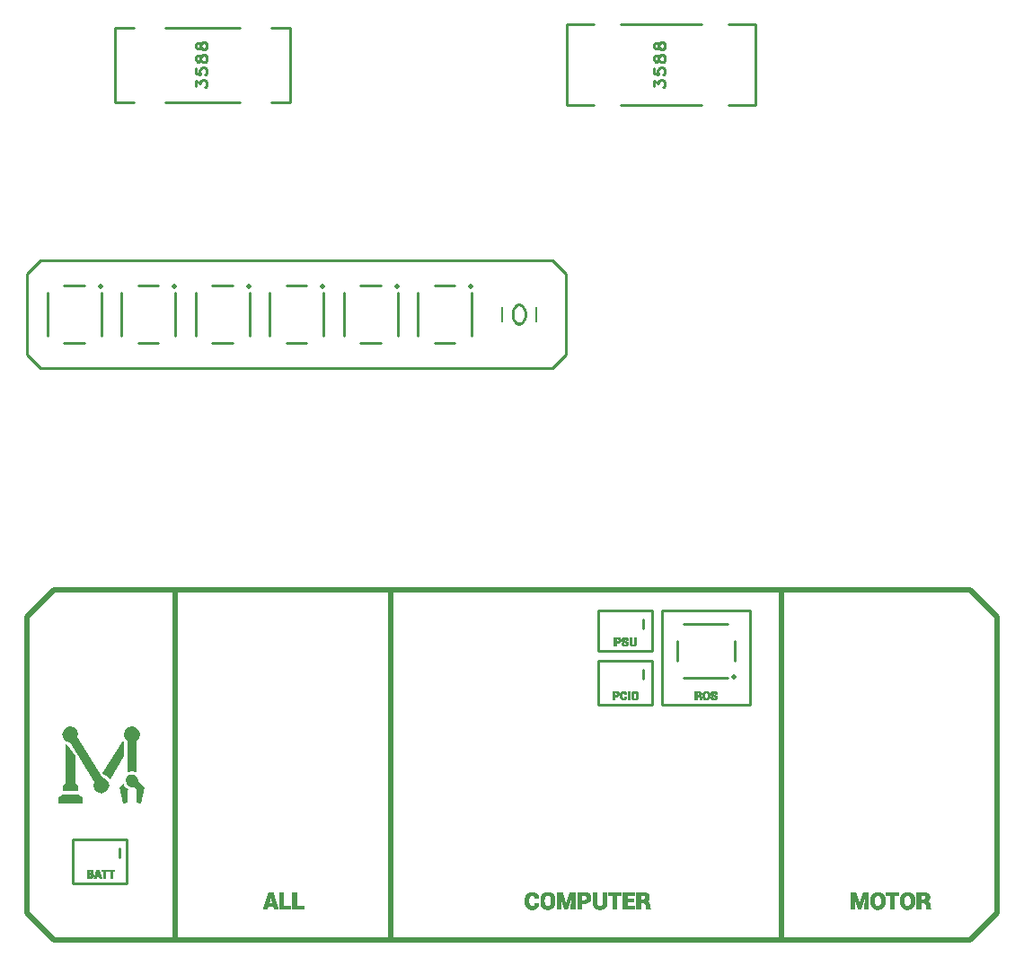
<source format=gto>
G04 DipTrace 3.0.0.1*
G04 panel2.GTO*
%MOIN*%
G04 #@! TF.FileFunction,Legend,Top*
G04 #@! TF.Part,Single*
%ADD10C,0.009843*%
%ADD12C,0.001*%
%ADD16C,0.01*%
%ADD20C,0.02*%
%ADD30C,0.018739*%
%ADD32C,0.018755*%
%ADD47C,0.007874*%
%FSLAX26Y26*%
G04*
G70*
G90*
G75*
G01*
G04 TopSilk*
%LPD*%
X885944Y1084765D2*
D10*
Y1053269D1*
X2829697Y1934764D2*
Y1903268D1*
Y1747263D2*
Y1715767D1*
X1094200Y2987508D2*
Y3150033D1*
X894178Y2987508D2*
Y3150033D1*
X956688Y2962511D2*
X1031690D1*
X956688Y3175031D2*
X1031690D1*
D30*
X1091077Y3171896D3*
X1369200Y2987508D2*
D10*
Y3150033D1*
X1169178Y2987508D2*
Y3150033D1*
X1231688Y2962511D2*
X1306690D1*
X1231688Y3175031D2*
X1306690D1*
D30*
X1366077Y3171896D3*
X1644200Y2987508D2*
D10*
Y3150033D1*
X1444178Y2987508D2*
Y3150033D1*
X1506688Y2962511D2*
X1581690D1*
X1506688Y3175031D2*
X1581690D1*
D30*
X1641077Y3171896D3*
X1919200Y2987508D2*
D10*
Y3150033D1*
X1719178Y2987508D2*
Y3150033D1*
X1781688Y2962511D2*
X1856690D1*
X1781688Y3175031D2*
X1856690D1*
D30*
X1916077Y3171896D3*
X2194200Y2987508D2*
D10*
Y3150033D1*
X1994178Y2987508D2*
Y3150033D1*
X2056688Y2962511D2*
X2131690D1*
X2056688Y3175031D2*
X2131690D1*
D30*
X2191077Y3171896D3*
X819199Y2987508D2*
D10*
Y3150033D1*
X619177Y2987508D2*
Y3150033D1*
X681687Y2962511D2*
X756689D1*
X681687Y3175031D2*
X756689D1*
D30*
X816076Y3171896D3*
X2981784Y1719154D2*
D10*
X3144309D1*
X2981784Y1919177D2*
X3144309D1*
X2956786Y1856667D2*
Y1781664D1*
X3169306Y1856667D2*
Y1781664D1*
D32*
X3166171Y1722277D3*
X2306190Y3041202D2*
D47*
Y3096339D1*
X2432188Y3041202D2*
Y3096339D1*
X2345566Y3068771D2*
D10*
X2345624Y3071243D1*
X2345796Y3073703D1*
X2346083Y3076139D1*
X2346482Y3078539D1*
X2346991Y3080891D1*
X2347609Y3083185D1*
X2348332Y3085408D1*
X2349156Y3087550D1*
X2350078Y3089601D1*
X2351093Y3091550D1*
X2352196Y3093389D1*
X2353382Y3095107D1*
X2354646Y3096697D1*
X2355980Y3098151D1*
X2357378Y3099462D1*
X2358834Y3100623D1*
X2360340Y3101629D1*
X2361889Y3102475D1*
X2363474Y3103157D1*
X2365087Y3103671D1*
X2366720Y3104015D1*
X2368365Y3104188D1*
X2370014D1*
X2371658Y3104015D1*
X2373291Y3103671D1*
X2374904Y3103157D1*
X2376489Y3102475D1*
X2378038Y3101629D1*
X2379545Y3100623D1*
X2381001Y3099462D1*
X2382399Y3098151D1*
X2383733Y3096697D1*
X2384996Y3095107D1*
X2386182Y3093389D1*
X2387285Y3091550D1*
X2388301Y3089601D1*
X2389223Y3087550D1*
X2390047Y3085408D1*
X2390770Y3083185D1*
X2391387Y3080891D1*
X2391897Y3078539D1*
X2392296Y3076139D1*
X2392582Y3073703D1*
X2392755Y3071243D1*
X2392812Y3068771D1*
X2392755Y3066298D1*
X2392582Y3063838D1*
X2392296Y3061402D1*
X2391897Y3059002D1*
X2391387Y3056650D1*
X2390770Y3054356D1*
X2390047Y3052133D1*
X2389223Y3049991D1*
X2388301Y3047940D1*
X2387285Y3045991D1*
X2386182Y3044153D1*
X2384996Y3042434D1*
X2383733Y3040844D1*
X2382399Y3039390D1*
X2381001Y3038080D1*
X2379545Y3036918D1*
X2378038Y3035912D1*
X2376489Y3035066D1*
X2374904Y3034384D1*
X2373291Y3033870D1*
X2371658Y3033526D1*
X2370014Y3033353D1*
X2368365D1*
X2366720Y3033526D1*
X2365087Y3033870D1*
X2363474Y3034384D1*
X2361889Y3035066D1*
X2360340Y3035912D1*
X2358834Y3036918D1*
X2357378Y3038080D1*
X2355980Y3039390D1*
X2354646Y3040844D1*
X2353382Y3042434D1*
X2352196Y3044153D1*
X2351093Y3045991D1*
X2350078Y3047940D1*
X2349156Y3049991D1*
X2348332Y3052133D1*
X2347609Y3054356D1*
X2346991Y3056650D1*
X2346482Y3059002D1*
X2346083Y3061402D1*
X2345796Y3063838D1*
X2345624Y3066298D1*
X2345566Y3068771D1*
G36*
X659059Y1251121D2*
Y1275121D1*
X676059Y1285121D1*
X733059D1*
X750059Y1275121D1*
Y1251121D1*
D1*
X659059D1*
G37*
G36*
X676059Y1297121D2*
Y1319121D1*
X687059Y1326121D1*
Y1472121D1*
X695059Y1470121D1*
X722059Y1427121D1*
Y1326121D1*
X733059Y1319121D1*
Y1297121D1*
X676059D1*
G37*
G36*
X702059Y1479121D2*
X690059Y1483121D1*
X679059Y1493121D1*
X675059Y1508121D1*
X679059Y1523121D1*
X690059Y1534121D1*
X704059Y1538121D1*
X719059Y1534121D1*
X730059Y1523121D1*
X734059Y1508121D1*
X731059Y1497121D1*
X822059Y1349121D1*
X834059Y1345121D1*
X845059Y1334121D1*
X849059Y1319121D1*
X845059Y1305121D1*
X834059Y1294121D1*
X819059Y1290121D1*
X804059Y1294121D1*
X793059Y1305121D1*
X789059Y1320121D1*
X792059Y1332121D1*
X702059Y1479121D1*
G37*
G36*
X825059Y1364121D2*
X828059Y1359121D1*
X841059Y1355121D1*
X852059Y1342121D1*
X905059Y1430121D1*
Y1481121D1*
X899059Y1486121D1*
D1*
X825059Y1364121D1*
G37*
G36*
X916059Y1485121D2*
X908059Y1493121D1*
X903059Y1508121D1*
X907059Y1523121D1*
X918059Y1534121D1*
X933059Y1538121D1*
X948059Y1534121D1*
X959059Y1523121D1*
X963059Y1508121D1*
X959059Y1494121D1*
X950059Y1485121D1*
Y1368121D1*
X933059Y1373121D1*
X916059Y1368121D1*
Y1485121D1*
G37*
G36*
X902059Y1325121D2*
X903059Y1320121D1*
X915059Y1307121D1*
X919059Y1306121D1*
X916059Y1303121D1*
Y1254121D1*
X899059Y1251121D1*
X887059Y1311121D1*
X902059Y1325121D1*
G37*
G36*
X913059Y1349121D2*
X910059Y1337121D1*
X913059Y1325121D1*
X922059Y1316121D1*
X933059Y1313121D1*
X939059Y1315121D1*
X951059Y1302121D1*
X950059Y1254121D1*
X968059Y1251121D1*
X979059Y1311121D1*
X956059Y1334121D1*
X957059Y1338121D1*
X954059Y1348121D1*
X945059Y1357121D1*
X933059Y1360121D1*
X921059Y1357121D1*
X913059Y1349121D1*
G37*
X1057740Y4132041D2*
D10*
X1333303D1*
X1451401D2*
X1520324D1*
Y3856445D1*
X1451401D1*
X1333303D2*
X1057740D1*
X939641D2*
X870718D1*
Y4132041D1*
X939641D1*
X2645551Y4144200D2*
X2570511D1*
X2545521D1*
Y3844250D1*
X2620491D1*
X2645551D2*
X2620491D1*
X2745511D2*
X3045531D1*
X2745511Y4144200D2*
X3045531D1*
X3145491D2*
X3245521D1*
Y3844250D1*
X3145491D1*
X544015Y1944016D2*
D20*
X644015Y2044015D1*
X4044016D1*
X4144016Y1944016D2*
Y844017D1*
X4044016Y744017D2*
X644015D1*
X544015Y1944016D2*
Y844017D1*
X644015Y744017D1*
X4044016Y2044015D2*
X4144016Y1944016D1*
Y844017D2*
X4044016Y744017D1*
X1894016Y2044015D2*
Y744017D1*
X3344016D2*
Y2044015D1*
X1094016D2*
Y744017D1*
X2662767Y1969016D2*
D16*
X2862767D1*
Y1819016D1*
X2662767D1*
Y1969016D1*
Y1781515D2*
X2862767D1*
Y1619016D1*
X2662767D1*
Y1781515D1*
X2900267Y1969016D2*
X3225267D1*
Y1619016D1*
X2900267D1*
Y1969016D1*
X712765Y1119016D2*
X912765D1*
Y956516D1*
X712765D1*
Y1119016D1*
X2544189Y2918771D2*
Y3218771D1*
X2494189Y3268771D1*
X2544189Y2918771D2*
X2494189Y2868771D1*
X594188D1*
X544188Y2918771D1*
Y3218771D1*
X594188Y3268771D1*
X2494189D2*
X594188D1*
X2410767Y923243D2*
D12*
X2421767D1*
X2469767D2*
X2479767D1*
X2509767D2*
X2528767D1*
X2557767D2*
X2575767D1*
X2585767D2*
X2616767D1*
X2643767D2*
X2657767D1*
X2680767D2*
X2694767D1*
X2700767D2*
X2747767D1*
X2754767D2*
X2797767D1*
X2804767D2*
X2834767D1*
X2407882Y922243D2*
X2424994D1*
X2466540D2*
X2482990D1*
X2509767D2*
X2528921D1*
X2557267D2*
X2575767D1*
X2585767D2*
X2619686D1*
X2643767D2*
X2657767D1*
X2680767D2*
X2694767D1*
X2700767D2*
X2747767D1*
X2754767D2*
X2797767D1*
X2804767D2*
X2837686D1*
X2405439Y921243D2*
X2427734D1*
X2463800D2*
X2485698D1*
X2509767D2*
X2529169D1*
X2556852D2*
X2575767D1*
X2585767D2*
X2622221D1*
X2643767D2*
X2657767D1*
X2680767D2*
X2694767D1*
X2700767D2*
X2747767D1*
X2754767D2*
X2797767D1*
X2804767D2*
X2840221D1*
X2403427Y920243D2*
X2429935D1*
X2461598D2*
X2487808D1*
X2509767D2*
X2529432D1*
X2556463D2*
X2575767D1*
X2585767D2*
X2624345D1*
X2643767D2*
X2657767D1*
X2680767D2*
X2694767D1*
X2700767D2*
X2747767D1*
X2754767D2*
X2797767D1*
X2804767D2*
X2842345D1*
X2401721Y919243D2*
X2431735D1*
X2459794D2*
X2489500D1*
X2509767D2*
X2529642D1*
X2556107D2*
X2575767D1*
X2585767D2*
X2626068D1*
X2643767D2*
X2657767D1*
X2680767D2*
X2694767D1*
X2700767D2*
X2747767D1*
X2754767D2*
X2797767D1*
X2804767D2*
X2844068D1*
X2400253Y918243D2*
X2433216D1*
X2458278D2*
X2490999D1*
X2509767D2*
X2529863D1*
X2555779D2*
X2575767D1*
X2585767D2*
X2627458D1*
X2643767D2*
X2657767D1*
X2680767D2*
X2694767D1*
X2700767D2*
X2747767D1*
X2754767D2*
X2797767D1*
X2804767D2*
X2845458D1*
X2399024Y917243D2*
X2434371D1*
X2457000D2*
X2492359D1*
X2509767D2*
X2530149D1*
X2555433D2*
X2575767D1*
X2585767D2*
X2628637D1*
X2643767D2*
X2657767D1*
X2680767D2*
X2694767D1*
X2700767D2*
X2747767D1*
X2754767D2*
X2797767D1*
X2804767D2*
X2846637D1*
X2398023Y916243D2*
X2435263D1*
X2455900D2*
X2493541D1*
X2509767D2*
X2530458D1*
X2555095D2*
X2575767D1*
X2585767D2*
X2629680D1*
X2643767D2*
X2657767D1*
X2680767D2*
X2694767D1*
X2700767D2*
X2747767D1*
X2754767D2*
X2797767D1*
X2804767D2*
X2847680D1*
X2397212Y915243D2*
X2436029D1*
X2454969D2*
X2494521D1*
X2509767D2*
X2530766D1*
X2554774D2*
X2575767D1*
X2585767D2*
X2630579D1*
X2643767D2*
X2657767D1*
X2680767D2*
X2694767D1*
X2700767D2*
X2747767D1*
X2754767D2*
X2797767D1*
X2804767D2*
X2848579D1*
X2396481Y914243D2*
X2436746D1*
X2454190D2*
X2495326D1*
X2509767D2*
X2531105D1*
X2554431D2*
X2575767D1*
X2585767D2*
X2631316D1*
X2643767D2*
X2657767D1*
X2680767D2*
X2694767D1*
X2700767D2*
X2747767D1*
X2754767D2*
X2797767D1*
X2804767D2*
X2849312D1*
X2395778Y913243D2*
X2437387D1*
X2453473D2*
X2496054D1*
X2509767D2*
X2531440D1*
X2554095D2*
X2575767D1*
X2585767D2*
X2631932D1*
X2643767D2*
X2657767D1*
X2680767D2*
X2694767D1*
X2700767D2*
X2747767D1*
X2754767D2*
X2797767D1*
X2804767D2*
X2849893D1*
X2395143Y912243D2*
X2412847D1*
X2420687D2*
X2437960D1*
X2452775D2*
X2470809D1*
X2478721D2*
X2496755D1*
X2509767D2*
X2531759D1*
X2553774D2*
X2575767D1*
X2585767D2*
X2599767D1*
X2614687D2*
X2632480D1*
X2643767D2*
X2657767D1*
X2680767D2*
X2694767D1*
X2717767D2*
X2730767D1*
X2754767D2*
X2768767D1*
X2804767D2*
X2818767D1*
X2832566D2*
X2850318D1*
X2394572Y911243D2*
X2411142D1*
X2422391D2*
X2438491D1*
X2452142D2*
X2468980D1*
X2480518D2*
X2497387D1*
X2509767D2*
X2532102D1*
X2553431D2*
X2575767D1*
X2585767D2*
X2599767D1*
X2616387D2*
X2632969D1*
X2643767D2*
X2657767D1*
X2680767D2*
X2694767D1*
X2717767D2*
X2730767D1*
X2754767D2*
X2768767D1*
X2804767D2*
X2818767D1*
X2834116D2*
X2850598D1*
X2394042Y910243D2*
X2409792D1*
X2423741D2*
X2438969D1*
X2451572D2*
X2467421D1*
X2481985D2*
X2497926D1*
X2509767D2*
X2532439D1*
X2553095D2*
X2575767D1*
X2585767D2*
X2599767D1*
X2617706D2*
X2633381D1*
X2643767D2*
X2657767D1*
X2680767D2*
X2694767D1*
X2717767D2*
X2730767D1*
X2754767D2*
X2768767D1*
X2804767D2*
X2818767D1*
X2835319D2*
X2850846D1*
X2393560Y909243D2*
X2408746D1*
X2424783D2*
X2439348D1*
X2451042D2*
X2466215D1*
X2483079D2*
X2498364D1*
X2509767D2*
X2532759D1*
X2552774D2*
X2575767D1*
X2585767D2*
X2599767D1*
X2618656D2*
X2633736D1*
X2643767D2*
X2657767D1*
X2680767D2*
X2694767D1*
X2717767D2*
X2730767D1*
X2754767D2*
X2768767D1*
X2804767D2*
X2818767D1*
X2836203D2*
X2851139D1*
X2393151Y908243D2*
X2407889D1*
X2425606D2*
X2439609D1*
X2450560D2*
X2465326D1*
X2483947D2*
X2498729D1*
X2509767D2*
X2533102D1*
X2552431D2*
X2575767D1*
X2585767D2*
X2599767D1*
X2619366D2*
X2634090D1*
X2643767D2*
X2657767D1*
X2680767D2*
X2694767D1*
X2717767D2*
X2730767D1*
X2754767D2*
X2768767D1*
X2804767D2*
X2818767D1*
X2836851D2*
X2851417D1*
X2392797Y907243D2*
X2407189D1*
X2426181D2*
X2439850D1*
X2450151D2*
X2464644D1*
X2484680D2*
X2499091D1*
X2509767D2*
X2533439D1*
X2552095D2*
X2575767D1*
X2585767D2*
X2599767D1*
X2619921D2*
X2634397D1*
X2643767D2*
X2657767D1*
X2680767D2*
X2694767D1*
X2717767D2*
X2730767D1*
X2754767D2*
X2768767D1*
X2804767D2*
X2818767D1*
X2837298D2*
X2851599D1*
X2392443Y906243D2*
X2406627D1*
X2426540D2*
X2440140D1*
X2449797D2*
X2464069D1*
X2485245D2*
X2499435D1*
X2509767D2*
X2533759D1*
X2551774D2*
X2575767D1*
X2585767D2*
X2599767D1*
X2620326D2*
X2634591D1*
X2643767D2*
X2657767D1*
X2680767D2*
X2694767D1*
X2717767D2*
X2730767D1*
X2754767D2*
X2768767D1*
X2804767D2*
X2818767D1*
X2837554D2*
X2851695D1*
X2392137Y905243D2*
X2406214D1*
X2426823D2*
X2440417D1*
X2449443D2*
X2463574D1*
X2485678D2*
X2499758D1*
X2509767D2*
X2534102D1*
X2551431D2*
X2575767D1*
X2585767D2*
X2599767D1*
X2620564D2*
X2634692D1*
X2643767D2*
X2657767D1*
X2680767D2*
X2694767D1*
X2717767D2*
X2730767D1*
X2754767D2*
X2768767D1*
X2804767D2*
X2818767D1*
X2837678D2*
X2851738D1*
X2391942Y904243D2*
X2405968D1*
X2427130D2*
X2440599D1*
X2449137D2*
X2463193D1*
X2486067D2*
X2500098D1*
X2509767D2*
X2534439D1*
X2551095D2*
X2575767D1*
X2585767D2*
X2599767D1*
X2620682D2*
X2634737D1*
X2643767D2*
X2657767D1*
X2680767D2*
X2694767D1*
X2717767D2*
X2730767D1*
X2754767D2*
X2768767D1*
X2804767D2*
X2818767D1*
X2837732D2*
X2851752D1*
X2391841Y903243D2*
X2405814D1*
X2427416D2*
X2440695D1*
X2448942D2*
X2462960D1*
X2486388D2*
X2500400D1*
X2509767D2*
X2534759D1*
X2550774D2*
X2561767D1*
X2563767D2*
X2575767D1*
X2585767D2*
X2599767D1*
X2620734D2*
X2634756D1*
X2643767D2*
X2657767D1*
X2680767D2*
X2694767D1*
X2717767D2*
X2730767D1*
X2754767D2*
X2768767D1*
X2804767D2*
X2818767D1*
X2837750D2*
X2851724D1*
X2391796Y902243D2*
X2405634D1*
X2427616D2*
X2440740D1*
X2448841D2*
X2462811D1*
X2486588D2*
X2500592D1*
X2509767D2*
X2522767D1*
X2524805D2*
X2535098D1*
X2550431D2*
X2575767D1*
X2585767D2*
X2599767D1*
X2620751D2*
X2634759D1*
X2643767D2*
X2657767D1*
X2680767D2*
X2694767D1*
X2717767D2*
X2730767D1*
X2754767D2*
X2768767D1*
X2804767D2*
X2818767D1*
X2837719D2*
X2851599D1*
X2391778Y901243D2*
X2405373D1*
X2427767D2*
X2440767D1*
X2448796D2*
X2462633D1*
X2486691D2*
X2500692D1*
X2509767D2*
X2522767D1*
X2524933D2*
X2535404D1*
X2550095D2*
X2560729D1*
X2562767D2*
X2575767D1*
X2585767D2*
X2599767D1*
X2620719D2*
X2634726D1*
X2643767D2*
X2657767D1*
X2680767D2*
X2694767D1*
X2717767D2*
X2730767D1*
X2754767D2*
X2768767D1*
X2804767D2*
X2818767D1*
X2837556D2*
X2851356D1*
X2391771Y900243D2*
X2405109D1*
X2448778D2*
X2462373D1*
X2486737D2*
X2500737D1*
X2509767D2*
X2522767D1*
X2525177D2*
X2535632D1*
X2549774D2*
X2560596D1*
X2562767D2*
X2575767D1*
X2585767D2*
X2599767D1*
X2620560D2*
X2634600D1*
X2643767D2*
X2657767D1*
X2680767D2*
X2694767D1*
X2717767D2*
X2730767D1*
X2754767D2*
X2768767D1*
X2804767D2*
X2818767D1*
X2837147D2*
X2851061D1*
X2391768Y899243D2*
X2404931D1*
X2448771D2*
X2462109D1*
X2486756D2*
X2500756D1*
X2509767D2*
X2522767D1*
X2525468D2*
X2535859D1*
X2549435D2*
X2560322D1*
X2562767D2*
X2575767D1*
X2585767D2*
X2599767D1*
X2620186D2*
X2634357D1*
X2643767D2*
X2657767D1*
X2680767D2*
X2694767D1*
X2717767D2*
X2730767D1*
X2754767D2*
X2768767D1*
X2804767D2*
X2818767D1*
X2836446D2*
X2850724D1*
X2391767Y898243D2*
X2404838D1*
X2448768D2*
X2461931D1*
X2486763D2*
X2500763D1*
X2509767D2*
X2522767D1*
X2525770D2*
X2536147D1*
X2549130D2*
X2559938D1*
X2562767D2*
X2575767D1*
X2585767D2*
X2599767D1*
X2619612D2*
X2634065D1*
X2643767D2*
X2657767D1*
X2680767D2*
X2694767D1*
X2717767D2*
X2730767D1*
X2754767D2*
X2792767D1*
X2804767D2*
X2818767D1*
X2835443D2*
X2850261D1*
X2391767Y897243D2*
X2404795D1*
X2448767D2*
X2461838D1*
X2486765D2*
X2500765D1*
X2509767D2*
X2522767D1*
X2526106D2*
X2536457D1*
X2548902D2*
X2559520D1*
X2562767D2*
X2575767D1*
X2585767D2*
X2599767D1*
X2618848D2*
X2633759D1*
X2643767D2*
X2657767D1*
X2680767D2*
X2694767D1*
X2717767D2*
X2730767D1*
X2754767D2*
X2792767D1*
X2804767D2*
X2818767D1*
X2834111D2*
X2849683D1*
X2391767Y896243D2*
X2404777D1*
X2448767D2*
X2461795D1*
X2486766D2*
X2500766D1*
X2509767D2*
X2522767D1*
X2526440D2*
X2536766D1*
X2548675D2*
X2559136D1*
X2562767D2*
X2575767D1*
X2585767D2*
X2599767D1*
X2617769D2*
X2633392D1*
X2643767D2*
X2657767D1*
X2680767D2*
X2694767D1*
X2717767D2*
X2730767D1*
X2754767D2*
X2792767D1*
X2804767D2*
X2818767D1*
X2832500D2*
X2849065D1*
X2391767Y895243D2*
X2404770D1*
X2448767D2*
X2461777D1*
X2486767D2*
X2500767D1*
X2509767D2*
X2522767D1*
X2526759D2*
X2537105D1*
X2548386D2*
X2558791D1*
X2562767D2*
X2575767D1*
X2585767D2*
X2599767D1*
X2616311D2*
X2632962D1*
X2643767D2*
X2657767D1*
X2680767D2*
X2694767D1*
X2717767D2*
X2730767D1*
X2754767D2*
X2792767D1*
X2804767D2*
X2848346D1*
X2391767Y894243D2*
X2404768D1*
X2448767D2*
X2461770D1*
X2486767D2*
X2500767D1*
X2509767D2*
X2522767D1*
X2527102D2*
X2537440D1*
X2548076D2*
X2558438D1*
X2562767D2*
X2575767D1*
X2585767D2*
X2599767D1*
X2614591D2*
X2632491D1*
X2643767D2*
X2657767D1*
X2680767D2*
X2694767D1*
X2717767D2*
X2730767D1*
X2754767D2*
X2792767D1*
X2804767D2*
X2847387D1*
X2391767Y893243D2*
X2404767D1*
X2448767D2*
X2461768D1*
X2486767D2*
X2500767D1*
X2509767D2*
X2522767D1*
X2527439D2*
X2537759D1*
X2547767D2*
X2558097D1*
X2562767D2*
X2575767D1*
X2585767D2*
X2631969D1*
X2643767D2*
X2657767D1*
X2680767D2*
X2694767D1*
X2717767D2*
X2730767D1*
X2754767D2*
X2792767D1*
X2804767D2*
X2846160D1*
X2391767Y892243D2*
X2404767D1*
X2448767D2*
X2461767D1*
X2486767D2*
X2500767D1*
X2509767D2*
X2522767D1*
X2527759D2*
X2538102D1*
X2547429D2*
X2557775D1*
X2562767D2*
X2575767D1*
X2585767D2*
X2631344D1*
X2643767D2*
X2657767D1*
X2680767D2*
X2694767D1*
X2717767D2*
X2730767D1*
X2754767D2*
X2792767D1*
X2804767D2*
X2844853D1*
X2391767Y891243D2*
X2404767D1*
X2448767D2*
X2461767D1*
X2486767D2*
X2500767D1*
X2509767D2*
X2522767D1*
X2528102D2*
X2538439D1*
X2547094D2*
X2557431D1*
X2562767D2*
X2575767D1*
X2585767D2*
X2630570D1*
X2643767D2*
X2657767D1*
X2680767D2*
X2694767D1*
X2717767D2*
X2730767D1*
X2754767D2*
X2792767D1*
X2804767D2*
X2843727D1*
X2391767Y890243D2*
X2404767D1*
X2448767D2*
X2461767D1*
X2486767D2*
X2500767D1*
X2509767D2*
X2522767D1*
X2528439D2*
X2538759D1*
X2546774D2*
X2557095D1*
X2562767D2*
X2575767D1*
X2585767D2*
X2629680D1*
X2643767D2*
X2657767D1*
X2680767D2*
X2694767D1*
X2717767D2*
X2730767D1*
X2754767D2*
X2792767D1*
X2804767D2*
X2842767D1*
X2391767Y889243D2*
X2404767D1*
X2448767D2*
X2461767D1*
X2486767D2*
X2500767D1*
X2509767D2*
X2522767D1*
X2528759D2*
X2539102D1*
X2546431D2*
X2556774D1*
X2562767D2*
X2575767D1*
X2585767D2*
X2628691D1*
X2643767D2*
X2657767D1*
X2680767D2*
X2694767D1*
X2717767D2*
X2730767D1*
X2754767D2*
X2792767D1*
X2804767D2*
X2844570D1*
X2391767Y888243D2*
X2404767D1*
X2448767D2*
X2461767D1*
X2486767D2*
X2500767D1*
X2509767D2*
X2522771D1*
X2529102D2*
X2539439D1*
X2546095D2*
X2556431D1*
X2562767D2*
X2575767D1*
X2585767D2*
X2627545D1*
X2643767D2*
X2657767D1*
X2680767D2*
X2694767D1*
X2717767D2*
X2730767D1*
X2754767D2*
X2792767D1*
X2804767D2*
X2846155D1*
X2391767Y887243D2*
X2404767D1*
X2448767D2*
X2461771D1*
X2486767D2*
X2500767D1*
X2509767D2*
X2522806D1*
X2529439D2*
X2539759D1*
X2545774D2*
X2556095D1*
X2562767D2*
X2575767D1*
X2585767D2*
X2626139D1*
X2643767D2*
X2657767D1*
X2680767D2*
X2694767D1*
X2717767D2*
X2730767D1*
X2754767D2*
X2768767D1*
X2804767D2*
X2847486D1*
X2391767Y886243D2*
X2404771D1*
X2448767D2*
X2461806D1*
X2486767D2*
X2500767D1*
X2509767D2*
X2522933D1*
X2529759D2*
X2540102D1*
X2545431D2*
X2555774D1*
X2562767D2*
X2575767D1*
X2585767D2*
X2624403D1*
X2643767D2*
X2657767D1*
X2680767D2*
X2694767D1*
X2717767D2*
X2730767D1*
X2754767D2*
X2768767D1*
X2804767D2*
X2848613D1*
X2391767Y885243D2*
X2404806D1*
X2448767D2*
X2461933D1*
X2486767D2*
X2500767D1*
X2509767D2*
X2523173D1*
X2530102D2*
X2540439D1*
X2545095D2*
X2555431D1*
X2562763D2*
X2575767D1*
X2585767D2*
X2622259D1*
X2643767D2*
X2657767D1*
X2680767D2*
X2694767D1*
X2717767D2*
X2730767D1*
X2754767D2*
X2768767D1*
X2804767D2*
X2849552D1*
X2391767Y884243D2*
X2404933D1*
X2448767D2*
X2462173D1*
X2486767D2*
X2500767D1*
X2509767D2*
X2523429D1*
X2530439D2*
X2540759D1*
X2544774D2*
X2555095D1*
X2562728D2*
X2575767D1*
X2585767D2*
X2619648D1*
X2643767D2*
X2657767D1*
X2680767D2*
X2694767D1*
X2717767D2*
X2730767D1*
X2754767D2*
X2768767D1*
X2804767D2*
X2818767D1*
X2832370D2*
X2850302D1*
X2391767Y883243D2*
X2405173D1*
X2448767D2*
X2462429D1*
X2486763D2*
X2500763D1*
X2509767D2*
X2523603D1*
X2530759D2*
X2541102D1*
X2544431D2*
X2554774D1*
X2562600D2*
X2575767D1*
X2585767D2*
X2616767D1*
X2643767D2*
X2657767D1*
X2680767D2*
X2694767D1*
X2717767D2*
X2730767D1*
X2754767D2*
X2768767D1*
X2804767D2*
X2818767D1*
X2834504D2*
X2850889D1*
X2391767Y882243D2*
X2405433D1*
X2427767D2*
X2440767D1*
X2448771D2*
X2462607D1*
X2486728D2*
X2500728D1*
X2509767D2*
X2523696D1*
X2531102D2*
X2541442D1*
X2544092D2*
X2554431D1*
X2562361D2*
X2575767D1*
X2585767D2*
X2599767D1*
X2643767D2*
X2657767D1*
X2680767D2*
X2694763D1*
X2717767D2*
X2730767D1*
X2754767D2*
X2768767D1*
X2804767D2*
X2818767D1*
X2836043D2*
X2851316D1*
X2391771Y881243D2*
X2405643D1*
X2427612D2*
X2440767D1*
X2448806D2*
X2462735D1*
X2486600D2*
X2500600D1*
X2509767D2*
X2523739D1*
X2531439D2*
X2541790D1*
X2543743D2*
X2554095D1*
X2562104D2*
X2575767D1*
X2585767D2*
X2599767D1*
X2643767D2*
X2657767D1*
X2680763D2*
X2694728D1*
X2717767D2*
X2730767D1*
X2754767D2*
X2768767D1*
X2804767D2*
X2818767D1*
X2837089D2*
X2851598D1*
X2391806Y880243D2*
X2405863D1*
X2427364D2*
X2440763D1*
X2448933D2*
X2462909D1*
X2486357D2*
X2500357D1*
X2509767D2*
X2523756D1*
X2531759D2*
X2542237D1*
X2543296D2*
X2553774D1*
X2561930D2*
X2575767D1*
X2585767D2*
X2599767D1*
X2643771D2*
X2657771D1*
X2680728D2*
X2694600D1*
X2717767D2*
X2730767D1*
X2754767D2*
X2768767D1*
X2804767D2*
X2818767D1*
X2837807D2*
X2851846D1*
X2391933Y879243D2*
X2406149D1*
X2427101D2*
X2440728D1*
X2449177D2*
X2463201D1*
X2486061D2*
X2500065D1*
X2509767D2*
X2523763D1*
X2532102D2*
X2553431D1*
X2561837D2*
X2575767D1*
X2585767D2*
X2599767D1*
X2643806D2*
X2657806D1*
X2680596D2*
X2694361D1*
X2717767D2*
X2730767D1*
X2754767D2*
X2768767D1*
X2804767D2*
X2818767D1*
X2838282D2*
X2852139D1*
X2392177Y878243D2*
X2406462D1*
X2426891D2*
X2440600D1*
X2449468D2*
X2463596D1*
X2485724D2*
X2499763D1*
X2509767D2*
X2523765D1*
X2532439D2*
X2553095D1*
X2561795D2*
X2575767D1*
X2585767D2*
X2599767D1*
X2643933D2*
X2657937D1*
X2680322D2*
X2694100D1*
X2717767D2*
X2730767D1*
X2754767D2*
X2768767D1*
X2804767D2*
X2818767D1*
X2838548D2*
X2852417D1*
X2392468Y877243D2*
X2406809D1*
X2426667D2*
X2440361D1*
X2449774D2*
X2464051D1*
X2485261D2*
X2499427D1*
X2509767D2*
X2523766D1*
X2532759D2*
X2552774D1*
X2561777D2*
X2575767D1*
X2585767D2*
X2599767D1*
X2644173D2*
X2658216D1*
X2679934D2*
X2693891D1*
X2717767D2*
X2730767D1*
X2754767D2*
X2768767D1*
X2804767D2*
X2818767D1*
X2838676D2*
X2852599D1*
X2392774Y876243D2*
X2407310D1*
X2426346D2*
X2440100D1*
X2450141D2*
X2464572D1*
X2484679D2*
X2499093D1*
X2509767D2*
X2523767D1*
X2533102D2*
X2552431D1*
X2561770D2*
X2575767D1*
X2585767D2*
X2599767D1*
X2644433D2*
X2658639D1*
X2679477D2*
X2693671D1*
X2717767D2*
X2730767D1*
X2754767D2*
X2768767D1*
X2804767D2*
X2818767D1*
X2838732D2*
X2852695D1*
X2393141Y875243D2*
X2408020D1*
X2425901D2*
X2439891D1*
X2450571D2*
X2465234D1*
X2484026D2*
X2498770D1*
X2509767D2*
X2523767D1*
X2533439D2*
X2552095D1*
X2561768D2*
X2575767D1*
X2585767D2*
X2599767D1*
X2644643D2*
X2659227D1*
X2678922D2*
X2693385D1*
X2717767D2*
X2730767D1*
X2754767D2*
X2768767D1*
X2804767D2*
X2818767D1*
X2838754D2*
X2852738D1*
X2393571Y874243D2*
X2408945D1*
X2425244D2*
X2439667D1*
X2451042D2*
X2466200D1*
X2483152D2*
X2498392D1*
X2509767D2*
X2523767D1*
X2533759D2*
X2551774D1*
X2561767D2*
X2575767D1*
X2585767D2*
X2599767D1*
X2644867D2*
X2660091D1*
X2678259D2*
X2693076D1*
X2717767D2*
X2730767D1*
X2754767D2*
X2768767D1*
X2804767D2*
X2818767D1*
X2838762D2*
X2852756D1*
X2394042Y873243D2*
X2410053D1*
X2424346D2*
X2439350D1*
X2451560D2*
X2467759D1*
X2481995D2*
X2497928D1*
X2509767D2*
X2523767D1*
X2534102D2*
X2551431D1*
X2561767D2*
X2575767D1*
X2585767D2*
X2599767D1*
X2645188D2*
X2661224D1*
X2676658D2*
X2692763D1*
X2717767D2*
X2730767D1*
X2754767D2*
X2768767D1*
X2804767D2*
X2818767D1*
X2838765D2*
X2852763D1*
X2394564Y872243D2*
X2412891D1*
X2421580D2*
X2438944D1*
X2452151D2*
X2470452D1*
X2479118D2*
X2497364D1*
X2509767D2*
X2523767D1*
X2534439D2*
X2551095D1*
X2561767D2*
X2575767D1*
X2585767D2*
X2599767D1*
X2645624D2*
X2664500D1*
X2673845D2*
X2692389D1*
X2717767D2*
X2730767D1*
X2754767D2*
X2768767D1*
X2804767D2*
X2818767D1*
X2838766D2*
X2852765D1*
X2395190Y871243D2*
X2417311D1*
X2417198D2*
X2438485D1*
X2452797D2*
X2474653D1*
X2474884D2*
X2496730D1*
X2509767D2*
X2523767D1*
X2534759D2*
X2550774D1*
X2561767D2*
X2575767D1*
X2585767D2*
X2599767D1*
X2646176D2*
X2669564D1*
X2669326D2*
X2691923D1*
X2717767D2*
X2730767D1*
X2754767D2*
X2797767D1*
X2804767D2*
X2818767D1*
X2838766D2*
X2852766D1*
X2395963Y870243D2*
X2437967D1*
X2453443D2*
X2496087D1*
X2509767D2*
X2523767D1*
X2535102D2*
X2550431D1*
X2561767D2*
X2575767D1*
X2585767D2*
X2599767D1*
X2646806D2*
X2691325D1*
X2717767D2*
X2730767D1*
X2754767D2*
X2797767D1*
X2804767D2*
X2818767D1*
X2838767D2*
X2852767D1*
X2396849Y869243D2*
X2437343D1*
X2454137D2*
X2495396D1*
X2509767D2*
X2523767D1*
X2535439D2*
X2550095D1*
X2561767D2*
X2575767D1*
X2585767D2*
X2599767D1*
X2647451D2*
X2690563D1*
X2717767D2*
X2730767D1*
X2754767D2*
X2797767D1*
X2804767D2*
X2818767D1*
X2838771D2*
X2852771D1*
X2397799Y868243D2*
X2436570D1*
X2454946D2*
X2494587D1*
X2509767D2*
X2523767D1*
X2535759D2*
X2549774D1*
X2561767D2*
X2575767D1*
X2585767D2*
X2599767D1*
X2648177D2*
X2689681D1*
X2717767D2*
X2730767D1*
X2754767D2*
X2797767D1*
X2804767D2*
X2818767D1*
X2838806D2*
X2852806D1*
X2398783Y867243D2*
X2435684D1*
X2455880D2*
X2493653D1*
X2509767D2*
X2523767D1*
X2536102D2*
X2549431D1*
X2561767D2*
X2575767D1*
X2585767D2*
X2599767D1*
X2649113D2*
X2688729D1*
X2717767D2*
X2730767D1*
X2754767D2*
X2797767D1*
X2804767D2*
X2818767D1*
X2838933D2*
X2852933D1*
X2399814Y866243D2*
X2434730D1*
X2456967D2*
X2492567D1*
X2509767D2*
X2523767D1*
X2536439D2*
X2549095D1*
X2561767D2*
X2575767D1*
X2585767D2*
X2599767D1*
X2650290D2*
X2687711D1*
X2717767D2*
X2730767D1*
X2754767D2*
X2797767D1*
X2804767D2*
X2818767D1*
X2839177D2*
X2853177D1*
X2400978Y865243D2*
X2433708D1*
X2458231D2*
X2491303D1*
X2509767D2*
X2523767D1*
X2536759D2*
X2548774D1*
X2561767D2*
X2575767D1*
X2585767D2*
X2599767D1*
X2651668D2*
X2686549D1*
X2717767D2*
X2730767D1*
X2754767D2*
X2797767D1*
X2804767D2*
X2818767D1*
X2839468D2*
X2853472D1*
X2402390Y864243D2*
X2432506D1*
X2459685D2*
X2489844D1*
X2509767D2*
X2523767D1*
X2537098D2*
X2548435D1*
X2561767D2*
X2575767D1*
X2585767D2*
X2599767D1*
X2653238D2*
X2685103D1*
X2717767D2*
X2730767D1*
X2754767D2*
X2797767D1*
X2804767D2*
X2818767D1*
X2839771D2*
X2853813D1*
X2404129Y863243D2*
X2430899D1*
X2461429D2*
X2488062D1*
X2509767D2*
X2523767D1*
X2537402D2*
X2548131D1*
X2561767D2*
X2575767D1*
X2585767D2*
X2599767D1*
X2655062D2*
X2683237D1*
X2717767D2*
X2730767D1*
X2754767D2*
X2797767D1*
X2804767D2*
X2818767D1*
X2840112D2*
X2854308D1*
X2406274Y862243D2*
X2428681D1*
X2463585D2*
X2485751D1*
X2509767D2*
X2523767D1*
X2537611D2*
X2547922D1*
X2561767D2*
X2575767D1*
X2585767D2*
X2599767D1*
X2657247D2*
X2680844D1*
X2717767D2*
X2730767D1*
X2754767D2*
X2797767D1*
X2804767D2*
X2818767D1*
X2840453D2*
X2854992D1*
X2408885Y861243D2*
X2425871D1*
X2466098D2*
X2482897D1*
X2509767D2*
X2523767D1*
X2537767D2*
X2547767D1*
X2561767D2*
X2575767D1*
X2585767D2*
X2599767D1*
X2659875D2*
X2677936D1*
X2717767D2*
X2730767D1*
X2754767D2*
X2797767D1*
X2804767D2*
X2818767D1*
X2840767D2*
X2855767D1*
X2411767Y860243D2*
X2422767D1*
X2468767D2*
X2479767D1*
X2662767D2*
X2674767D1*
X1440016Y923243D2*
X1455016D1*
X1480016D2*
X1494016D1*
X1528016D2*
X1542016D1*
X1439516Y922243D2*
X1455171D1*
X1480016D2*
X1494016D1*
X1528016D2*
X1542016D1*
X1439101Y921243D2*
X1455422D1*
X1480016D2*
X1494016D1*
X1528016D2*
X1542016D1*
X1438712Y920243D2*
X1455716D1*
X1480016D2*
X1494016D1*
X1528016D2*
X1542016D1*
X1438356Y919243D2*
X1456019D1*
X1480016D2*
X1494016D1*
X1528016D2*
X1542016D1*
X1438028Y918243D2*
X1456355D1*
X1480016D2*
X1494016D1*
X1528016D2*
X1542016D1*
X1437682Y917243D2*
X1456689D1*
X1480016D2*
X1494016D1*
X1528016D2*
X1542016D1*
X1437344Y916243D2*
X1457009D1*
X1480016D2*
X1494016D1*
X1528016D2*
X1542016D1*
X1437024Y915243D2*
X1457352D1*
X1480016D2*
X1494016D1*
X1528016D2*
X1542016D1*
X1436680Y914243D2*
X1457688D1*
X1480016D2*
X1494016D1*
X1528016D2*
X1542016D1*
X1436344Y913243D2*
X1458008D1*
X1480016D2*
X1494016D1*
X1528016D2*
X1542016D1*
X1436024Y912243D2*
X1458348D1*
X1480016D2*
X1494016D1*
X1528016D2*
X1542016D1*
X1435680Y911243D2*
X1458653D1*
X1480016D2*
X1494016D1*
X1528016D2*
X1542016D1*
X1435344Y910243D2*
X1458881D1*
X1480016D2*
X1494016D1*
X1528016D2*
X1542016D1*
X1435024Y909243D2*
X1459108D1*
X1480016D2*
X1494016D1*
X1528016D2*
X1542016D1*
X1434680Y908243D2*
X1459397D1*
X1480016D2*
X1494016D1*
X1528016D2*
X1542016D1*
X1434344Y907243D2*
X1459707D1*
X1480016D2*
X1494016D1*
X1528016D2*
X1542016D1*
X1434024Y906243D2*
X1446012D1*
X1448054D2*
X1460015D1*
X1480016D2*
X1494016D1*
X1528016D2*
X1542016D1*
X1433684Y905243D2*
X1445977D1*
X1448182D2*
X1460354D1*
X1480016D2*
X1494016D1*
X1528016D2*
X1542016D1*
X1433379Y904243D2*
X1445849D1*
X1448426D2*
X1460689D1*
X1480016D2*
X1494016D1*
X1528016D2*
X1542016D1*
X1433151Y903243D2*
X1445606D1*
X1448717D2*
X1461009D1*
X1480016D2*
X1494016D1*
X1528016D2*
X1542016D1*
X1432924Y902243D2*
X1445315D1*
X1449019D2*
X1461352D1*
X1480016D2*
X1494016D1*
X1528016D2*
X1542016D1*
X1432635Y901243D2*
X1445013D1*
X1449352D2*
X1461688D1*
X1480016D2*
X1494016D1*
X1528016D2*
X1542016D1*
X1432325Y900243D2*
X1444680D1*
X1449654D2*
X1462008D1*
X1480016D2*
X1494016D1*
X1528016D2*
X1542016D1*
X1432017Y899243D2*
X1444378D1*
X1449881D2*
X1462352D1*
X1480016D2*
X1494016D1*
X1528016D2*
X1542016D1*
X1431678Y898243D2*
X1444151D1*
X1450108D2*
X1462688D1*
X1480016D2*
X1494016D1*
X1528016D2*
X1542016D1*
X1431343Y897243D2*
X1443924D1*
X1450397D2*
X1463008D1*
X1480016D2*
X1494016D1*
X1528016D2*
X1542016D1*
X1431023Y896243D2*
X1443635D1*
X1450707D2*
X1463352D1*
X1480016D2*
X1494016D1*
X1528016D2*
X1542016D1*
X1430680Y895243D2*
X1443325D1*
X1451015D2*
X1463688D1*
X1480016D2*
X1494016D1*
X1528016D2*
X1542016D1*
X1430344Y894243D2*
X1443017D1*
X1451350D2*
X1464008D1*
X1480016D2*
X1494016D1*
X1528016D2*
X1542016D1*
X1430024Y893243D2*
X1442682D1*
X1451654D2*
X1464352D1*
X1480016D2*
X1494016D1*
X1528016D2*
X1542016D1*
X1429680Y892243D2*
X1442378D1*
X1451881D2*
X1464688D1*
X1480016D2*
X1494016D1*
X1528016D2*
X1542016D1*
X1429344Y891243D2*
X1442151D1*
X1452108D2*
X1465008D1*
X1480016D2*
X1494016D1*
X1528016D2*
X1542016D1*
X1429024Y890243D2*
X1441924D1*
X1452393D2*
X1465352D1*
X1480016D2*
X1494016D1*
X1528016D2*
X1542016D1*
X1428680Y889243D2*
X1441635D1*
X1452671D2*
X1465688D1*
X1480016D2*
X1494016D1*
X1528016D2*
X1542016D1*
X1428344Y888243D2*
X1441325D1*
X1452888D2*
X1466008D1*
X1480016D2*
X1494016D1*
X1528016D2*
X1542016D1*
X1428024Y887243D2*
X1441017D1*
X1453111D2*
X1466352D1*
X1480016D2*
X1494016D1*
X1528016D2*
X1542016D1*
X1427680Y886243D2*
X1440682D1*
X1453394D2*
X1466688D1*
X1480016D2*
X1494016D1*
X1528016D2*
X1542016D1*
X1427344Y885243D2*
X1440379D1*
X1453670D2*
X1467008D1*
X1480016D2*
X1494016D1*
X1528016D2*
X1542016D1*
X1427024Y884243D2*
X1440171D1*
X1453867D2*
X1467348D1*
X1480016D2*
X1494016D1*
X1528016D2*
X1542016D1*
X1426680Y883243D2*
X1467653D1*
X1480016D2*
X1494016D1*
X1528016D2*
X1542016D1*
X1426344Y882243D2*
X1467881D1*
X1480016D2*
X1494016D1*
X1528016D2*
X1542016D1*
X1426024Y881243D2*
X1468108D1*
X1480016D2*
X1494016D1*
X1528016D2*
X1542016D1*
X1425684Y880243D2*
X1468397D1*
X1480016D2*
X1494016D1*
X1528016D2*
X1542016D1*
X1425379Y879243D2*
X1468707D1*
X1480016D2*
X1494016D1*
X1528016D2*
X1542016D1*
X1425151Y878243D2*
X1469015D1*
X1480016D2*
X1494016D1*
X1528016D2*
X1542016D1*
X1424924Y877243D2*
X1469354D1*
X1480016D2*
X1494016D1*
X1528016D2*
X1542016D1*
X1424635Y876243D2*
X1469689D1*
X1480016D2*
X1494016D1*
X1528016D2*
X1542016D1*
X1424325Y875243D2*
X1470009D1*
X1480016D2*
X1494016D1*
X1528016D2*
X1542016D1*
X1424017Y874243D2*
X1470352D1*
X1480016D2*
X1494016D1*
X1528016D2*
X1542016D1*
X1423678Y873243D2*
X1470688D1*
X1480016D2*
X1494016D1*
X1528016D2*
X1542016D1*
X1423343Y872243D2*
X1437213D1*
X1458020D2*
X1471008D1*
X1480016D2*
X1494016D1*
X1528016D2*
X1542016D1*
X1423023Y871243D2*
X1436624D1*
X1458055D2*
X1471352D1*
X1480016D2*
X1521016D1*
X1528016D2*
X1569016D1*
X1422680Y870243D2*
X1436254D1*
X1458183D2*
X1471688D1*
X1480016D2*
X1521016D1*
X1528016D2*
X1569016D1*
X1422344Y869243D2*
X1435964D1*
X1458426D2*
X1472008D1*
X1480016D2*
X1521016D1*
X1528016D2*
X1569016D1*
X1422024Y868243D2*
X1435650D1*
X1458717D2*
X1472352D1*
X1480016D2*
X1521016D1*
X1528016D2*
X1569016D1*
X1421680Y867243D2*
X1435331D1*
X1459019D2*
X1472688D1*
X1480016D2*
X1521016D1*
X1528016D2*
X1569016D1*
X1421344Y866243D2*
X1435018D1*
X1459355D2*
X1473008D1*
X1480016D2*
X1521016D1*
X1528016D2*
X1569016D1*
X1421024Y865243D2*
X1434678D1*
X1459689D2*
X1473352D1*
X1480016D2*
X1521016D1*
X1528016D2*
X1569016D1*
X1420684Y864243D2*
X1434340D1*
X1460010D2*
X1473691D1*
X1480016D2*
X1521016D1*
X1528016D2*
X1569016D1*
X1420380Y863243D2*
X1433993D1*
X1460357D2*
X1474039D1*
X1480016D2*
X1521016D1*
X1528016D2*
X1569016D1*
X1420172Y862243D2*
X1433546D1*
X1460701D2*
X1474486D1*
X1480016D2*
X1521016D1*
X1528016D2*
X1569016D1*
X1420016Y861243D2*
X1433016D1*
X1461016D2*
X1475016D1*
X1480016D2*
X1521016D1*
X1528016D2*
X1569016D1*
X3599017Y923243D2*
X3618017D1*
X3647017D2*
X3665017D1*
X3695017D2*
X3705017D1*
X3731017D2*
X3778017D1*
X3805017D2*
X3815017D1*
X3845017D2*
X3875017D1*
X3599017Y922243D2*
X3618172D1*
X3646518D2*
X3665017D1*
X3691790D2*
X3708240D1*
X3731017D2*
X3778017D1*
X3801790D2*
X3818240D1*
X3845017D2*
X3877937D1*
X3599017Y921243D2*
X3618420D1*
X3646102D2*
X3665017D1*
X3689050D2*
X3710949D1*
X3731017D2*
X3778017D1*
X3799050D2*
X3820949D1*
X3845017D2*
X3880472D1*
X3599017Y920243D2*
X3618683D1*
X3645713D2*
X3665017D1*
X3686849D2*
X3713058D1*
X3731017D2*
X3778017D1*
X3796849D2*
X3823058D1*
X3845017D2*
X3882596D1*
X3599017Y919243D2*
X3618893D1*
X3645357D2*
X3665017D1*
X3685045D2*
X3714750D1*
X3731017D2*
X3778017D1*
X3795045D2*
X3824750D1*
X3845017D2*
X3884319D1*
X3599017Y918243D2*
X3619113D1*
X3645029D2*
X3665017D1*
X3683529D2*
X3716249D1*
X3731017D2*
X3778017D1*
X3793529D2*
X3826249D1*
X3845017D2*
X3885709D1*
X3599017Y917243D2*
X3619399D1*
X3644683D2*
X3665017D1*
X3682250D2*
X3717610D1*
X3731017D2*
X3778017D1*
X3792250D2*
X3827610D1*
X3845017D2*
X3886888D1*
X3599017Y916243D2*
X3619708D1*
X3644346D2*
X3665017D1*
X3681151D2*
X3718791D1*
X3731017D2*
X3778017D1*
X3791151D2*
X3828791D1*
X3845017D2*
X3887930D1*
X3599017Y915243D2*
X3620017D1*
X3644025D2*
X3665017D1*
X3680220D2*
X3719772D1*
X3731017D2*
X3778017D1*
X3790220D2*
X3829772D1*
X3845017D2*
X3888829D1*
X3599017Y914243D2*
X3620355D1*
X3643682D2*
X3665017D1*
X3679440D2*
X3720577D1*
X3731017D2*
X3778017D1*
X3789440D2*
X3830577D1*
X3845017D2*
X3889562D1*
X3599017Y913243D2*
X3620690D1*
X3643345D2*
X3665017D1*
X3678723D2*
X3721304D1*
X3731017D2*
X3778017D1*
X3788723D2*
X3831304D1*
X3845017D2*
X3890143D1*
X3599017Y912243D2*
X3621010D1*
X3643025D2*
X3665017D1*
X3678026D2*
X3696059D1*
X3703971D2*
X3722006D1*
X3748017D2*
X3761017D1*
X3788026D2*
X3806059D1*
X3813971D2*
X3832006D1*
X3845017D2*
X3859017D1*
X3872817D2*
X3890568D1*
X3599017Y911243D2*
X3621353D1*
X3642682D2*
X3665017D1*
X3677392D2*
X3694230D1*
X3705769D2*
X3722637D1*
X3748017D2*
X3761017D1*
X3787392D2*
X3804230D1*
X3815769D2*
X3832637D1*
X3845017D2*
X3859017D1*
X3874367D2*
X3890849D1*
X3599017Y910243D2*
X3621689D1*
X3642345D2*
X3665017D1*
X3676822D2*
X3692672D1*
X3707235D2*
X3723177D1*
X3748017D2*
X3761017D1*
X3786822D2*
X3802672D1*
X3817235D2*
X3833177D1*
X3845017D2*
X3859017D1*
X3875570D2*
X3891097D1*
X3599017Y909243D2*
X3622010D1*
X3642025D2*
X3665017D1*
X3676293D2*
X3691466D1*
X3708330D2*
X3723614D1*
X3748017D2*
X3761017D1*
X3786293D2*
X3801466D1*
X3818330D2*
X3833614D1*
X3845017D2*
X3859017D1*
X3876454D2*
X3891390D1*
X3599017Y908243D2*
X3622353D1*
X3641682D2*
X3665017D1*
X3675811D2*
X3690577D1*
X3709197D2*
X3723980D1*
X3748017D2*
X3761017D1*
X3785811D2*
X3800577D1*
X3819197D2*
X3833980D1*
X3845017D2*
X3859017D1*
X3877101D2*
X3891667D1*
X3599017Y907243D2*
X3622689D1*
X3641345D2*
X3665017D1*
X3675401D2*
X3689894D1*
X3709931D2*
X3724342D1*
X3748017D2*
X3761017D1*
X3785401D2*
X3799894D1*
X3819931D2*
X3834342D1*
X3845017D2*
X3859017D1*
X3877549D2*
X3891850D1*
X3599017Y906243D2*
X3623010D1*
X3641025D2*
X3665017D1*
X3675047D2*
X3689319D1*
X3710495D2*
X3724685D1*
X3748017D2*
X3761017D1*
X3785047D2*
X3799319D1*
X3820495D2*
X3834685D1*
X3845017D2*
X3859017D1*
X3877804D2*
X3891945D1*
X3599017Y905243D2*
X3623353D1*
X3640682D2*
X3665017D1*
X3674694D2*
X3688824D1*
X3710928D2*
X3725008D1*
X3748017D2*
X3761017D1*
X3784694D2*
X3798824D1*
X3820928D2*
X3835008D1*
X3845017D2*
X3859017D1*
X3877929D2*
X3891989D1*
X3599017Y904243D2*
X3623689D1*
X3640345D2*
X3665017D1*
X3674387D2*
X3688443D1*
X3711317D2*
X3725349D1*
X3748017D2*
X3761017D1*
X3784387D2*
X3798443D1*
X3821317D2*
X3835349D1*
X3845017D2*
X3859017D1*
X3877983D2*
X3892003D1*
X3599017Y903243D2*
X3624010D1*
X3640025D2*
X3651017D1*
X3653017D2*
X3665017D1*
X3674192D2*
X3688211D1*
X3711639D2*
X3725650D1*
X3748017D2*
X3761017D1*
X3784192D2*
X3798211D1*
X3821639D2*
X3835650D1*
X3845017D2*
X3859017D1*
X3878001D2*
X3891974D1*
X3599017Y902243D2*
X3612017D1*
X3614055D2*
X3624349D1*
X3639682D2*
X3665017D1*
X3674092D2*
X3688061D1*
X3711839D2*
X3725843D1*
X3748017D2*
X3761017D1*
X3784092D2*
X3798061D1*
X3821839D2*
X3835843D1*
X3845017D2*
X3859017D1*
X3877970D2*
X3891850D1*
X3599017Y901243D2*
X3612017D1*
X3614184D2*
X3624654D1*
X3639345D2*
X3649979D1*
X3652017D2*
X3665017D1*
X3674047D2*
X3687883D1*
X3711942D2*
X3725943D1*
X3748017D2*
X3761017D1*
X3784047D2*
X3797883D1*
X3821942D2*
X3835943D1*
X3845017D2*
X3859017D1*
X3877806D2*
X3891607D1*
X3599017Y900243D2*
X3612017D1*
X3614427D2*
X3624882D1*
X3639025D2*
X3649847D1*
X3652017D2*
X3665017D1*
X3674028D2*
X3687623D1*
X3711987D2*
X3725988D1*
X3748017D2*
X3761017D1*
X3784028D2*
X3797623D1*
X3821987D2*
X3835988D1*
X3845017D2*
X3859017D1*
X3877397D2*
X3891312D1*
X3599017Y899243D2*
X3612017D1*
X3614719D2*
X3625109D1*
X3638686D2*
X3649572D1*
X3652017D2*
X3665017D1*
X3674021D2*
X3687359D1*
X3712006D2*
X3726006D1*
X3748017D2*
X3761017D1*
X3784021D2*
X3797359D1*
X3822006D2*
X3836006D1*
X3845017D2*
X3859017D1*
X3876696D2*
X3890975D1*
X3599017Y898243D2*
X3612017D1*
X3615021D2*
X3625398D1*
X3638380D2*
X3649188D1*
X3652017D2*
X3665017D1*
X3674019D2*
X3687182D1*
X3712013D2*
X3726013D1*
X3748017D2*
X3761017D1*
X3784019D2*
X3797182D1*
X3822013D2*
X3836013D1*
X3845017D2*
X3859017D1*
X3875693D2*
X3890511D1*
X3599017Y897243D2*
X3612017D1*
X3615357D2*
X3625708D1*
X3638152D2*
X3648771D1*
X3652017D2*
X3665017D1*
X3674018D2*
X3687088D1*
X3712016D2*
X3726016D1*
X3748017D2*
X3761017D1*
X3784018D2*
X3797088D1*
X3822016D2*
X3836016D1*
X3845017D2*
X3859017D1*
X3874361D2*
X3889934D1*
X3599017Y896243D2*
X3612017D1*
X3615691D2*
X3626017D1*
X3637925D2*
X3648386D1*
X3652017D2*
X3665017D1*
X3674017D2*
X3687046D1*
X3712017D2*
X3726017D1*
X3748017D2*
X3761017D1*
X3784017D2*
X3797046D1*
X3822017D2*
X3836017D1*
X3845017D2*
X3859017D1*
X3872751D2*
X3889315D1*
X3599017Y895243D2*
X3612017D1*
X3616010D2*
X3626355D1*
X3637637D2*
X3648042D1*
X3652017D2*
X3665017D1*
X3674017D2*
X3687028D1*
X3712017D2*
X3726017D1*
X3748017D2*
X3761017D1*
X3784017D2*
X3797028D1*
X3822017D2*
X3836017D1*
X3845017D2*
X3888596D1*
X3599017Y894243D2*
X3612017D1*
X3616353D2*
X3626690D1*
X3637327D2*
X3647688D1*
X3652017D2*
X3665017D1*
X3674017D2*
X3687021D1*
X3712017D2*
X3726017D1*
X3748017D2*
X3761017D1*
X3784017D2*
X3797021D1*
X3822017D2*
X3836017D1*
X3845017D2*
X3887638D1*
X3599017Y893243D2*
X3612017D1*
X3616689D2*
X3627010D1*
X3637018D2*
X3647348D1*
X3652017D2*
X3665017D1*
X3674017D2*
X3687019D1*
X3712017D2*
X3726017D1*
X3748017D2*
X3761017D1*
X3784017D2*
X3797019D1*
X3822017D2*
X3836017D1*
X3845017D2*
X3886410D1*
X3599017Y892243D2*
X3612017D1*
X3617010D2*
X3627353D1*
X3636679D2*
X3647026D1*
X3652017D2*
X3665017D1*
X3674017D2*
X3687018D1*
X3712017D2*
X3726017D1*
X3748017D2*
X3761017D1*
X3784017D2*
X3797018D1*
X3822017D2*
X3836017D1*
X3845017D2*
X3885104D1*
X3599017Y891243D2*
X3612017D1*
X3617353D2*
X3627689D1*
X3636344D2*
X3646682D1*
X3652017D2*
X3665017D1*
X3674017D2*
X3687017D1*
X3712017D2*
X3726017D1*
X3748017D2*
X3761017D1*
X3784017D2*
X3797017D1*
X3822017D2*
X3836017D1*
X3845017D2*
X3883978D1*
X3599017Y890243D2*
X3612017D1*
X3617689D2*
X3628010D1*
X3636025D2*
X3646345D1*
X3652017D2*
X3665017D1*
X3674017D2*
X3687017D1*
X3712017D2*
X3726017D1*
X3748017D2*
X3761017D1*
X3784017D2*
X3797017D1*
X3822017D2*
X3836017D1*
X3845017D2*
X3883017D1*
X3599017Y889243D2*
X3612017D1*
X3618010D2*
X3628353D1*
X3635682D2*
X3646025D1*
X3652017D2*
X3665017D1*
X3674017D2*
X3687017D1*
X3712017D2*
X3726017D1*
X3748017D2*
X3761017D1*
X3784017D2*
X3797017D1*
X3822017D2*
X3836017D1*
X3845017D2*
X3884821D1*
X3599017Y888243D2*
X3612021D1*
X3618353D2*
X3628689D1*
X3635345D2*
X3645682D1*
X3652017D2*
X3665017D1*
X3674017D2*
X3687017D1*
X3712017D2*
X3726017D1*
X3748017D2*
X3761017D1*
X3784017D2*
X3797017D1*
X3822017D2*
X3836017D1*
X3845017D2*
X3886406D1*
X3599017Y887243D2*
X3612056D1*
X3618689D2*
X3629010D1*
X3635025D2*
X3645345D1*
X3652017D2*
X3665017D1*
X3674017D2*
X3687021D1*
X3712017D2*
X3726017D1*
X3748017D2*
X3761017D1*
X3784017D2*
X3797021D1*
X3822017D2*
X3836017D1*
X3845017D2*
X3887737D1*
X3599017Y886243D2*
X3612184D1*
X3619010D2*
X3629353D1*
X3634682D2*
X3645025D1*
X3652017D2*
X3665017D1*
X3674017D2*
X3687056D1*
X3712017D2*
X3726017D1*
X3748017D2*
X3761017D1*
X3784017D2*
X3797056D1*
X3822017D2*
X3836017D1*
X3845017D2*
X3888864D1*
X3599017Y885243D2*
X3612423D1*
X3619353D2*
X3629689D1*
X3634345D2*
X3644682D1*
X3652013D2*
X3665017D1*
X3674017D2*
X3687184D1*
X3712017D2*
X3726017D1*
X3748017D2*
X3761017D1*
X3784017D2*
X3797184D1*
X3822017D2*
X3836017D1*
X3845017D2*
X3889803D1*
X3599017Y884243D2*
X3612680D1*
X3619689D2*
X3630010D1*
X3634025D2*
X3644345D1*
X3651978D2*
X3665017D1*
X3674017D2*
X3687423D1*
X3712017D2*
X3726017D1*
X3748017D2*
X3761017D1*
X3784017D2*
X3797423D1*
X3822017D2*
X3836017D1*
X3845017D2*
X3859017D1*
X3872620D2*
X3890552D1*
X3599017Y883243D2*
X3612854D1*
X3620010D2*
X3630353D1*
X3633682D2*
X3644025D1*
X3651851D2*
X3665017D1*
X3674017D2*
X3687680D1*
X3712013D2*
X3726013D1*
X3748017D2*
X3761017D1*
X3784017D2*
X3797680D1*
X3822013D2*
X3836013D1*
X3845017D2*
X3859017D1*
X3874755D2*
X3891140D1*
X3599017Y882243D2*
X3612947D1*
X3620353D2*
X3630692D1*
X3633342D2*
X3643682D1*
X3651611D2*
X3665017D1*
X3674021D2*
X3687858D1*
X3711978D2*
X3725978D1*
X3748017D2*
X3761017D1*
X3784021D2*
X3797858D1*
X3821978D2*
X3835978D1*
X3845017D2*
X3859017D1*
X3876293D2*
X3891567D1*
X3599017Y881243D2*
X3612989D1*
X3620689D2*
X3631041D1*
X3632994D2*
X3643345D1*
X3651355D2*
X3665017D1*
X3674056D2*
X3687986D1*
X3711851D2*
X3725851D1*
X3748017D2*
X3761017D1*
X3784056D2*
X3797986D1*
X3821851D2*
X3835851D1*
X3845017D2*
X3859017D1*
X3877340D2*
X3891848D1*
X3599017Y880243D2*
X3613007D1*
X3621010D2*
X3631488D1*
X3632547D2*
X3643025D1*
X3651181D2*
X3665017D1*
X3674184D2*
X3688160D1*
X3711607D2*
X3725607D1*
X3748017D2*
X3761017D1*
X3784184D2*
X3798160D1*
X3821607D2*
X3835607D1*
X3845017D2*
X3859017D1*
X3878057D2*
X3892097D1*
X3599017Y879243D2*
X3613014D1*
X3621353D2*
X3642682D1*
X3651088D2*
X3665017D1*
X3674427D2*
X3688452D1*
X3711312D2*
X3725316D1*
X3748017D2*
X3761017D1*
X3784427D2*
X3798452D1*
X3821312D2*
X3835316D1*
X3845017D2*
X3859017D1*
X3878533D2*
X3892390D1*
X3599017Y878243D2*
X3613016D1*
X3621689D2*
X3642345D1*
X3651045D2*
X3665017D1*
X3674719D2*
X3688846D1*
X3710975D2*
X3725014D1*
X3748017D2*
X3761017D1*
X3784719D2*
X3798846D1*
X3820975D2*
X3835014D1*
X3845017D2*
X3859017D1*
X3878799D2*
X3892667D1*
X3599017Y877243D2*
X3613017D1*
X3622010D2*
X3642025D1*
X3651028D2*
X3665017D1*
X3675025D2*
X3689302D1*
X3710511D2*
X3724678D1*
X3748017D2*
X3761017D1*
X3785025D2*
X3799302D1*
X3820511D2*
X3834678D1*
X3845017D2*
X3859017D1*
X3878927D2*
X3892850D1*
X3599017Y876243D2*
X3613017D1*
X3622353D2*
X3641682D1*
X3651021D2*
X3665017D1*
X3675392D2*
X3689822D1*
X3709930D2*
X3724344D1*
X3748017D2*
X3761017D1*
X3785392D2*
X3799822D1*
X3819930D2*
X3834344D1*
X3845017D2*
X3859017D1*
X3878982D2*
X3892945D1*
X3599017Y875243D2*
X3613017D1*
X3622689D2*
X3641345D1*
X3651019D2*
X3665017D1*
X3675822D2*
X3690484D1*
X3709276D2*
X3724021D1*
X3748017D2*
X3761017D1*
X3785822D2*
X3800484D1*
X3819276D2*
X3834021D1*
X3845017D2*
X3859017D1*
X3879004D2*
X3892989D1*
X3599017Y874243D2*
X3613017D1*
X3623010D2*
X3641025D1*
X3651018D2*
X3665017D1*
X3676293D2*
X3691451D1*
X3708402D2*
X3723643D1*
X3748017D2*
X3761017D1*
X3786293D2*
X3801451D1*
X3818402D2*
X3833643D1*
X3845017D2*
X3859017D1*
X3879013D2*
X3893007D1*
X3599017Y873243D2*
X3613017D1*
X3623353D2*
X3640682D1*
X3651017D2*
X3665017D1*
X3676811D2*
X3693010D1*
X3707246D2*
X3723179D1*
X3748017D2*
X3761017D1*
X3786811D2*
X3803010D1*
X3817246D2*
X3833179D1*
X3845017D2*
X3859017D1*
X3879016D2*
X3893014D1*
X3599017Y872243D2*
X3613017D1*
X3623689D2*
X3640345D1*
X3651017D2*
X3665017D1*
X3677401D2*
X3695702D1*
X3704368D2*
X3722615D1*
X3748017D2*
X3761017D1*
X3787401D2*
X3805702D1*
X3814368D2*
X3832615D1*
X3845017D2*
X3859017D1*
X3879017D2*
X3893016D1*
X3599017Y871243D2*
X3613017D1*
X3624010D2*
X3640025D1*
X3651017D2*
X3665017D1*
X3678047D2*
X3699903D1*
X3700135D2*
X3721980D1*
X3748017D2*
X3761017D1*
X3788047D2*
X3809903D1*
X3810135D2*
X3831980D1*
X3845017D2*
X3859017D1*
X3879017D2*
X3893017D1*
X3599017Y870243D2*
X3613017D1*
X3624353D2*
X3639682D1*
X3651017D2*
X3665017D1*
X3678694D2*
X3721338D1*
X3748017D2*
X3761017D1*
X3788694D2*
X3831338D1*
X3845017D2*
X3859017D1*
X3879017D2*
X3893017D1*
X3599017Y869243D2*
X3613017D1*
X3624689D2*
X3639345D1*
X3651017D2*
X3665017D1*
X3679387D2*
X3720646D1*
X3748017D2*
X3761017D1*
X3789387D2*
X3830646D1*
X3845017D2*
X3859017D1*
X3879021D2*
X3893021D1*
X3599017Y868243D2*
X3613017D1*
X3625010D2*
X3639025D1*
X3651017D2*
X3665017D1*
X3680196D2*
X3719838D1*
X3748017D2*
X3761017D1*
X3790196D2*
X3829838D1*
X3845017D2*
X3859017D1*
X3879056D2*
X3893056D1*
X3599017Y867243D2*
X3613017D1*
X3625353D2*
X3638682D1*
X3651017D2*
X3665017D1*
X3681131D2*
X3718903D1*
X3748017D2*
X3761017D1*
X3791131D2*
X3828903D1*
X3845017D2*
X3859017D1*
X3879184D2*
X3893184D1*
X3599017Y866243D2*
X3613017D1*
X3625689D2*
X3638345D1*
X3651017D2*
X3665017D1*
X3682217D2*
X3717817D1*
X3748017D2*
X3761017D1*
X3792217D2*
X3827817D1*
X3845017D2*
X3859017D1*
X3879427D2*
X3893427D1*
X3599017Y865243D2*
X3613017D1*
X3626010D2*
X3638025D1*
X3651017D2*
X3665017D1*
X3683481D2*
X3716553D1*
X3748017D2*
X3761017D1*
X3793481D2*
X3826553D1*
X3845017D2*
X3859017D1*
X3879719D2*
X3893723D1*
X3599017Y864243D2*
X3613017D1*
X3626349D2*
X3637685D1*
X3651017D2*
X3665017D1*
X3684936D2*
X3715095D1*
X3748017D2*
X3761017D1*
X3794936D2*
X3825095D1*
X3845017D2*
X3859017D1*
X3880021D2*
X3894063D1*
X3599017Y863243D2*
X3613017D1*
X3626653D2*
X3637382D1*
X3651017D2*
X3665017D1*
X3686680D2*
X3713313D1*
X3748017D2*
X3761017D1*
X3796680D2*
X3823313D1*
X3845017D2*
X3859017D1*
X3880362D2*
X3894559D1*
X3599017Y862243D2*
X3613017D1*
X3626862D2*
X3637173D1*
X3651017D2*
X3665017D1*
X3688836D2*
X3711002D1*
X3748017D2*
X3761017D1*
X3798836D2*
X3821002D1*
X3845017D2*
X3859017D1*
X3880704D2*
X3895242D1*
X3599017Y861243D2*
X3613017D1*
X3627017D2*
X3637017D1*
X3651017D2*
X3665017D1*
X3691348D2*
X3708148D1*
X3748017D2*
X3761017D1*
X3801348D2*
X3818148D1*
X3845017D2*
X3859017D1*
X3881017D2*
X3896017D1*
X3694017Y860243D2*
X3705017D1*
X3804017D2*
X3815017D1*
X2715470Y1669061D2*
X2730970D1*
X2753470D2*
X2758970D1*
X2773470D2*
X2780470D1*
X2795970D2*
X2800970D1*
X2715470Y1668561D2*
X2732430D1*
X2752028D2*
X2760584D1*
X2773470D2*
X2780470D1*
X2794357D2*
X2802582D1*
X2715470Y1668061D2*
X2733697D1*
X2750806D2*
X2761954D1*
X2773470D2*
X2780470D1*
X2792987D2*
X2803936D1*
X2715470Y1667561D2*
X2734759D1*
X2749800D2*
X2763054D1*
X2773470D2*
X2780470D1*
X2791886D2*
X2804991D1*
X2715470Y1667061D2*
X2735621D1*
X2748947D2*
X2763954D1*
X2773470D2*
X2780470D1*
X2790984D2*
X2805837D1*
X2715470Y1666561D2*
X2736316D1*
X2748213D2*
X2764695D1*
X2773470D2*
X2780470D1*
X2790226D2*
X2806586D1*
X2715470Y1666061D2*
X2736905D1*
X2747599D2*
X2765272D1*
X2773470D2*
X2780470D1*
X2789587D2*
X2807266D1*
X2715470Y1665561D2*
X2737427D1*
X2747098D2*
X2765718D1*
X2773470D2*
X2780470D1*
X2789037D2*
X2807857D1*
X2715470Y1665061D2*
X2737876D1*
X2746692D2*
X2766101D1*
X2773470D2*
X2780470D1*
X2788571D2*
X2808347D1*
X2715470Y1664561D2*
X2738244D1*
X2746327D2*
X2766460D1*
X2773470D2*
X2780470D1*
X2788182D2*
X2808750D1*
X2715470Y1664061D2*
X2738553D1*
X2745976D2*
X2766780D1*
X2773470D2*
X2780470D1*
X2787823D2*
X2809114D1*
X2715470Y1663561D2*
X2722470D1*
X2729930D2*
X2738827D1*
X2745658D2*
X2754510D1*
X2758430D2*
X2767067D1*
X2773470D2*
X2780470D1*
X2787474D2*
X2796491D1*
X2800447D2*
X2809464D1*
X2715470Y1663061D2*
X2722470D1*
X2730780D2*
X2739071D1*
X2745373D2*
X2753658D1*
X2759282D2*
X2767332D1*
X2773470D2*
X2780470D1*
X2787158D2*
X2795577D1*
X2801346D2*
X2809780D1*
X2715470Y1662561D2*
X2722470D1*
X2731440D2*
X2739277D1*
X2745108D2*
X2752983D1*
X2759957D2*
X2767571D1*
X2773470D2*
X2780470D1*
X2786873D2*
X2794797D1*
X2802079D2*
X2810050D1*
X2715470Y1662061D2*
X2722470D1*
X2731915D2*
X2739455D1*
X2744867D2*
X2752460D1*
X2760478D2*
X2767761D1*
X2773470D2*
X2780470D1*
X2786608D2*
X2794194D1*
X2802626D2*
X2810269D1*
X2715470Y1661561D2*
X2722470D1*
X2732270D2*
X2739632D1*
X2744662D2*
X2752031D1*
X2760890D2*
X2767891D1*
X2773470D2*
X2780470D1*
X2786367D2*
X2793750D1*
X2803060D2*
X2810451D1*
X2715470Y1661061D2*
X2722470D1*
X2732547D2*
X2739785D1*
X2744485D2*
X2751681D1*
X2761177D2*
X2768012D1*
X2773470D2*
X2780470D1*
X2786162D2*
X2793409D1*
X2803427D2*
X2810632D1*
X2715470Y1660561D2*
X2722470D1*
X2732750D2*
X2739882D1*
X2744308D2*
X2751400D1*
X2761357D2*
X2768157D1*
X2773470D2*
X2780470D1*
X2785985D2*
X2793121D1*
X2803709D2*
X2810804D1*
X2715470Y1660061D2*
X2722470D1*
X2732869D2*
X2739933D1*
X2744155D2*
X2751194D1*
X2761498D2*
X2768295D1*
X2773470D2*
X2780470D1*
X2785808D2*
X2792874D1*
X2803926D2*
X2810966D1*
X2715470Y1659561D2*
X2722470D1*
X2732928D2*
X2739955D1*
X2744058D2*
X2751071D1*
X2761652D2*
X2768386D1*
X2773470D2*
X2780470D1*
X2785655D2*
X2792683D1*
X2804120D2*
X2811136D1*
X2715470Y1659061D2*
X2722470D1*
X2732954D2*
X2739965D1*
X2744007D2*
X2750994D1*
X2761795D2*
X2768434D1*
X2773470D2*
X2780470D1*
X2785558D2*
X2792567D1*
X2804281D2*
X2811287D1*
X2715470Y1658561D2*
X2722470D1*
X2732962D2*
X2739966D1*
X2743985D2*
X2750904D1*
X2761895D2*
X2768457D1*
X2773470D2*
X2780470D1*
X2785507D2*
X2792492D1*
X2804381D2*
X2811383D1*
X2715470Y1658061D2*
X2722470D1*
X2732946D2*
X2739950D1*
X2743976D2*
X2750773D1*
X2761970D2*
X2768470D1*
X2773470D2*
X2780470D1*
X2785485D2*
X2792403D1*
X2804432D2*
X2811433D1*
X2715470Y1657561D2*
X2722470D1*
X2732867D2*
X2739887D1*
X2743972D2*
X2750641D1*
X2773470D2*
X2780470D1*
X2785476D2*
X2792273D1*
X2804455D2*
X2811455D1*
X2715470Y1657061D2*
X2722470D1*
X2732680D2*
X2739765D1*
X2743971D2*
X2750552D1*
X2773470D2*
X2780470D1*
X2785472D2*
X2792141D1*
X2804465D2*
X2811465D1*
X2715470Y1656561D2*
X2722470D1*
X2732393D2*
X2739619D1*
X2743970D2*
X2750506D1*
X2773470D2*
X2780470D1*
X2785471D2*
X2792052D1*
X2804468D2*
X2811468D1*
X2715470Y1656061D2*
X2722470D1*
X2732011D2*
X2739466D1*
X2743970D2*
X2750484D1*
X2773470D2*
X2780470D1*
X2785470D2*
X2792006D1*
X2804469D2*
X2811469D1*
X2715470Y1655561D2*
X2722470D1*
X2731471D2*
X2739283D1*
X2743970D2*
X2750475D1*
X2773470D2*
X2780470D1*
X2785470D2*
X2791984D1*
X2804470D2*
X2811470D1*
X2715470Y1655061D2*
X2722470D1*
X2730742D2*
X2739068D1*
X2743970D2*
X2750472D1*
X2773470D2*
X2780470D1*
X2785470D2*
X2791975D1*
X2804470D2*
X2811470D1*
X2715470Y1654561D2*
X2722470D1*
X2729882D2*
X2738832D1*
X2743970D2*
X2750471D1*
X2773470D2*
X2780470D1*
X2785470D2*
X2791972D1*
X2804470D2*
X2811470D1*
X2715470Y1654061D2*
X2738571D1*
X2743970D2*
X2750470D1*
X2773470D2*
X2780470D1*
X2785470D2*
X2791971D1*
X2804470D2*
X2811470D1*
X2715470Y1653561D2*
X2738259D1*
X2743970D2*
X2750470D1*
X2773470D2*
X2780470D1*
X2785470D2*
X2791970D1*
X2804470D2*
X2811470D1*
X2715470Y1653061D2*
X2737872D1*
X2743970D2*
X2750470D1*
X2773470D2*
X2780470D1*
X2785470D2*
X2791970D1*
X2804470D2*
X2811470D1*
X2715470Y1652561D2*
X2737427D1*
X2743970D2*
X2750470D1*
X2773470D2*
X2780470D1*
X2785470D2*
X2791970D1*
X2804470D2*
X2811470D1*
X2715470Y1652061D2*
X2736932D1*
X2743970D2*
X2750470D1*
X2773470D2*
X2780470D1*
X2785470D2*
X2791970D1*
X2804470D2*
X2811470D1*
X2715470Y1651561D2*
X2736359D1*
X2743970D2*
X2750470D1*
X2773470D2*
X2780470D1*
X2785470D2*
X2791970D1*
X2804470D2*
X2811470D1*
X2715470Y1651061D2*
X2735656D1*
X2743970D2*
X2750470D1*
X2773470D2*
X2780470D1*
X2785470D2*
X2791972D1*
X2804470D2*
X2811470D1*
X2715470Y1650561D2*
X2734788D1*
X2743970D2*
X2750472D1*
X2773470D2*
X2780470D1*
X2785470D2*
X2791990D1*
X2804470D2*
X2811470D1*
X2715470Y1650061D2*
X2733716D1*
X2743970D2*
X2750490D1*
X2773470D2*
X2780470D1*
X2785470D2*
X2792053D1*
X2804470D2*
X2811470D1*
X2715470Y1649561D2*
X2732411D1*
X2743970D2*
X2750553D1*
X2773470D2*
X2780470D1*
X2785470D2*
X2792173D1*
X2804470D2*
X2811470D1*
X2715470Y1649061D2*
X2730970D1*
X2743970D2*
X2750673D1*
X2773470D2*
X2780470D1*
X2785470D2*
X2792301D1*
X2804468D2*
X2811468D1*
X2715470Y1648561D2*
X2722470D1*
X2743970D2*
X2750803D1*
X2761970D2*
X2768470D1*
X2773470D2*
X2780470D1*
X2785472D2*
X2792390D1*
X2804451D2*
X2811451D1*
X2715470Y1648061D2*
X2722470D1*
X2743972D2*
X2750908D1*
X2761893D2*
X2768470D1*
X2773470D2*
X2780470D1*
X2785490D2*
X2792454D1*
X2804387D2*
X2811387D1*
X2715470Y1647561D2*
X2722470D1*
X2743990D2*
X2751018D1*
X2761769D2*
X2768468D1*
X2773470D2*
X2780470D1*
X2785553D2*
X2792541D1*
X2804265D2*
X2811265D1*
X2715470Y1647061D2*
X2722470D1*
X2744053D2*
X2751161D1*
X2761637D2*
X2768451D1*
X2773470D2*
X2780470D1*
X2785675D2*
X2792687D1*
X2804117D2*
X2811119D1*
X2715470Y1646561D2*
X2722470D1*
X2744175D2*
X2751318D1*
X2761532D2*
X2768387D1*
X2773470D2*
X2780470D1*
X2785821D2*
X2792885D1*
X2803949D2*
X2810968D1*
X2715470Y1646061D2*
X2722470D1*
X2744321D2*
X2751491D1*
X2761420D2*
X2768267D1*
X2773470D2*
X2780470D1*
X2785974D2*
X2793112D1*
X2803717D2*
X2810800D1*
X2715470Y1645561D2*
X2722470D1*
X2744474D2*
X2751742D1*
X2761260D2*
X2768137D1*
X2773470D2*
X2780470D1*
X2786157D2*
X2793373D1*
X2803426D2*
X2810633D1*
X2715470Y1645061D2*
X2722470D1*
X2744657D2*
X2752097D1*
X2761037D2*
X2768032D1*
X2773470D2*
X2780470D1*
X2786372D2*
X2793704D1*
X2803099D2*
X2810472D1*
X2715470Y1644561D2*
X2722470D1*
X2744872D2*
X2752559D1*
X2760709D2*
X2767920D1*
X2773470D2*
X2780470D1*
X2786608D2*
X2794187D1*
X2802663D2*
X2810283D1*
X2715470Y1644061D2*
X2722470D1*
X2745108D2*
X2753113D1*
X2760260D2*
X2767762D1*
X2773470D2*
X2780470D1*
X2786867D2*
X2794966D1*
X2802084D2*
X2810051D1*
X2715470Y1643561D2*
X2722470D1*
X2745369D2*
X2754532D1*
X2758876D2*
X2767559D1*
X2773470D2*
X2780470D1*
X2787162D2*
X2796313D1*
X2800646D2*
X2809769D1*
X2715470Y1643061D2*
X2722470D1*
X2745682D2*
X2756742D1*
X2756686D2*
X2767329D1*
X2773470D2*
X2780470D1*
X2787485D2*
X2798413D1*
X2798529D2*
X2809452D1*
X2715470Y1642561D2*
X2722470D1*
X2746068D2*
X2767070D1*
X2773470D2*
X2780470D1*
X2787808D2*
X2809130D1*
X2715470Y1642061D2*
X2722470D1*
X2746511D2*
X2766758D1*
X2773470D2*
X2780470D1*
X2788155D2*
X2808785D1*
X2715470Y1641561D2*
X2722470D1*
X2746986D2*
X2766372D1*
X2773470D2*
X2780470D1*
X2788560D2*
X2808380D1*
X2715470Y1641061D2*
X2722470D1*
X2747478D2*
X2765929D1*
X2773470D2*
X2780470D1*
X2789027D2*
X2807913D1*
X2715470Y1640561D2*
X2722470D1*
X2747994D2*
X2765452D1*
X2773470D2*
X2780470D1*
X2789570D2*
X2807370D1*
X2715470Y1640061D2*
X2722470D1*
X2748576D2*
X2764941D1*
X2773470D2*
X2780470D1*
X2790202D2*
X2806738D1*
X2715470Y1639561D2*
X2722470D1*
X2749282D2*
X2764340D1*
X2773470D2*
X2780470D1*
X2790929D2*
X2806009D1*
X2715470Y1639061D2*
X2722470D1*
X2750151D2*
X2763536D1*
X2773470D2*
X2780470D1*
X2791801D2*
X2805118D1*
X2715470Y1638561D2*
X2722470D1*
X2751224D2*
X2762427D1*
X2773470D2*
X2780470D1*
X2792879D2*
X2803962D1*
X2715470Y1638061D2*
X2722470D1*
X2752529D2*
X2761022D1*
X2773470D2*
X2780470D1*
X2794136D2*
X2802535D1*
X2753970Y1637561D2*
X2759470D1*
X2795470D2*
X2800970D1*
X3021754Y1669061D2*
X3036754D1*
X3060754D2*
X3065754D1*
X3089754D2*
X3095254D1*
X3021754Y1668561D2*
X3038213D1*
X3059140D2*
X3067365D1*
X3088123D2*
X3096867D1*
X3021754Y1668061D2*
X3039481D1*
X3057770D2*
X3068719D1*
X3086706D2*
X3098237D1*
X3021754Y1667561D2*
X3040543D1*
X3056669D2*
X3069774D1*
X3085550D2*
X3099338D1*
X3021754Y1667061D2*
X3041404D1*
X3055767D2*
X3070620D1*
X3084639D2*
X3100238D1*
X3021754Y1666561D2*
X3042099D1*
X3055009D2*
X3071369D1*
X3083922D2*
X3100978D1*
X3021754Y1666061D2*
X3042689D1*
X3054370D2*
X3072050D1*
X3083324D2*
X3101556D1*
X3021754Y1665561D2*
X3043210D1*
X3053820D2*
X3072641D1*
X3082799D2*
X3102001D1*
X3021754Y1665061D2*
X3043660D1*
X3053355D2*
X3073131D1*
X3082348D2*
X3102385D1*
X3021754Y1664561D2*
X3044026D1*
X3052965D2*
X3073533D1*
X3081981D2*
X3102743D1*
X3021754Y1664061D2*
X3044317D1*
X3052607D2*
X3073897D1*
X3081689D2*
X3103062D1*
X3021754Y1663561D2*
X3028754D1*
X3035653D2*
X3044529D1*
X3052258D2*
X3061275D1*
X3065231D2*
X3074248D1*
X3081461D2*
X3090352D1*
X3094655D2*
X3103333D1*
X3021754Y1663061D2*
X3028754D1*
X3036428D2*
X3044669D1*
X3051941D2*
X3060360D1*
X3066129D2*
X3074564D1*
X3081274D2*
X3089561D1*
X3095446D2*
X3103552D1*
X3021754Y1662561D2*
X3028754D1*
X3037030D2*
X3044793D1*
X3051656D2*
X3059581D1*
X3066863D2*
X3074833D1*
X3081094D2*
X3088913D1*
X3096094D2*
X3103735D1*
X3021754Y1662061D2*
X3028754D1*
X3037472D2*
X3044940D1*
X3051391D2*
X3058978D1*
X3067410D2*
X3075052D1*
X3080939D2*
X3088415D1*
X3096592D2*
X3103914D1*
X3021754Y1661561D2*
X3028754D1*
X3037796D2*
X3045079D1*
X3051150D2*
X3058533D1*
X3067844D2*
X3075235D1*
X3080841D2*
X3088028D1*
X3096979D2*
X3104068D1*
X3021754Y1661061D2*
X3028754D1*
X3038019D2*
X3045170D1*
X3050945D2*
X3058192D1*
X3068210D2*
X3075416D1*
X3080791D2*
X3087887D1*
X3097121D2*
X3104166D1*
X3021754Y1660561D2*
X3028754D1*
X3038147D2*
X3045218D1*
X3050769D2*
X3057905D1*
X3068492D2*
X3075588D1*
X3080768D2*
X3087812D1*
X3097201D2*
X3104219D1*
X3021754Y1660061D2*
X3028754D1*
X3038209D2*
X3045239D1*
X3050592D2*
X3057657D1*
X3068709D2*
X3075749D1*
X3080761D2*
X3087797D1*
X3097254D2*
X3104254D1*
X3021754Y1659561D2*
X3028754D1*
X3038236D2*
X3045246D1*
X3050439D2*
X3057467D1*
X3068903D2*
X3075919D1*
X3080775D2*
X3087868D1*
X3021754Y1659061D2*
X3028754D1*
X3038245D2*
X3045232D1*
X3050341D2*
X3057350D1*
X3069064D2*
X3076070D1*
X3080837D2*
X3088024D1*
X3021754Y1658561D2*
X3028754D1*
X3038230D2*
X3045170D1*
X3050291D2*
X3057276D1*
X3069164D2*
X3076166D1*
X3080959D2*
X3088483D1*
X3021754Y1658061D2*
X3028754D1*
X3038148D2*
X3045048D1*
X3050268D2*
X3057187D1*
X3069216D2*
X3076216D1*
X3081106D2*
X3089117D1*
X3021754Y1657561D2*
X3028754D1*
X3037944D2*
X3044901D1*
X3050259D2*
X3057057D1*
X3069239D2*
X3076239D1*
X3081275D2*
X3089935D1*
X3021754Y1657061D2*
X3028754D1*
X3037593D2*
X3044732D1*
X3050255D2*
X3056924D1*
X3069248D2*
X3076248D1*
X3081507D2*
X3090923D1*
X3021754Y1656561D2*
X3028754D1*
X3037092D2*
X3044501D1*
X3050254D2*
X3056836D1*
X3069252D2*
X3076252D1*
X3081795D2*
X3092084D1*
X3021754Y1656061D2*
X3028754D1*
X3036426D2*
X3044212D1*
X3050254D2*
X3056789D1*
X3069253D2*
X3076253D1*
X3082105D2*
X3093382D1*
X3021754Y1655561D2*
X3028754D1*
X3035620D2*
X3043902D1*
X3050254D2*
X3056768D1*
X3069253D2*
X3076253D1*
X3082462D2*
X3094727D1*
X3021754Y1655061D2*
X3043543D1*
X3050254D2*
X3056759D1*
X3069253D2*
X3076253D1*
X3082928D2*
X3096033D1*
X3021754Y1654561D2*
X3043064D1*
X3050254D2*
X3056755D1*
X3069254D2*
X3076254D1*
X3083516D2*
X3097243D1*
X3021754Y1654061D2*
X3042450D1*
X3050254D2*
X3056754D1*
X3069254D2*
X3076254D1*
X3084204D2*
X3098325D1*
X3021754Y1653561D2*
X3041797D1*
X3050254D2*
X3056754D1*
X3069254D2*
X3076254D1*
X3084987D2*
X3099298D1*
X3021754Y1653061D2*
X3041234D1*
X3050254D2*
X3056754D1*
X3069254D2*
X3076254D1*
X3085881D2*
X3100187D1*
X3021754Y1652561D2*
X3040754D1*
X3050254D2*
X3056754D1*
X3069254D2*
X3076254D1*
X3086902D2*
X3100962D1*
X3021754Y1652061D2*
X3041655D1*
X3050254D2*
X3056754D1*
X3069254D2*
X3076254D1*
X3088076D2*
X3101603D1*
X3021754Y1651561D2*
X3042448D1*
X3050254D2*
X3056754D1*
X3069254D2*
X3076254D1*
X3089379D2*
X3102116D1*
X3021754Y1651061D2*
X3043113D1*
X3050254D2*
X3056755D1*
X3069254D2*
X3076254D1*
X3090728D2*
X3102528D1*
X3021754Y1650561D2*
X3043677D1*
X3050254D2*
X3056773D1*
X3069254D2*
X3076254D1*
X3092050D2*
X3102893D1*
X3021754Y1650061D2*
X3044146D1*
X3050254D2*
X3056837D1*
X3069254D2*
X3076254D1*
X3093304D2*
X3103230D1*
X3021754Y1649561D2*
X3028754D1*
X3035555D2*
X3044521D1*
X3050254D2*
X3056957D1*
X3069254D2*
X3076254D1*
X3094426D2*
X3103500D1*
X3021754Y1649061D2*
X3028754D1*
X3036622D2*
X3044815D1*
X3050254D2*
X3057085D1*
X3069252D2*
X3076252D1*
X3095341D2*
X3103712D1*
X3021754Y1648561D2*
X3028754D1*
X3037392D2*
X3045028D1*
X3050255D2*
X3057174D1*
X3069234D2*
X3076234D1*
X3096050D2*
X3103904D1*
X3021754Y1648061D2*
X3028754D1*
X3037915D2*
X3045169D1*
X3050273D2*
X3057238D1*
X3069170D2*
X3076170D1*
X3096575D2*
X3104064D1*
X3021754Y1647561D2*
X3028754D1*
X3038273D2*
X3045293D1*
X3050337D2*
X3057325D1*
X3069049D2*
X3076049D1*
X3079754D2*
X3086754D1*
X3096976D2*
X3104164D1*
X3021754Y1647061D2*
X3028754D1*
X3038511D2*
X3045440D1*
X3050458D2*
X3057471D1*
X3068901D2*
X3075903D1*
X3079831D2*
X3086773D1*
X3097119D2*
X3104216D1*
X3021754Y1646561D2*
X3028754D1*
X3038644D2*
X3045579D1*
X3050604D2*
X3057668D1*
X3068732D2*
X3075752D1*
X3079955D2*
X3086839D1*
X3097196D2*
X3104239D1*
X3021754Y1646061D2*
X3028754D1*
X3038708D2*
X3045670D1*
X3050757D2*
X3057896D1*
X3068501D2*
X3075584D1*
X3080086D2*
X3086978D1*
X3097229D2*
X3104248D1*
X3021754Y1645561D2*
X3028754D1*
X3038736D2*
X3045718D1*
X3050941D2*
X3058156D1*
X3068210D2*
X3075417D1*
X3080191D2*
X3087189D1*
X3097224D2*
X3104250D1*
X3021754Y1645061D2*
X3028754D1*
X3038747D2*
X3045739D1*
X3051156D2*
X3058487D1*
X3067883D2*
X3075255D1*
X3080302D2*
X3087484D1*
X3097144D2*
X3104233D1*
X3021754Y1644561D2*
X3028754D1*
X3038751D2*
X3045748D1*
X3051391D2*
X3058970D1*
X3067446D2*
X3075066D1*
X3080444D2*
X3087918D1*
X3096985D2*
X3104170D1*
X3021754Y1644061D2*
X3028754D1*
X3038753D2*
X3045752D1*
X3051650D2*
X3059750D1*
X3066868D2*
X3074834D1*
X3080601D2*
X3088490D1*
X3096510D2*
X3104049D1*
X3021754Y1643561D2*
X3028754D1*
X3038753D2*
X3045753D1*
X3051945D2*
X3061096D1*
X3065429D2*
X3074552D1*
X3080773D2*
X3090215D1*
X3095053D2*
X3103903D1*
X3021754Y1643061D2*
X3028754D1*
X3038753D2*
X3045753D1*
X3052269D2*
X3063196D1*
X3063312D2*
X3074235D1*
X3081006D2*
X3092921D1*
X3092696D2*
X3103750D1*
X3021754Y1642561D2*
X3028754D1*
X3038754D2*
X3045753D1*
X3052592D2*
X3073914D1*
X3081297D2*
X3103564D1*
X3021754Y1642061D2*
X3028754D1*
X3038755D2*
X3045755D1*
X3052939D2*
X3073568D1*
X3081622D2*
X3103332D1*
X3021754Y1641561D2*
X3028754D1*
X3038773D2*
X3045773D1*
X3053343D2*
X3073164D1*
X3082026D2*
X3103033D1*
X3021754Y1641061D2*
X3028754D1*
X3038837D2*
X3045837D1*
X3053810D2*
X3072697D1*
X3082548D2*
X3102650D1*
X3021754Y1640561D2*
X3028754D1*
X3038958D2*
X3045958D1*
X3054353D2*
X3072154D1*
X3083144D2*
X3102189D1*
X3021754Y1640061D2*
X3028754D1*
X3039104D2*
X3046106D1*
X3054985D2*
X3071522D1*
X3083794D2*
X3101630D1*
X3021754Y1639561D2*
X3028754D1*
X3039256D2*
X3046277D1*
X3055713D2*
X3070792D1*
X3084555D2*
X3100916D1*
X3021754Y1639061D2*
X3028754D1*
X3039426D2*
X3046524D1*
X3056585D2*
X3069901D1*
X3085506D2*
X3099987D1*
X3021754Y1638561D2*
X3028754D1*
X3039597D2*
X3046866D1*
X3057663D2*
X3068746D1*
X3086710D2*
X3098791D1*
X3021754Y1638061D2*
X3028754D1*
X3039754D2*
X3047254D1*
X3058919D2*
X3067319D1*
X3088167D2*
X3097338D1*
X3060254Y1637561D2*
X3065754D1*
X3089754D2*
X3095754D1*
X765264Y1006490D2*
X779264D1*
X801764D2*
X809264D1*
X819764D2*
X843264D1*
X844764D2*
X868264D1*
X765264Y1005990D2*
X781013D1*
X801514D2*
X809341D1*
X819764D2*
X843264D1*
X844764D2*
X868264D1*
X765264Y1005490D2*
X782486D1*
X801306D2*
X809467D1*
X819764D2*
X843264D1*
X844764D2*
X868264D1*
X765264Y1004990D2*
X783646D1*
X801112D2*
X809614D1*
X819764D2*
X843264D1*
X844764D2*
X868264D1*
X765264Y1004490D2*
X784545D1*
X800934D2*
X809766D1*
X819764D2*
X843264D1*
X844764D2*
X868264D1*
X765264Y1003990D2*
X785268D1*
X800770D2*
X809934D1*
X819764D2*
X843264D1*
X844764D2*
X868264D1*
X765264Y1003490D2*
X785846D1*
X800597D2*
X810101D1*
X819764D2*
X843264D1*
X844764D2*
X868264D1*
X765264Y1002990D2*
X786316D1*
X800428D2*
X810260D1*
X819764D2*
X843264D1*
X844764D2*
X868264D1*
X765264Y1002490D2*
X786720D1*
X800268D2*
X810432D1*
X819764D2*
X843264D1*
X844764D2*
X868264D1*
X765264Y1001990D2*
X787059D1*
X800096D2*
X810600D1*
X819764D2*
X843264D1*
X844764D2*
X868264D1*
X765264Y1001490D2*
X787336D1*
X799928D2*
X810760D1*
X819764D2*
X843264D1*
X844764D2*
X868264D1*
X765264Y1000990D2*
X772264D1*
X778066D2*
X787541D1*
X799768D2*
X810930D1*
X828264D2*
X834764D1*
X853264D2*
X859764D1*
X765264Y1000490D2*
X772264D1*
X779133D2*
X787661D1*
X799596D2*
X811082D1*
X828264D2*
X834764D1*
X853264D2*
X859764D1*
X765264Y999990D2*
X772264D1*
X779902D2*
X787723D1*
X799428D2*
X811196D1*
X828264D2*
X834764D1*
X853264D2*
X859764D1*
X765264Y999490D2*
X772264D1*
X780425D2*
X787768D1*
X799268D2*
X811310D1*
X828264D2*
X834764D1*
X853264D2*
X859764D1*
X765264Y998990D2*
X772264D1*
X780784D2*
X787856D1*
X799096D2*
X811454D1*
X828264D2*
X834764D1*
X853264D2*
X859764D1*
X765264Y998490D2*
X772264D1*
X781022D2*
X788031D1*
X798928D2*
X811609D1*
X828264D2*
X834764D1*
X853264D2*
X859764D1*
X765264Y997990D2*
X772264D1*
X781153D2*
X788264D1*
X798768D2*
X804762D1*
X805783D2*
X811764D1*
X828264D2*
X834764D1*
X853264D2*
X859764D1*
X765264Y997490D2*
X772264D1*
X781199D2*
X788033D1*
X798598D2*
X804745D1*
X805847D2*
X811933D1*
X828264D2*
X834764D1*
X853264D2*
X859764D1*
X765264Y996990D2*
X772264D1*
X781161D2*
X787888D1*
X798446D2*
X804681D1*
X805969D2*
X812101D1*
X828264D2*
X834764D1*
X853264D2*
X859764D1*
X765264Y996490D2*
X772264D1*
X781033D2*
X787797D1*
X798332D2*
X804559D1*
X806115D2*
X812260D1*
X828264D2*
X834764D1*
X853264D2*
X859764D1*
X765264Y995990D2*
X772264D1*
X780822D2*
X787700D1*
X798218D2*
X804413D1*
X806266D2*
X812432D1*
X828264D2*
X834764D1*
X853264D2*
X859764D1*
X765264Y995490D2*
X772264D1*
X780554D2*
X787549D1*
X798074D2*
X804262D1*
X806432D2*
X812600D1*
X828264D2*
X834764D1*
X853264D2*
X859764D1*
X765264Y994990D2*
X772264D1*
X779962D2*
X787350D1*
X797919D2*
X804096D1*
X806583D2*
X812760D1*
X828264D2*
X834764D1*
X853264D2*
X859764D1*
X765264Y994490D2*
X772264D1*
X778089D2*
X787122D1*
X797764D2*
X803945D1*
X806697D2*
X812932D1*
X828264D2*
X834764D1*
X853264D2*
X859764D1*
X765264Y993990D2*
X772264D1*
X775051D2*
X786864D1*
X797595D2*
X803831D1*
X806810D2*
X813100D1*
X828264D2*
X834764D1*
X853264D2*
X859764D1*
X765264Y993490D2*
X786550D1*
X797428D2*
X803718D1*
X806954D2*
X813260D1*
X828264D2*
X834764D1*
X853264D2*
X859764D1*
X765264Y992990D2*
X786145D1*
X797268D2*
X803574D1*
X807109D2*
X813432D1*
X828264D2*
X834764D1*
X853264D2*
X859764D1*
X765264Y992490D2*
X785624D1*
X797096D2*
X803419D1*
X807264D2*
X813600D1*
X828264D2*
X834764D1*
X853264D2*
X859764D1*
X765264Y991990D2*
X784980D1*
X796928D2*
X803264D1*
X807431D2*
X813760D1*
X828264D2*
X834764D1*
X853264D2*
X859764D1*
X765264Y991490D2*
X784264D1*
X796768D2*
X803097D1*
X807583D2*
X813932D1*
X828264D2*
X834764D1*
X853264D2*
X859764D1*
X765264Y990990D2*
X785012D1*
X796596D2*
X802945D1*
X807697D2*
X814100D1*
X828264D2*
X834764D1*
X853264D2*
X859764D1*
X765264Y990490D2*
X785783D1*
X796428D2*
X802831D1*
X807810D2*
X814260D1*
X828264D2*
X834764D1*
X853264D2*
X859764D1*
X765264Y989990D2*
X786490D1*
X796268D2*
X802718D1*
X807952D2*
X814432D1*
X828264D2*
X834764D1*
X853264D2*
X859764D1*
X765264Y989490D2*
X787061D1*
X796096D2*
X802574D1*
X808092D2*
X814600D1*
X828264D2*
X834764D1*
X853264D2*
X859764D1*
X765264Y988990D2*
X787492D1*
X795928D2*
X802419D1*
X808200D2*
X814760D1*
X828264D2*
X834764D1*
X853264D2*
X859764D1*
X765264Y988490D2*
X787828D1*
X795768D2*
X802264D1*
X808311D2*
X814932D1*
X828264D2*
X834764D1*
X853264D2*
X859764D1*
X765264Y987990D2*
X772264D1*
X779666D2*
X788114D1*
X795596D2*
X802097D1*
X808453D2*
X815100D1*
X828264D2*
X834764D1*
X853264D2*
X859764D1*
X765264Y987490D2*
X772264D1*
X780456D2*
X788363D1*
X795428D2*
X801946D1*
X808591D2*
X815260D1*
X828264D2*
X834764D1*
X853264D2*
X859764D1*
X765264Y986990D2*
X772264D1*
X781104D2*
X788571D1*
X795268D2*
X801842D1*
X808690D2*
X815430D1*
X828264D2*
X834764D1*
X853264D2*
X859764D1*
X765264Y986490D2*
X772264D1*
X781602D2*
X788749D1*
X795096D2*
X815582D1*
X828264D2*
X834764D1*
X853264D2*
X859764D1*
X765264Y985990D2*
X772264D1*
X781990D2*
X788925D1*
X794928D2*
X815696D1*
X828264D2*
X834764D1*
X853264D2*
X859764D1*
X765264Y985490D2*
X772264D1*
X782131D2*
X789079D1*
X794768D2*
X815810D1*
X828264D2*
X834764D1*
X853264D2*
X859764D1*
X765264Y984990D2*
X772264D1*
X782207D2*
X789174D1*
X794598D2*
X815954D1*
X828264D2*
X834764D1*
X853264D2*
X859764D1*
X765264Y984490D2*
X772264D1*
X782240D2*
X789207D1*
X794446D2*
X816109D1*
X828264D2*
X834764D1*
X853264D2*
X859764D1*
X765264Y983990D2*
X772264D1*
X782236D2*
X789166D1*
X794332D2*
X816264D1*
X828264D2*
X834764D1*
X853264D2*
X859764D1*
X765264Y983490D2*
X772264D1*
X782174D2*
X789056D1*
X794218D2*
X816433D1*
X828264D2*
X834764D1*
X853264D2*
X859764D1*
X765264Y982990D2*
X772264D1*
X782017D2*
X788931D1*
X794074D2*
X816601D1*
X828264D2*
X834764D1*
X853264D2*
X859764D1*
X765264Y982490D2*
X772264D1*
X781783D2*
X788843D1*
X793919D2*
X816760D1*
X828264D2*
X834764D1*
X853264D2*
X859764D1*
X765264Y981990D2*
X772264D1*
X781245D2*
X788780D1*
X793764D2*
X816932D1*
X828264D2*
X834764D1*
X853264D2*
X859764D1*
X765264Y981490D2*
X772264D1*
X780526D2*
X788693D1*
X793595D2*
X817100D1*
X828264D2*
X834764D1*
X853264D2*
X859764D1*
X765264Y980990D2*
X772264D1*
X779672D2*
X788545D1*
X793428D2*
X800362D1*
X810766D2*
X817260D1*
X828264D2*
X834764D1*
X853264D2*
X859764D1*
X765264Y980490D2*
X788332D1*
X793268D2*
X800068D1*
X810784D2*
X817432D1*
X828264D2*
X834764D1*
X853264D2*
X859764D1*
X765264Y979990D2*
X788056D1*
X793096D2*
X799883D1*
X810847D2*
X817600D1*
X828264D2*
X834764D1*
X853264D2*
X859764D1*
X765264Y979490D2*
X787724D1*
X792928D2*
X799738D1*
X810969D2*
X817760D1*
X828264D2*
X834764D1*
X853264D2*
X859764D1*
X765264Y978990D2*
X787341D1*
X792768D2*
X799581D1*
X811115D2*
X817932D1*
X828264D2*
X834764D1*
X853264D2*
X859764D1*
X765264Y978490D2*
X786873D1*
X792596D2*
X799421D1*
X811266D2*
X818100D1*
X828264D2*
X834764D1*
X853264D2*
X859764D1*
X765264Y977990D2*
X786322D1*
X792428D2*
X799265D1*
X811434D2*
X818260D1*
X828264D2*
X834764D1*
X853264D2*
X859764D1*
X765264Y977490D2*
X785680D1*
X792268D2*
X799095D1*
X811601D2*
X818432D1*
X828264D2*
X834764D1*
X853264D2*
X859764D1*
X765264Y976990D2*
X784851D1*
X792098D2*
X798926D1*
X811761D2*
X818602D1*
X828264D2*
X834764D1*
X853264D2*
X859764D1*
X765264Y976490D2*
X783730D1*
X791946D2*
X798752D1*
X811935D2*
X818776D1*
X828264D2*
X834764D1*
X853264D2*
X859764D1*
X765264Y975990D2*
X782319D1*
X791842D2*
X798529D1*
X812107D2*
X818999D1*
X828264D2*
X834764D1*
X853264D2*
X859764D1*
X765264Y975490D2*
X780764D1*
X791764D2*
X798264D1*
X812264D2*
X819264D1*
X828264D2*
X834764D1*
X853264D2*
X859764D1*
X2721721Y1869080D2*
X2737221D1*
X2759721D2*
X2765221D1*
X2778721D2*
X2785721D1*
X2797221D2*
X2804221D1*
X2721721Y1868580D2*
X2738680D1*
X2758090D2*
X2766834D1*
X2778721D2*
X2785721D1*
X2797221D2*
X2804221D1*
X2721721Y1868080D2*
X2739948D1*
X2756674D2*
X2768204D1*
X2778721D2*
X2785721D1*
X2797221D2*
X2804221D1*
X2721721Y1867580D2*
X2741010D1*
X2755517D2*
X2769305D1*
X2778721D2*
X2785721D1*
X2797221D2*
X2804221D1*
X2721721Y1867080D2*
X2741872D1*
X2754606D2*
X2770205D1*
X2778721D2*
X2785721D1*
X2797221D2*
X2804221D1*
X2721721Y1866580D2*
X2742566D1*
X2753889D2*
X2770945D1*
X2778721D2*
X2785721D1*
X2797221D2*
X2804221D1*
X2721721Y1866080D2*
X2743156D1*
X2753291D2*
X2771523D1*
X2778721D2*
X2785721D1*
X2797221D2*
X2804221D1*
X2721721Y1865580D2*
X2743677D1*
X2752766D2*
X2771969D1*
X2778721D2*
X2785721D1*
X2797221D2*
X2804221D1*
X2721721Y1865080D2*
X2744127D1*
X2752315D2*
X2772352D1*
X2778721D2*
X2785721D1*
X2797221D2*
X2804221D1*
X2721721Y1864580D2*
X2744495D1*
X2751948D2*
X2772710D1*
X2778721D2*
X2785721D1*
X2797221D2*
X2804221D1*
X2721721Y1864080D2*
X2744803D1*
X2751656D2*
X2773029D1*
X2778721D2*
X2785721D1*
X2797221D2*
X2804221D1*
X2721721Y1863580D2*
X2728721D1*
X2736181D2*
X2745077D1*
X2751428D2*
X2760319D1*
X2764622D2*
X2773300D1*
X2778721D2*
X2785721D1*
X2797221D2*
X2804221D1*
X2721721Y1863080D2*
X2728721D1*
X2737031D2*
X2745322D1*
X2751241D2*
X2759529D1*
X2765413D2*
X2773519D1*
X2778721D2*
X2785721D1*
X2797221D2*
X2804221D1*
X2721721Y1862580D2*
X2728721D1*
X2737691D2*
X2745528D1*
X2751061D2*
X2758881D1*
X2766061D2*
X2773702D1*
X2778721D2*
X2785721D1*
X2797221D2*
X2804221D1*
X2721721Y1862080D2*
X2728721D1*
X2738165D2*
X2745706D1*
X2750906D2*
X2758383D1*
X2766559D2*
X2773881D1*
X2778721D2*
X2785721D1*
X2797221D2*
X2804221D1*
X2721721Y1861580D2*
X2728721D1*
X2738520D2*
X2745882D1*
X2750809D2*
X2757995D1*
X2766947D2*
X2774035D1*
X2778721D2*
X2785721D1*
X2797221D2*
X2804221D1*
X2721721Y1861080D2*
X2728721D1*
X2738798D2*
X2746036D1*
X2750758D2*
X2757854D1*
X2767088D2*
X2774133D1*
X2778721D2*
X2785721D1*
X2797221D2*
X2804221D1*
X2721721Y1860580D2*
X2728721D1*
X2739001D2*
X2746133D1*
X2750735D2*
X2757779D1*
X2767169D2*
X2774186D1*
X2778721D2*
X2785721D1*
X2797221D2*
X2804221D1*
X2721721Y1860080D2*
X2728721D1*
X2739119D2*
X2746183D1*
X2750728D2*
X2757764D1*
X2767221D2*
X2774221D1*
X2778721D2*
X2785721D1*
X2797221D2*
X2804221D1*
X2721721Y1859580D2*
X2728721D1*
X2739178D2*
X2746206D1*
X2750742D2*
X2757836D1*
X2778721D2*
X2785721D1*
X2797221D2*
X2804221D1*
X2721721Y1859080D2*
X2728721D1*
X2739204D2*
X2746215D1*
X2750805D2*
X2757991D1*
X2778721D2*
X2785721D1*
X2797221D2*
X2804221D1*
X2721721Y1858580D2*
X2728721D1*
X2739213D2*
X2746217D1*
X2750926D2*
X2758450D1*
X2778721D2*
X2785721D1*
X2797221D2*
X2804221D1*
X2721721Y1858080D2*
X2728721D1*
X2739197D2*
X2746201D1*
X2751073D2*
X2759084D1*
X2778721D2*
X2785721D1*
X2797221D2*
X2804221D1*
X2721721Y1857580D2*
X2728721D1*
X2739117D2*
X2746137D1*
X2751242D2*
X2759902D1*
X2778721D2*
X2785721D1*
X2797221D2*
X2804221D1*
X2721721Y1857080D2*
X2728721D1*
X2738930D2*
X2746016D1*
X2751474D2*
X2760891D1*
X2778721D2*
X2785721D1*
X2797221D2*
X2804221D1*
X2721721Y1856580D2*
X2728721D1*
X2738643D2*
X2745870D1*
X2751762D2*
X2762051D1*
X2778721D2*
X2785721D1*
X2797221D2*
X2804221D1*
X2721721Y1856080D2*
X2728721D1*
X2738262D2*
X2745717D1*
X2752072D2*
X2763349D1*
X2778721D2*
X2785721D1*
X2797221D2*
X2804221D1*
X2721721Y1855580D2*
X2728721D1*
X2737722D2*
X2745533D1*
X2752429D2*
X2764694D1*
X2778721D2*
X2785721D1*
X2797221D2*
X2804221D1*
X2721721Y1855080D2*
X2728721D1*
X2736993D2*
X2745318D1*
X2752895D2*
X2766000D1*
X2778721D2*
X2785721D1*
X2797221D2*
X2804221D1*
X2721721Y1854580D2*
X2728721D1*
X2736133D2*
X2745083D1*
X2753483D2*
X2767210D1*
X2778721D2*
X2785721D1*
X2797221D2*
X2804221D1*
X2721721Y1854080D2*
X2744822D1*
X2754172D2*
X2768293D1*
X2778721D2*
X2785721D1*
X2797221D2*
X2804221D1*
X2721721Y1853580D2*
X2744509D1*
X2754954D2*
X2769265D1*
X2778721D2*
X2785721D1*
X2797221D2*
X2804221D1*
X2721721Y1853080D2*
X2744122D1*
X2755848D2*
X2770155D1*
X2778721D2*
X2785721D1*
X2797221D2*
X2804221D1*
X2721721Y1852580D2*
X2743677D1*
X2756869D2*
X2770930D1*
X2778721D2*
X2785721D1*
X2797221D2*
X2804221D1*
X2721721Y1852080D2*
X2743183D1*
X2758044D2*
X2771570D1*
X2778721D2*
X2785721D1*
X2797221D2*
X2804221D1*
X2721721Y1851580D2*
X2742610D1*
X2759346D2*
X2772083D1*
X2778721D2*
X2785721D1*
X2797221D2*
X2804221D1*
X2721721Y1851080D2*
X2741907D1*
X2760695D2*
X2772495D1*
X2778721D2*
X2785721D1*
X2797221D2*
X2804221D1*
X2721721Y1850580D2*
X2741039D1*
X2762017D2*
X2772860D1*
X2778721D2*
X2785721D1*
X2797221D2*
X2804221D1*
X2721721Y1850080D2*
X2739967D1*
X2763272D2*
X2773197D1*
X2778721D2*
X2785721D1*
X2797221D2*
X2804221D1*
X2721721Y1849580D2*
X2738662D1*
X2764393D2*
X2773467D1*
X2778721D2*
X2785721D1*
X2797221D2*
X2804221D1*
X2721721Y1849080D2*
X2737221D1*
X2765308D2*
X2773679D1*
X2778721D2*
X2785721D1*
X2797221D2*
X2804221D1*
X2721721Y1848580D2*
X2728721D1*
X2766017D2*
X2773872D1*
X2778721D2*
X2785721D1*
X2797221D2*
X2804219D1*
X2721721Y1848080D2*
X2728721D1*
X2766542D2*
X2774032D1*
X2778721D2*
X2785721D1*
X2797219D2*
X2804201D1*
X2721721Y1847580D2*
X2728721D1*
X2749721D2*
X2756721D1*
X2766943D2*
X2774132D1*
X2778723D2*
X2785723D1*
X2797201D2*
X2804137D1*
X2721721Y1847080D2*
X2728721D1*
X2749798D2*
X2756740D1*
X2767086D2*
X2774183D1*
X2778740D2*
X2785740D1*
X2797136D2*
X2804018D1*
X2721721Y1846580D2*
X2728721D1*
X2749922D2*
X2756806D1*
X2767163D2*
X2774206D1*
X2778804D2*
X2785806D1*
X2796998D2*
X2803888D1*
X2721721Y1846080D2*
X2728721D1*
X2750053D2*
X2756945D1*
X2767196D2*
X2774215D1*
X2778924D2*
X2785945D1*
X2796804D2*
X2803783D1*
X2721721Y1845580D2*
X2728721D1*
X2750159D2*
X2757157D1*
X2767191D2*
X2774217D1*
X2779054D2*
X2786157D1*
X2796576D2*
X2803673D1*
X2721721Y1845080D2*
X2728721D1*
X2750269D2*
X2757451D1*
X2767111D2*
X2774201D1*
X2779159D2*
X2786451D1*
X2796299D2*
X2803530D1*
X2721721Y1844580D2*
X2728721D1*
X2750412D2*
X2757885D1*
X2766952D2*
X2774137D1*
X2779271D2*
X2786883D1*
X2795967D2*
X2803375D1*
X2721721Y1844080D2*
X2728721D1*
X2750568D2*
X2758457D1*
X2766477D2*
X2774016D1*
X2779431D2*
X2787450D1*
X2795166D2*
X2803219D1*
X2721721Y1843580D2*
X2728721D1*
X2750740D2*
X2760182D1*
X2765021D2*
X2773870D1*
X2779649D2*
X2789087D1*
X2793760D2*
X2803032D1*
X2721721Y1843080D2*
X2728721D1*
X2750973D2*
X2762888D1*
X2762663D2*
X2773717D1*
X2779925D2*
X2791619D1*
X2791500D2*
X2802799D1*
X2721721Y1842580D2*
X2728721D1*
X2751264D2*
X2773531D1*
X2780241D2*
X2802500D1*
X2721721Y1842080D2*
X2728721D1*
X2751589D2*
X2773299D1*
X2780563D2*
X2802119D1*
X2721721Y1841580D2*
X2728721D1*
X2751993D2*
X2773000D1*
X2780926D2*
X2801678D1*
X2721721Y1841080D2*
X2728721D1*
X2752515D2*
X2772617D1*
X2781394D2*
X2801202D1*
X2721721Y1840580D2*
X2728721D1*
X2753111D2*
X2772157D1*
X2781983D2*
X2800693D1*
X2721721Y1840080D2*
X2728721D1*
X2753761D2*
X2771597D1*
X2782671D2*
X2800112D1*
X2721721Y1839580D2*
X2728721D1*
X2754522D2*
X2770883D1*
X2783456D2*
X2799389D1*
X2721721Y1839080D2*
X2728721D1*
X2755473D2*
X2769954D1*
X2784368D2*
X2798456D1*
X2721721Y1838580D2*
X2728721D1*
X2756677D2*
X2768759D1*
X2785461D2*
X2797259D1*
X2721721Y1838080D2*
X2728721D1*
X2758135D2*
X2767305D1*
X2786775D2*
X2795805D1*
X2759721Y1837580D2*
X2765721D1*
X2788221D2*
X2794221D1*
X2410767Y923243D2*
X2407882Y922243D1*
X2405439Y921243D1*
X2403427Y920243D1*
X2401721Y919243D1*
X2400253Y918243D1*
X2399024Y917243D1*
X2398023Y916243D1*
X2397212Y915243D1*
X2396481Y914243D1*
X2395778Y913243D1*
X2395143Y912243D1*
X2394572Y911243D1*
X2394042Y910243D1*
X2393560Y909243D1*
X2393151Y908243D1*
X2392797Y907243D1*
X2392443Y906243D1*
X2392137Y905243D1*
X2391942Y904243D1*
X2391841Y903243D1*
X2391796Y902243D1*
X2391778Y901243D1*
X2391771Y900243D1*
X2391768Y899243D1*
X2391767Y898243D1*
Y897243D1*
Y896243D1*
Y895243D1*
Y894243D1*
Y893243D1*
Y892243D1*
Y891243D1*
Y890243D1*
Y889243D1*
Y888243D1*
Y887243D1*
Y886243D1*
Y885243D1*
Y884243D1*
Y883243D1*
Y882243D1*
X2391771Y881243D1*
X2391806Y880243D1*
X2391933Y879243D1*
X2392177Y878243D1*
X2392468Y877243D1*
X2392774Y876243D1*
X2393141Y875243D1*
X2393571Y874243D1*
X2394042Y873243D1*
X2394564Y872243D1*
X2395190Y871243D1*
X2395963Y870243D1*
X2396849Y869243D1*
X2397799Y868243D1*
X2398783Y867243D1*
X2399814Y866243D1*
X2400978Y865243D1*
X2402390Y864243D1*
X2404129Y863243D1*
X2406274Y862243D1*
X2408885Y861243D1*
X2411767Y860243D1*
X2421767Y923243D2*
X2424994Y922243D1*
X2427734Y921243D1*
X2429935Y920243D1*
X2431735Y919243D1*
X2433216Y918243D1*
X2434371Y917243D1*
X2435263Y916243D1*
X2436029Y915243D1*
X2436746Y914243D1*
X2437387Y913243D1*
X2437960Y912243D1*
X2438491Y911243D1*
X2438969Y910243D1*
X2439348Y909243D1*
X2439609Y908243D1*
X2439850Y907243D1*
X2440140Y906243D1*
X2440417Y905243D1*
X2440599Y904243D1*
X2440695Y903243D1*
X2440740Y902243D1*
X2440767Y901243D1*
X2469767Y923243D2*
X2466540Y922243D1*
X2463800Y921243D1*
X2461598Y920243D1*
X2459794Y919243D1*
X2458278Y918243D1*
X2457000Y917243D1*
X2455900Y916243D1*
X2454969Y915243D1*
X2454190Y914243D1*
X2453473Y913243D1*
X2452775Y912243D1*
X2452142Y911243D1*
X2451572Y910243D1*
X2451042Y909243D1*
X2450560Y908243D1*
X2450151Y907243D1*
X2449797Y906243D1*
X2449443Y905243D1*
X2449137Y904243D1*
X2448942Y903243D1*
X2448841Y902243D1*
X2448796Y901243D1*
X2448778Y900243D1*
X2448771Y899243D1*
X2448768Y898243D1*
X2448767Y897243D1*
Y896243D1*
Y895243D1*
Y894243D1*
Y893243D1*
Y892243D1*
Y891243D1*
Y890243D1*
Y889243D1*
Y888243D1*
Y887243D1*
Y886243D1*
Y885243D1*
Y884243D1*
Y883243D1*
X2448771Y882243D1*
X2448806Y881243D1*
X2448933Y880243D1*
X2449177Y879243D1*
X2449468Y878243D1*
X2449774Y877243D1*
X2450141Y876243D1*
X2450571Y875243D1*
X2451042Y874243D1*
X2451560Y873243D1*
X2452151Y872243D1*
X2452797Y871243D1*
X2453443Y870243D1*
X2454137Y869243D1*
X2454946Y868243D1*
X2455880Y867243D1*
X2456967Y866243D1*
X2458231Y865243D1*
X2459685Y864243D1*
X2461429Y863243D1*
X2463585Y862243D1*
X2466098Y861243D1*
X2468767Y860243D1*
X2479767Y923243D2*
X2482990Y922243D1*
X2485698Y921243D1*
X2487808Y920243D1*
X2489500Y919243D1*
X2490999Y918243D1*
X2492359Y917243D1*
X2493541Y916243D1*
X2494521Y915243D1*
X2495326Y914243D1*
X2496054Y913243D1*
X2496755Y912243D1*
X2497387Y911243D1*
X2497926Y910243D1*
X2498364Y909243D1*
X2498729Y908243D1*
X2499091Y907243D1*
X2499435Y906243D1*
X2499758Y905243D1*
X2500098Y904243D1*
X2500400Y903243D1*
X2500592Y902243D1*
X2500692Y901243D1*
X2500737Y900243D1*
X2500756Y899243D1*
X2500763Y898243D1*
X2500765Y897243D1*
X2500766Y896243D1*
X2500767Y895243D1*
Y894243D1*
Y893243D1*
Y892243D1*
Y891243D1*
Y890243D1*
Y889243D1*
Y888243D1*
Y887243D1*
Y886243D1*
Y885243D1*
Y884243D1*
X2500763Y883243D1*
X2500728Y882243D1*
X2500600Y881243D1*
X2500357Y880243D1*
X2500065Y879243D1*
X2499763Y878243D1*
X2499427Y877243D1*
X2499093Y876243D1*
X2498770Y875243D1*
X2498392Y874243D1*
X2497928Y873243D1*
X2497364Y872243D1*
X2496730Y871243D1*
X2496087Y870243D1*
X2495396Y869243D1*
X2494587Y868243D1*
X2493653Y867243D1*
X2492567Y866243D1*
X2491303Y865243D1*
X2489844Y864243D1*
X2488062Y863243D1*
X2485751Y862243D1*
X2482897Y861243D1*
X2479767Y860243D1*
X2509767Y923243D2*
Y922243D1*
Y921243D1*
Y920243D1*
Y919243D1*
Y918243D1*
Y917243D1*
Y916243D1*
Y915243D1*
Y914243D1*
Y913243D1*
Y912243D1*
Y911243D1*
Y910243D1*
Y909243D1*
Y908243D1*
Y907243D1*
Y906243D1*
Y905243D1*
Y904243D1*
Y903243D1*
Y902243D1*
Y901243D1*
Y900243D1*
Y899243D1*
Y898243D1*
Y897243D1*
Y896243D1*
Y895243D1*
Y894243D1*
Y893243D1*
Y892243D1*
Y891243D1*
Y890243D1*
Y889243D1*
Y888243D1*
Y887243D1*
Y886243D1*
Y885243D1*
Y884243D1*
Y883243D1*
Y882243D1*
Y881243D1*
Y880243D1*
Y879243D1*
Y878243D1*
Y877243D1*
Y876243D1*
Y875243D1*
Y874243D1*
Y873243D1*
Y872243D1*
Y871243D1*
Y870243D1*
Y869243D1*
Y868243D1*
Y867243D1*
Y866243D1*
Y865243D1*
Y864243D1*
Y863243D1*
Y862243D1*
Y861243D1*
X2528767Y923243D2*
X2528921Y922243D1*
X2529169Y921243D1*
X2529432Y920243D1*
X2529642Y919243D1*
X2529863Y918243D1*
X2530149Y917243D1*
X2530458Y916243D1*
X2530766Y915243D1*
X2531105Y914243D1*
X2531440Y913243D1*
X2531759Y912243D1*
X2532102Y911243D1*
X2532439Y910243D1*
X2532759Y909243D1*
X2533102Y908243D1*
X2533439Y907243D1*
X2533759Y906243D1*
X2534102Y905243D1*
X2534439Y904243D1*
X2534759Y903243D1*
X2535098Y902243D1*
X2535404Y901243D1*
X2535632Y900243D1*
X2535859Y899243D1*
X2536147Y898243D1*
X2536457Y897243D1*
X2536766Y896243D1*
X2537105Y895243D1*
X2537440Y894243D1*
X2537759Y893243D1*
X2538102Y892243D1*
X2538439Y891243D1*
X2538759Y890243D1*
X2539102Y889243D1*
X2539439Y888243D1*
X2539759Y887243D1*
X2540102Y886243D1*
X2540439Y885243D1*
X2540759Y884243D1*
X2541102Y883243D1*
X2541442Y882243D1*
X2541790Y881243D1*
X2542237Y880243D1*
X2542767Y879243D1*
X2557767Y923243D2*
X2557267Y922243D1*
X2556852Y921243D1*
X2556463Y920243D1*
X2556107Y919243D1*
X2555779Y918243D1*
X2555433Y917243D1*
X2555095Y916243D1*
X2554774Y915243D1*
X2554431Y914243D1*
X2554095Y913243D1*
X2553774Y912243D1*
X2553431Y911243D1*
X2553095Y910243D1*
X2552774Y909243D1*
X2552431Y908243D1*
X2552095Y907243D1*
X2551774Y906243D1*
X2551431Y905243D1*
X2551095Y904243D1*
X2550774Y903243D1*
X2550431Y902243D1*
X2550095Y901243D1*
X2549774Y900243D1*
X2549435Y899243D1*
X2549130Y898243D1*
X2548902Y897243D1*
X2548675Y896243D1*
X2548386Y895243D1*
X2548076Y894243D1*
X2547767Y893243D1*
X2547429Y892243D1*
X2547094Y891243D1*
X2546774Y890243D1*
X2546431Y889243D1*
X2546095Y888243D1*
X2545774Y887243D1*
X2545431Y886243D1*
X2545095Y885243D1*
X2544774Y884243D1*
X2544431Y883243D1*
X2544092Y882243D1*
X2543743Y881243D1*
X2543296Y880243D1*
X2542767Y879243D1*
X2575767Y923243D2*
Y922243D1*
Y921243D1*
Y920243D1*
Y919243D1*
Y918243D1*
Y917243D1*
Y916243D1*
Y915243D1*
Y914243D1*
Y913243D1*
Y912243D1*
Y911243D1*
Y910243D1*
Y909243D1*
Y908243D1*
Y907243D1*
Y906243D1*
Y905243D1*
Y904243D1*
Y903243D1*
Y902243D1*
Y901243D1*
Y900243D1*
Y899243D1*
Y898243D1*
Y897243D1*
Y896243D1*
Y895243D1*
Y894243D1*
Y893243D1*
Y892243D1*
Y891243D1*
Y890243D1*
Y889243D1*
Y888243D1*
Y887243D1*
Y886243D1*
Y885243D1*
Y884243D1*
Y883243D1*
Y882243D1*
Y881243D1*
Y880243D1*
Y879243D1*
Y878243D1*
Y877243D1*
Y876243D1*
Y875243D1*
Y874243D1*
Y873243D1*
Y872243D1*
Y871243D1*
Y870243D1*
Y869243D1*
Y868243D1*
Y867243D1*
Y866243D1*
Y865243D1*
Y864243D1*
Y863243D1*
Y862243D1*
Y861243D1*
X2585767Y923243D2*
Y922243D1*
Y921243D1*
Y920243D1*
Y919243D1*
Y918243D1*
Y917243D1*
Y916243D1*
Y915243D1*
Y914243D1*
Y913243D1*
Y912243D1*
Y911243D1*
Y910243D1*
Y909243D1*
Y908243D1*
Y907243D1*
Y906243D1*
Y905243D1*
Y904243D1*
Y903243D1*
Y902243D1*
Y901243D1*
Y900243D1*
Y899243D1*
Y898243D1*
Y897243D1*
Y896243D1*
Y895243D1*
Y894243D1*
Y893243D1*
Y892243D1*
Y891243D1*
Y890243D1*
Y889243D1*
Y888243D1*
Y887243D1*
Y886243D1*
Y885243D1*
Y884243D1*
Y883243D1*
Y882243D1*
Y881243D1*
Y880243D1*
Y879243D1*
Y878243D1*
Y877243D1*
Y876243D1*
Y875243D1*
Y874243D1*
Y873243D1*
Y872243D1*
Y871243D1*
Y870243D1*
Y869243D1*
Y868243D1*
Y867243D1*
Y866243D1*
Y865243D1*
Y864243D1*
Y863243D1*
Y862243D1*
Y861243D1*
X2616767Y923243D2*
X2619686Y922243D1*
X2622221Y921243D1*
X2624345Y920243D1*
X2626068Y919243D1*
X2627458Y918243D1*
X2628637Y917243D1*
X2629680Y916243D1*
X2630579Y915243D1*
X2631316Y914243D1*
X2631932Y913243D1*
X2632480Y912243D1*
X2632969Y911243D1*
X2633381Y910243D1*
X2633736Y909243D1*
X2634090Y908243D1*
X2634397Y907243D1*
X2634591Y906243D1*
X2634692Y905243D1*
X2634737Y904243D1*
X2634756Y903243D1*
X2634759Y902243D1*
X2634726Y901243D1*
X2634600Y900243D1*
X2634357Y899243D1*
X2634065Y898243D1*
X2633759Y897243D1*
X2633392Y896243D1*
X2632962Y895243D1*
X2632491Y894243D1*
X2631969Y893243D1*
X2631344Y892243D1*
X2630570Y891243D1*
X2629680Y890243D1*
X2628691Y889243D1*
X2627545Y888243D1*
X2626139Y887243D1*
X2624403Y886243D1*
X2622259Y885243D1*
X2619648Y884243D1*
X2616767Y883243D1*
X2643767Y923243D2*
Y922243D1*
Y921243D1*
Y920243D1*
Y919243D1*
Y918243D1*
Y917243D1*
Y916243D1*
Y915243D1*
Y914243D1*
Y913243D1*
Y912243D1*
Y911243D1*
Y910243D1*
Y909243D1*
Y908243D1*
Y907243D1*
Y906243D1*
Y905243D1*
Y904243D1*
Y903243D1*
Y902243D1*
Y901243D1*
Y900243D1*
Y899243D1*
Y898243D1*
Y897243D1*
Y896243D1*
Y895243D1*
Y894243D1*
Y893243D1*
Y892243D1*
Y891243D1*
Y890243D1*
Y889243D1*
Y888243D1*
Y887243D1*
Y886243D1*
Y885243D1*
Y884243D1*
Y883243D1*
Y882243D1*
Y881243D1*
X2643771Y880243D1*
X2643806Y879243D1*
X2643933Y878243D1*
X2644173Y877243D1*
X2644433Y876243D1*
X2644643Y875243D1*
X2644867Y874243D1*
X2645188Y873243D1*
X2645624Y872243D1*
X2646176Y871243D1*
X2646806Y870243D1*
X2647451Y869243D1*
X2648177Y868243D1*
X2649113Y867243D1*
X2650290Y866243D1*
X2651668Y865243D1*
X2653238Y864243D1*
X2655062Y863243D1*
X2657247Y862243D1*
X2659875Y861243D1*
X2662767Y860243D1*
X2657767Y923243D2*
Y922243D1*
Y921243D1*
Y920243D1*
Y919243D1*
Y918243D1*
Y917243D1*
Y916243D1*
Y915243D1*
Y914243D1*
Y913243D1*
Y912243D1*
Y911243D1*
Y910243D1*
Y909243D1*
Y908243D1*
Y907243D1*
Y906243D1*
Y905243D1*
Y904243D1*
Y903243D1*
Y902243D1*
Y901243D1*
Y900243D1*
Y899243D1*
Y898243D1*
Y897243D1*
Y896243D1*
Y895243D1*
Y894243D1*
Y893243D1*
Y892243D1*
Y891243D1*
Y890243D1*
Y889243D1*
Y888243D1*
Y887243D1*
Y886243D1*
Y885243D1*
Y884243D1*
Y883243D1*
Y882243D1*
Y881243D1*
X2657771Y880243D1*
X2657806Y879243D1*
X2657937Y878243D1*
X2658216Y877243D1*
X2658639Y876243D1*
X2659227Y875243D1*
X2660091Y874243D1*
X2661224Y873243D1*
X2664500Y872243D1*
X2669564Y871243D1*
X2675767Y870243D1*
X2680767Y923243D2*
Y922243D1*
Y921243D1*
Y920243D1*
Y919243D1*
Y918243D1*
Y917243D1*
Y916243D1*
Y915243D1*
Y914243D1*
Y913243D1*
Y912243D1*
Y911243D1*
Y910243D1*
Y909243D1*
Y908243D1*
Y907243D1*
Y906243D1*
Y905243D1*
Y904243D1*
Y903243D1*
Y902243D1*
Y901243D1*
Y900243D1*
Y899243D1*
Y898243D1*
Y897243D1*
Y896243D1*
Y895243D1*
Y894243D1*
Y893243D1*
Y892243D1*
Y891243D1*
Y890243D1*
Y889243D1*
Y888243D1*
Y887243D1*
Y886243D1*
Y885243D1*
Y884243D1*
Y883243D1*
Y882243D1*
X2680763Y881243D1*
X2680728Y880243D1*
X2680596Y879243D1*
X2680322Y878243D1*
X2679934Y877243D1*
X2679477Y876243D1*
X2678922Y875243D1*
X2678259Y874243D1*
X2676658Y873243D1*
X2673845Y872243D1*
X2669326Y871243D1*
X2663767Y870243D1*
X2694767Y923243D2*
Y922243D1*
Y921243D1*
Y920243D1*
Y919243D1*
Y918243D1*
Y917243D1*
Y916243D1*
Y915243D1*
Y914243D1*
Y913243D1*
Y912243D1*
Y911243D1*
Y910243D1*
Y909243D1*
Y908243D1*
Y907243D1*
Y906243D1*
Y905243D1*
Y904243D1*
Y903243D1*
Y902243D1*
Y901243D1*
Y900243D1*
Y899243D1*
Y898243D1*
Y897243D1*
Y896243D1*
Y895243D1*
Y894243D1*
Y893243D1*
Y892243D1*
Y891243D1*
Y890243D1*
Y889243D1*
Y888243D1*
Y887243D1*
Y886243D1*
Y885243D1*
Y884243D1*
Y883243D1*
X2694763Y882243D1*
X2694728Y881243D1*
X2694600Y880243D1*
X2694361Y879243D1*
X2694100Y878243D1*
X2693891Y877243D1*
X2693671Y876243D1*
X2693385Y875243D1*
X2693076Y874243D1*
X2692763Y873243D1*
X2692389Y872243D1*
X2691923Y871243D1*
X2691325Y870243D1*
X2690563Y869243D1*
X2689681Y868243D1*
X2688729Y867243D1*
X2687711Y866243D1*
X2686549Y865243D1*
X2685103Y864243D1*
X2683237Y863243D1*
X2680844Y862243D1*
X2677936Y861243D1*
X2674767Y860243D1*
X2700767Y923243D2*
Y922243D1*
Y921243D1*
Y920243D1*
Y919243D1*
Y918243D1*
Y917243D1*
Y916243D1*
Y915243D1*
Y914243D1*
Y913243D1*
X2747767Y923243D2*
Y922243D1*
Y921243D1*
Y920243D1*
Y919243D1*
Y918243D1*
Y917243D1*
Y916243D1*
Y915243D1*
Y914243D1*
Y913243D1*
X2754767Y923243D2*
Y922243D1*
Y921243D1*
Y920243D1*
Y919243D1*
Y918243D1*
Y917243D1*
Y916243D1*
Y915243D1*
Y914243D1*
Y913243D1*
Y912243D1*
Y911243D1*
Y910243D1*
Y909243D1*
Y908243D1*
Y907243D1*
Y906243D1*
Y905243D1*
Y904243D1*
Y903243D1*
Y902243D1*
Y901243D1*
Y900243D1*
Y899243D1*
Y898243D1*
Y897243D1*
Y896243D1*
Y895243D1*
Y894243D1*
Y893243D1*
Y892243D1*
Y891243D1*
Y890243D1*
Y889243D1*
Y888243D1*
Y887243D1*
Y886243D1*
Y885243D1*
Y884243D1*
Y883243D1*
Y882243D1*
Y881243D1*
Y880243D1*
Y879243D1*
Y878243D1*
Y877243D1*
Y876243D1*
Y875243D1*
Y874243D1*
Y873243D1*
Y872243D1*
Y871243D1*
Y870243D1*
Y869243D1*
Y868243D1*
Y867243D1*
Y866243D1*
Y865243D1*
Y864243D1*
Y863243D1*
Y862243D1*
Y861243D1*
X2797767Y923243D2*
Y922243D1*
Y921243D1*
Y920243D1*
Y919243D1*
Y918243D1*
Y917243D1*
Y916243D1*
Y915243D1*
Y914243D1*
Y913243D1*
X2804767Y923243D2*
Y922243D1*
Y921243D1*
Y920243D1*
Y919243D1*
Y918243D1*
Y917243D1*
Y916243D1*
Y915243D1*
Y914243D1*
Y913243D1*
Y912243D1*
Y911243D1*
Y910243D1*
Y909243D1*
Y908243D1*
Y907243D1*
Y906243D1*
Y905243D1*
Y904243D1*
Y903243D1*
Y902243D1*
Y901243D1*
Y900243D1*
Y899243D1*
Y898243D1*
Y897243D1*
Y896243D1*
Y895243D1*
Y894243D1*
Y893243D1*
Y892243D1*
Y891243D1*
Y890243D1*
Y889243D1*
Y888243D1*
Y887243D1*
Y886243D1*
Y885243D1*
Y884243D1*
Y883243D1*
Y882243D1*
Y881243D1*
Y880243D1*
Y879243D1*
Y878243D1*
Y877243D1*
Y876243D1*
Y875243D1*
Y874243D1*
Y873243D1*
Y872243D1*
Y871243D1*
Y870243D1*
Y869243D1*
Y868243D1*
Y867243D1*
Y866243D1*
Y865243D1*
Y864243D1*
Y863243D1*
Y862243D1*
Y861243D1*
X2834767Y923243D2*
X2837686Y922243D1*
X2840221Y921243D1*
X2842345Y920243D1*
X2844068Y919243D1*
X2845458Y918243D1*
X2846637Y917243D1*
X2847680Y916243D1*
X2848579Y915243D1*
X2849312Y914243D1*
X2849893Y913243D1*
X2850318Y912243D1*
X2850598Y911243D1*
X2850846Y910243D1*
X2851139Y909243D1*
X2851417Y908243D1*
X2851599Y907243D1*
X2851695Y906243D1*
X2851738Y905243D1*
X2851752Y904243D1*
X2851724Y903243D1*
X2851599Y902243D1*
X2851356Y901243D1*
X2851061Y900243D1*
X2850724Y899243D1*
X2850261Y898243D1*
X2849683Y897243D1*
X2849065Y896243D1*
X2848346Y895243D1*
X2847387Y894243D1*
X2846160Y893243D1*
X2844853Y892243D1*
X2843727Y891243D1*
X2842767Y890243D1*
X2844570Y889243D1*
X2846155Y888243D1*
X2847486Y887243D1*
X2848613Y886243D1*
X2849552Y885243D1*
X2850302Y884243D1*
X2850889Y883243D1*
X2851316Y882243D1*
X2851598Y881243D1*
X2851846Y880243D1*
X2852139Y879243D1*
X2852417Y878243D1*
X2852599Y877243D1*
X2852695Y876243D1*
X2852738Y875243D1*
X2852756Y874243D1*
X2852763Y873243D1*
X2852765Y872243D1*
X2852766Y871243D1*
X2852767Y870243D1*
X2852771Y869243D1*
X2852806Y868243D1*
X2852933Y867243D1*
X2853177Y866243D1*
X2853472Y865243D1*
X2853813Y864243D1*
X2854308Y863243D1*
X2854992Y862243D1*
X2855767Y861243D1*
X2414767Y913243D2*
X2412847Y912243D1*
X2411142Y911243D1*
X2409792Y910243D1*
X2408746Y909243D1*
X2407889Y908243D1*
X2407189Y907243D1*
X2406627Y906243D1*
X2406214Y905243D1*
X2405968Y904243D1*
X2405814Y903243D1*
X2405634Y902243D1*
X2405373Y901243D1*
X2405109Y900243D1*
X2404931Y899243D1*
X2404838Y898243D1*
X2404795Y897243D1*
X2404777Y896243D1*
X2404770Y895243D1*
X2404768Y894243D1*
X2404767Y893243D1*
Y892243D1*
Y891243D1*
Y890243D1*
Y889243D1*
Y888243D1*
Y887243D1*
X2404771Y886243D1*
X2404806Y885243D1*
X2404933Y884243D1*
X2405173Y883243D1*
X2405433Y882243D1*
X2405643Y881243D1*
X2405863Y880243D1*
X2406149Y879243D1*
X2406462Y878243D1*
X2406809Y877243D1*
X2407310Y876243D1*
X2408020Y875243D1*
X2408945Y874243D1*
X2410053Y873243D1*
X2412891Y872243D1*
X2417311Y871243D1*
X2422767Y870243D1*
X2418767Y913243D2*
X2420687Y912243D1*
X2422391Y911243D1*
X2423741Y910243D1*
X2424783Y909243D1*
X2425606Y908243D1*
X2426181Y907243D1*
X2426540Y906243D1*
X2426823Y905243D1*
X2427130Y904243D1*
X2427416Y903243D1*
X2427616Y902243D1*
X2427767Y901243D1*
X2472767Y913243D2*
X2470809Y912243D1*
X2468980Y911243D1*
X2467421Y910243D1*
X2466215Y909243D1*
X2465326Y908243D1*
X2464644Y907243D1*
X2464069Y906243D1*
X2463574Y905243D1*
X2463193Y904243D1*
X2462960Y903243D1*
X2462811Y902243D1*
X2462633Y901243D1*
X2462373Y900243D1*
X2462109Y899243D1*
X2461931Y898243D1*
X2461838Y897243D1*
X2461795Y896243D1*
X2461777Y895243D1*
X2461770Y894243D1*
X2461768Y893243D1*
X2461767Y892243D1*
Y891243D1*
Y890243D1*
Y889243D1*
Y888243D1*
X2461771Y887243D1*
X2461806Y886243D1*
X2461933Y885243D1*
X2462173Y884243D1*
X2462429Y883243D1*
X2462607Y882243D1*
X2462735Y881243D1*
X2462909Y880243D1*
X2463201Y879243D1*
X2463596Y878243D1*
X2464051Y877243D1*
X2464572Y876243D1*
X2465234Y875243D1*
X2466200Y874243D1*
X2467759Y873243D1*
X2470452Y872243D1*
X2474653Y871243D1*
X2479767Y870243D1*
X2476767Y913243D2*
X2478721Y912243D1*
X2480518Y911243D1*
X2481985Y910243D1*
X2483079Y909243D1*
X2483947Y908243D1*
X2484680Y907243D1*
X2485245Y906243D1*
X2485678Y905243D1*
X2486067Y904243D1*
X2486388Y903243D1*
X2486588Y902243D1*
X2486691Y901243D1*
X2486737Y900243D1*
X2486756Y899243D1*
X2486763Y898243D1*
X2486765Y897243D1*
X2486766Y896243D1*
X2486767Y895243D1*
Y894243D1*
Y893243D1*
Y892243D1*
Y891243D1*
Y890243D1*
Y889243D1*
Y888243D1*
Y887243D1*
Y886243D1*
Y885243D1*
Y884243D1*
X2486763Y883243D1*
X2486728Y882243D1*
X2486600Y881243D1*
X2486357Y880243D1*
X2486061Y879243D1*
X2485724Y878243D1*
X2485261Y877243D1*
X2484679Y876243D1*
X2484026Y875243D1*
X2483152Y874243D1*
X2481995Y873243D1*
X2479118Y872243D1*
X2474884Y871243D1*
X2469767Y870243D1*
X2599767Y913243D2*
Y912243D1*
Y911243D1*
Y910243D1*
Y909243D1*
Y908243D1*
Y907243D1*
Y906243D1*
Y905243D1*
Y904243D1*
Y903243D1*
Y902243D1*
Y901243D1*
Y900243D1*
Y899243D1*
Y898243D1*
Y897243D1*
Y896243D1*
Y895243D1*
Y894243D1*
Y893243D1*
X2612767Y913243D2*
X2614687Y912243D1*
X2616387Y911243D1*
X2617706Y910243D1*
X2618656Y909243D1*
X2619366Y908243D1*
X2619921Y907243D1*
X2620326Y906243D1*
X2620564Y905243D1*
X2620682Y904243D1*
X2620734Y903243D1*
X2620751Y902243D1*
X2620719Y901243D1*
X2620560Y900243D1*
X2620186Y899243D1*
X2619612Y898243D1*
X2618848Y897243D1*
X2617769Y896243D1*
X2616311Y895243D1*
X2614591Y894243D1*
X2612767Y893243D1*
X2717767Y913243D2*
Y912243D1*
Y911243D1*
Y910243D1*
Y909243D1*
Y908243D1*
Y907243D1*
Y906243D1*
Y905243D1*
Y904243D1*
Y903243D1*
Y902243D1*
Y901243D1*
Y900243D1*
Y899243D1*
Y898243D1*
Y897243D1*
Y896243D1*
Y895243D1*
Y894243D1*
Y893243D1*
Y892243D1*
Y891243D1*
Y890243D1*
Y889243D1*
Y888243D1*
Y887243D1*
Y886243D1*
Y885243D1*
Y884243D1*
Y883243D1*
Y882243D1*
Y881243D1*
Y880243D1*
Y879243D1*
Y878243D1*
Y877243D1*
Y876243D1*
Y875243D1*
Y874243D1*
Y873243D1*
Y872243D1*
Y871243D1*
Y870243D1*
Y869243D1*
Y868243D1*
Y867243D1*
Y866243D1*
Y865243D1*
Y864243D1*
Y863243D1*
Y862243D1*
Y861243D1*
X2730767Y913243D2*
Y912243D1*
Y911243D1*
Y910243D1*
Y909243D1*
Y908243D1*
Y907243D1*
Y906243D1*
Y905243D1*
Y904243D1*
Y903243D1*
Y902243D1*
Y901243D1*
Y900243D1*
Y899243D1*
Y898243D1*
Y897243D1*
Y896243D1*
Y895243D1*
Y894243D1*
Y893243D1*
Y892243D1*
Y891243D1*
Y890243D1*
Y889243D1*
Y888243D1*
Y887243D1*
Y886243D1*
Y885243D1*
Y884243D1*
Y883243D1*
Y882243D1*
Y881243D1*
Y880243D1*
Y879243D1*
Y878243D1*
Y877243D1*
Y876243D1*
Y875243D1*
Y874243D1*
Y873243D1*
Y872243D1*
Y871243D1*
Y870243D1*
Y869243D1*
Y868243D1*
Y867243D1*
Y866243D1*
Y865243D1*
Y864243D1*
Y863243D1*
Y862243D1*
Y861243D1*
X2768767Y913243D2*
Y912243D1*
Y911243D1*
Y910243D1*
Y909243D1*
Y908243D1*
Y907243D1*
Y906243D1*
Y905243D1*
Y904243D1*
Y903243D1*
Y902243D1*
Y901243D1*
Y900243D1*
Y899243D1*
Y898243D1*
X2818767Y913243D2*
Y912243D1*
Y911243D1*
Y910243D1*
Y909243D1*
Y908243D1*
Y907243D1*
Y906243D1*
Y905243D1*
Y904243D1*
Y903243D1*
Y902243D1*
Y901243D1*
Y900243D1*
Y899243D1*
Y898243D1*
Y897243D1*
Y896243D1*
Y895243D1*
X2830767Y913243D2*
X2832566Y912243D1*
X2834116Y911243D1*
X2835319Y910243D1*
X2836203Y909243D1*
X2836851Y908243D1*
X2837298Y907243D1*
X2837554Y906243D1*
X2837678Y905243D1*
X2837732Y904243D1*
X2837750Y903243D1*
X2837719Y902243D1*
X2837556Y901243D1*
X2837147Y900243D1*
X2836446Y899243D1*
X2835443Y898243D1*
X2834111Y897243D1*
X2832500Y896243D1*
X2830767Y895243D1*
X2562767Y904243D2*
X2561767Y903243D1*
X2562767Y904243D2*
X2563767Y903243D1*
X2522767D2*
Y902243D1*
Y901243D1*
Y900243D1*
Y899243D1*
Y898243D1*
Y897243D1*
Y896243D1*
Y895243D1*
Y894243D1*
Y893243D1*
Y892243D1*
Y891243D1*
Y890243D1*
Y889243D1*
X2522771Y888243D1*
X2522806Y887243D1*
X2522933Y886243D1*
X2523173Y885243D1*
X2523429Y884243D1*
X2523603Y883243D1*
X2523696Y882243D1*
X2523739Y881243D1*
X2523756Y880243D1*
X2523763Y879243D1*
X2523765Y878243D1*
X2523766Y877243D1*
X2523767Y876243D1*
Y875243D1*
Y874243D1*
Y873243D1*
Y872243D1*
Y871243D1*
Y870243D1*
Y869243D1*
Y868243D1*
Y867243D1*
Y866243D1*
Y865243D1*
Y864243D1*
Y863243D1*
Y862243D1*
Y861243D1*
X2524767Y903243D2*
X2524805Y902243D1*
X2524933Y901243D1*
X2525177Y900243D1*
X2525468Y899243D1*
X2525770Y898243D1*
X2526106Y897243D1*
X2526440Y896243D1*
X2526759Y895243D1*
X2527102Y894243D1*
X2527439Y893243D1*
X2527759Y892243D1*
X2528102Y891243D1*
X2528439Y890243D1*
X2528759Y889243D1*
X2529102Y888243D1*
X2529439Y887243D1*
X2529759Y886243D1*
X2530102Y885243D1*
X2530439Y884243D1*
X2530759Y883243D1*
X2531102Y882243D1*
X2531439Y881243D1*
X2531759Y880243D1*
X2532102Y879243D1*
X2532439Y878243D1*
X2532759Y877243D1*
X2533102Y876243D1*
X2533439Y875243D1*
X2533759Y874243D1*
X2534102Y873243D1*
X2534439Y872243D1*
X2534759Y871243D1*
X2535102Y870243D1*
X2535439Y869243D1*
X2535759Y868243D1*
X2536102Y867243D1*
X2536439Y866243D1*
X2536759Y865243D1*
X2537098Y864243D1*
X2537402Y863243D1*
X2537611Y862243D1*
X2537767Y861243D1*
X2560767Y902243D2*
X2560729Y901243D1*
X2560596Y900243D1*
X2560322Y899243D1*
X2559938Y898243D1*
X2559520Y897243D1*
X2559136Y896243D1*
X2558791Y895243D1*
X2558438Y894243D1*
X2558097Y893243D1*
X2557775Y892243D1*
X2557431Y891243D1*
X2557095Y890243D1*
X2556774Y889243D1*
X2556431Y888243D1*
X2556095Y887243D1*
X2555774Y886243D1*
X2555431Y885243D1*
X2555095Y884243D1*
X2554774Y883243D1*
X2554431Y882243D1*
X2554095Y881243D1*
X2553774Y880243D1*
X2553431Y879243D1*
X2553095Y878243D1*
X2552774Y877243D1*
X2552431Y876243D1*
X2552095Y875243D1*
X2551774Y874243D1*
X2551431Y873243D1*
X2551095Y872243D1*
X2550774Y871243D1*
X2550431Y870243D1*
X2550095Y869243D1*
X2549774Y868243D1*
X2549431Y867243D1*
X2549095Y866243D1*
X2548774Y865243D1*
X2548435Y864243D1*
X2548131Y863243D1*
X2547922Y862243D1*
X2547767Y861243D1*
X2562767Y902243D2*
Y901243D1*
Y900243D1*
Y899243D1*
Y898243D1*
Y897243D1*
Y896243D1*
Y895243D1*
Y894243D1*
Y893243D1*
Y892243D1*
Y891243D1*
Y890243D1*
Y889243D1*
Y888243D1*
Y887243D1*
Y886243D1*
X2562763Y885243D1*
X2562728Y884243D1*
X2562600Y883243D1*
X2562361Y882243D1*
X2562104Y881243D1*
X2561930Y880243D1*
X2561837Y879243D1*
X2561795Y878243D1*
X2561777Y877243D1*
X2561770Y876243D1*
X2561768Y875243D1*
X2561767Y874243D1*
Y873243D1*
Y872243D1*
Y871243D1*
Y870243D1*
Y869243D1*
Y868243D1*
Y867243D1*
Y866243D1*
Y865243D1*
Y864243D1*
Y863243D1*
Y862243D1*
Y861243D1*
X2792767Y898243D2*
Y897243D1*
Y896243D1*
Y895243D1*
Y894243D1*
Y893243D1*
Y892243D1*
Y891243D1*
Y890243D1*
Y889243D1*
Y888243D1*
X2768767D2*
Y887243D1*
Y886243D1*
Y885243D1*
Y884243D1*
Y883243D1*
Y882243D1*
Y881243D1*
Y880243D1*
Y879243D1*
Y878243D1*
Y877243D1*
Y876243D1*
Y875243D1*
Y874243D1*
Y873243D1*
Y872243D1*
Y871243D1*
X2818767Y885243D2*
Y884243D1*
Y883243D1*
Y882243D1*
Y881243D1*
Y880243D1*
Y879243D1*
Y878243D1*
Y877243D1*
Y876243D1*
Y875243D1*
Y874243D1*
Y873243D1*
Y872243D1*
Y871243D1*
Y870243D1*
Y869243D1*
Y868243D1*
Y867243D1*
Y866243D1*
Y865243D1*
Y864243D1*
Y863243D1*
Y862243D1*
Y861243D1*
X2829767Y885243D2*
X2832370Y884243D1*
X2834504Y883243D1*
X2836043Y882243D1*
X2837089Y881243D1*
X2837807Y880243D1*
X2838282Y879243D1*
X2838548Y878243D1*
X2838676Y877243D1*
X2838732Y876243D1*
X2838754Y875243D1*
X2838762Y874243D1*
X2838765Y873243D1*
X2838766Y872243D1*
Y871243D1*
X2838767Y870243D1*
X2838771Y869243D1*
X2838806Y868243D1*
X2838933Y867243D1*
X2839177Y866243D1*
X2839468Y865243D1*
X2839771Y864243D1*
X2840112Y863243D1*
X2840453Y862243D1*
X2840767Y861243D1*
X2427767Y882243D2*
X2427612Y881243D1*
X2427364Y880243D1*
X2427101Y879243D1*
X2426891Y878243D1*
X2426667Y877243D1*
X2426346Y876243D1*
X2425901Y875243D1*
X2425244Y874243D1*
X2424346Y873243D1*
X2421580Y872243D1*
X2417198Y871243D1*
X2411767Y870243D1*
X2440767Y882243D2*
Y881243D1*
X2440763Y880243D1*
X2440728Y879243D1*
X2440600Y878243D1*
X2440361Y877243D1*
X2440100Y876243D1*
X2439891Y875243D1*
X2439667Y874243D1*
X2439350Y873243D1*
X2438944Y872243D1*
X2438485Y871243D1*
X2437967Y870243D1*
X2437343Y869243D1*
X2436570Y868243D1*
X2435684Y867243D1*
X2434730Y866243D1*
X2433708Y865243D1*
X2432506Y864243D1*
X2430899Y863243D1*
X2428681Y862243D1*
X2425871Y861243D1*
X2422767Y860243D1*
X2599767Y883243D2*
Y882243D1*
Y881243D1*
Y880243D1*
Y879243D1*
Y878243D1*
Y877243D1*
Y876243D1*
Y875243D1*
Y874243D1*
Y873243D1*
Y872243D1*
Y871243D1*
Y870243D1*
Y869243D1*
Y868243D1*
Y867243D1*
Y866243D1*
Y865243D1*
Y864243D1*
Y863243D1*
Y862243D1*
Y861243D1*
X2797767Y871243D2*
Y870243D1*
Y869243D1*
Y868243D1*
Y867243D1*
Y866243D1*
Y865243D1*
Y864243D1*
Y863243D1*
Y862243D1*
Y861243D1*
X1440016Y923243D2*
X1439516Y922243D1*
X1439101Y921243D1*
X1438712Y920243D1*
X1438356Y919243D1*
X1438028Y918243D1*
X1437682Y917243D1*
X1437344Y916243D1*
X1437024Y915243D1*
X1436680Y914243D1*
X1436344Y913243D1*
X1436024Y912243D1*
X1435680Y911243D1*
X1435344Y910243D1*
X1435024Y909243D1*
X1434680Y908243D1*
X1434344Y907243D1*
X1434024Y906243D1*
X1433684Y905243D1*
X1433379Y904243D1*
X1433151Y903243D1*
X1432924Y902243D1*
X1432635Y901243D1*
X1432325Y900243D1*
X1432017Y899243D1*
X1431678Y898243D1*
X1431343Y897243D1*
X1431023Y896243D1*
X1430680Y895243D1*
X1430344Y894243D1*
X1430024Y893243D1*
X1429680Y892243D1*
X1429344Y891243D1*
X1429024Y890243D1*
X1428680Y889243D1*
X1428344Y888243D1*
X1428024Y887243D1*
X1427680Y886243D1*
X1427344Y885243D1*
X1427024Y884243D1*
X1426680Y883243D1*
X1426344Y882243D1*
X1426024Y881243D1*
X1425684Y880243D1*
X1425379Y879243D1*
X1425151Y878243D1*
X1424924Y877243D1*
X1424635Y876243D1*
X1424325Y875243D1*
X1424017Y874243D1*
X1423678Y873243D1*
X1423343Y872243D1*
X1423023Y871243D1*
X1422680Y870243D1*
X1422344Y869243D1*
X1422024Y868243D1*
X1421680Y867243D1*
X1421344Y866243D1*
X1421024Y865243D1*
X1420684Y864243D1*
X1420380Y863243D1*
X1420172Y862243D1*
X1420016Y861243D1*
X1455016Y923243D2*
X1455171Y922243D1*
X1455422Y921243D1*
X1455716Y920243D1*
X1456019Y919243D1*
X1456355Y918243D1*
X1456689Y917243D1*
X1457009Y916243D1*
X1457352Y915243D1*
X1457688Y914243D1*
X1458008Y913243D1*
X1458348Y912243D1*
X1458653Y911243D1*
X1458881Y910243D1*
X1459108Y909243D1*
X1459397Y908243D1*
X1459707Y907243D1*
X1460015Y906243D1*
X1460354Y905243D1*
X1460689Y904243D1*
X1461009Y903243D1*
X1461352Y902243D1*
X1461688Y901243D1*
X1462008Y900243D1*
X1462352Y899243D1*
X1462688Y898243D1*
X1463008Y897243D1*
X1463352Y896243D1*
X1463688Y895243D1*
X1464008Y894243D1*
X1464352Y893243D1*
X1464688Y892243D1*
X1465008Y891243D1*
X1465352Y890243D1*
X1465688Y889243D1*
X1466008Y888243D1*
X1466352Y887243D1*
X1466688Y886243D1*
X1467008Y885243D1*
X1467348Y884243D1*
X1467653Y883243D1*
X1467881Y882243D1*
X1468108Y881243D1*
X1468397Y880243D1*
X1468707Y879243D1*
X1469015Y878243D1*
X1469354Y877243D1*
X1469689Y876243D1*
X1470009Y875243D1*
X1470352Y874243D1*
X1470688Y873243D1*
X1471008Y872243D1*
X1471352Y871243D1*
X1471688Y870243D1*
X1472008Y869243D1*
X1472352Y868243D1*
X1472688Y867243D1*
X1473008Y866243D1*
X1473352Y865243D1*
X1473691Y864243D1*
X1474039Y863243D1*
X1474486Y862243D1*
X1475016Y861243D1*
X1480016Y923243D2*
Y922243D1*
Y921243D1*
Y920243D1*
Y919243D1*
Y918243D1*
Y917243D1*
Y916243D1*
Y915243D1*
Y914243D1*
Y913243D1*
Y912243D1*
Y911243D1*
Y910243D1*
Y909243D1*
Y908243D1*
Y907243D1*
Y906243D1*
Y905243D1*
Y904243D1*
Y903243D1*
Y902243D1*
Y901243D1*
Y900243D1*
Y899243D1*
Y898243D1*
Y897243D1*
Y896243D1*
Y895243D1*
Y894243D1*
Y893243D1*
Y892243D1*
Y891243D1*
Y890243D1*
Y889243D1*
Y888243D1*
Y887243D1*
Y886243D1*
Y885243D1*
Y884243D1*
Y883243D1*
Y882243D1*
Y881243D1*
Y880243D1*
Y879243D1*
Y878243D1*
Y877243D1*
Y876243D1*
Y875243D1*
Y874243D1*
Y873243D1*
Y872243D1*
Y871243D1*
Y870243D1*
Y869243D1*
Y868243D1*
Y867243D1*
Y866243D1*
Y865243D1*
Y864243D1*
Y863243D1*
Y862243D1*
Y861243D1*
X1494016Y923243D2*
Y922243D1*
Y921243D1*
Y920243D1*
Y919243D1*
Y918243D1*
Y917243D1*
Y916243D1*
Y915243D1*
Y914243D1*
Y913243D1*
Y912243D1*
Y911243D1*
Y910243D1*
Y909243D1*
Y908243D1*
Y907243D1*
Y906243D1*
Y905243D1*
Y904243D1*
Y903243D1*
Y902243D1*
Y901243D1*
Y900243D1*
Y899243D1*
Y898243D1*
Y897243D1*
Y896243D1*
Y895243D1*
Y894243D1*
Y893243D1*
Y892243D1*
Y891243D1*
Y890243D1*
Y889243D1*
Y888243D1*
Y887243D1*
Y886243D1*
Y885243D1*
Y884243D1*
Y883243D1*
Y882243D1*
Y881243D1*
Y880243D1*
Y879243D1*
Y878243D1*
Y877243D1*
Y876243D1*
Y875243D1*
Y874243D1*
Y873243D1*
Y872243D1*
Y871243D1*
X1528016Y923243D2*
Y922243D1*
Y921243D1*
Y920243D1*
Y919243D1*
Y918243D1*
Y917243D1*
Y916243D1*
Y915243D1*
Y914243D1*
Y913243D1*
Y912243D1*
Y911243D1*
Y910243D1*
Y909243D1*
Y908243D1*
Y907243D1*
Y906243D1*
Y905243D1*
Y904243D1*
Y903243D1*
Y902243D1*
Y901243D1*
Y900243D1*
Y899243D1*
Y898243D1*
Y897243D1*
Y896243D1*
Y895243D1*
Y894243D1*
Y893243D1*
Y892243D1*
Y891243D1*
Y890243D1*
Y889243D1*
Y888243D1*
Y887243D1*
Y886243D1*
Y885243D1*
Y884243D1*
Y883243D1*
Y882243D1*
Y881243D1*
Y880243D1*
Y879243D1*
Y878243D1*
Y877243D1*
Y876243D1*
Y875243D1*
Y874243D1*
Y873243D1*
Y872243D1*
Y871243D1*
Y870243D1*
Y869243D1*
Y868243D1*
Y867243D1*
Y866243D1*
Y865243D1*
Y864243D1*
Y863243D1*
Y862243D1*
Y861243D1*
X1542016Y923243D2*
Y922243D1*
Y921243D1*
Y920243D1*
Y919243D1*
Y918243D1*
Y917243D1*
Y916243D1*
Y915243D1*
Y914243D1*
Y913243D1*
Y912243D1*
Y911243D1*
Y910243D1*
Y909243D1*
Y908243D1*
Y907243D1*
Y906243D1*
Y905243D1*
Y904243D1*
Y903243D1*
Y902243D1*
Y901243D1*
Y900243D1*
Y899243D1*
Y898243D1*
Y897243D1*
Y896243D1*
Y895243D1*
Y894243D1*
Y893243D1*
Y892243D1*
Y891243D1*
Y890243D1*
Y889243D1*
Y888243D1*
Y887243D1*
Y886243D1*
Y885243D1*
Y884243D1*
Y883243D1*
Y882243D1*
Y881243D1*
Y880243D1*
Y879243D1*
Y878243D1*
Y877243D1*
Y876243D1*
Y875243D1*
Y874243D1*
Y873243D1*
Y872243D1*
Y871243D1*
X1446016Y907243D2*
X1446012Y906243D1*
X1445977Y905243D1*
X1445849Y904243D1*
X1445606Y903243D1*
X1445315Y902243D1*
X1445013Y901243D1*
X1444680Y900243D1*
X1444378Y899243D1*
X1444151Y898243D1*
X1443924Y897243D1*
X1443635Y896243D1*
X1443325Y895243D1*
X1443017Y894243D1*
X1442682Y893243D1*
X1442378Y892243D1*
X1442151Y891243D1*
X1441924Y890243D1*
X1441635Y889243D1*
X1441325Y888243D1*
X1441017Y887243D1*
X1440682Y886243D1*
X1440379Y885243D1*
X1440171Y884243D1*
X1440016Y883243D1*
X1448016Y907243D2*
X1448054Y906243D1*
X1448182Y905243D1*
X1448426Y904243D1*
X1448717Y903243D1*
X1449019Y902243D1*
X1449352Y901243D1*
X1449654Y900243D1*
X1449881Y899243D1*
X1450108Y898243D1*
X1450397Y897243D1*
X1450707Y896243D1*
X1451015Y895243D1*
X1451350Y894243D1*
X1451654Y893243D1*
X1451881Y892243D1*
X1452108Y891243D1*
X1452393Y890243D1*
X1452671Y889243D1*
X1452888Y888243D1*
X1453111Y887243D1*
X1453394Y886243D1*
X1453670Y885243D1*
X1453867Y884243D1*
X1454016Y883243D1*
X1438016Y873243D2*
X1437213Y872243D1*
X1436624Y871243D1*
X1436254Y870243D1*
X1435964Y869243D1*
X1435650Y868243D1*
X1435331Y867243D1*
X1435018Y866243D1*
X1434678Y865243D1*
X1434340Y864243D1*
X1433993Y863243D1*
X1433546Y862243D1*
X1433016Y861243D1*
X1458016Y873243D2*
X1458020Y872243D1*
X1458055Y871243D1*
X1458183Y870243D1*
X1458426Y869243D1*
X1458717Y868243D1*
X1459019Y867243D1*
X1459355Y866243D1*
X1459689Y865243D1*
X1460010Y864243D1*
X1460357Y863243D1*
X1460701Y862243D1*
X1461016Y861243D1*
X1521016Y871243D2*
Y870243D1*
Y869243D1*
Y868243D1*
Y867243D1*
Y866243D1*
Y865243D1*
Y864243D1*
Y863243D1*
Y862243D1*
Y861243D1*
X1569016Y871243D2*
Y870243D1*
Y869243D1*
Y868243D1*
Y867243D1*
Y866243D1*
Y865243D1*
Y864243D1*
Y863243D1*
Y862243D1*
Y861243D1*
X3599017Y923243D2*
Y922243D1*
Y921243D1*
Y920243D1*
Y919243D1*
Y918243D1*
Y917243D1*
Y916243D1*
Y915243D1*
Y914243D1*
Y913243D1*
Y912243D1*
Y911243D1*
Y910243D1*
Y909243D1*
Y908243D1*
Y907243D1*
Y906243D1*
Y905243D1*
Y904243D1*
Y903243D1*
Y902243D1*
Y901243D1*
Y900243D1*
Y899243D1*
Y898243D1*
Y897243D1*
Y896243D1*
Y895243D1*
Y894243D1*
Y893243D1*
Y892243D1*
Y891243D1*
Y890243D1*
Y889243D1*
Y888243D1*
Y887243D1*
Y886243D1*
Y885243D1*
Y884243D1*
Y883243D1*
Y882243D1*
Y881243D1*
Y880243D1*
Y879243D1*
Y878243D1*
Y877243D1*
Y876243D1*
Y875243D1*
Y874243D1*
Y873243D1*
Y872243D1*
Y871243D1*
Y870243D1*
Y869243D1*
Y868243D1*
Y867243D1*
Y866243D1*
Y865243D1*
Y864243D1*
Y863243D1*
Y862243D1*
Y861243D1*
X3618017Y923243D2*
X3618172Y922243D1*
X3618420Y921243D1*
X3618683Y920243D1*
X3618893Y919243D1*
X3619113Y918243D1*
X3619399Y917243D1*
X3619708Y916243D1*
X3620017Y915243D1*
X3620355Y914243D1*
X3620690Y913243D1*
X3621010Y912243D1*
X3621353Y911243D1*
X3621689Y910243D1*
X3622010Y909243D1*
X3622353Y908243D1*
X3622689Y907243D1*
X3623010Y906243D1*
X3623353Y905243D1*
X3623689Y904243D1*
X3624010Y903243D1*
X3624349Y902243D1*
X3624654Y901243D1*
X3624882Y900243D1*
X3625109Y899243D1*
X3625398Y898243D1*
X3625708Y897243D1*
X3626017Y896243D1*
X3626355Y895243D1*
X3626690Y894243D1*
X3627010Y893243D1*
X3627353Y892243D1*
X3627689Y891243D1*
X3628010Y890243D1*
X3628353Y889243D1*
X3628689Y888243D1*
X3629010Y887243D1*
X3629353Y886243D1*
X3629689Y885243D1*
X3630010Y884243D1*
X3630353Y883243D1*
X3630692Y882243D1*
X3631041Y881243D1*
X3631488Y880243D1*
X3632017Y879243D1*
X3647017Y923243D2*
X3646518Y922243D1*
X3646102Y921243D1*
X3645713Y920243D1*
X3645357Y919243D1*
X3645029Y918243D1*
X3644683Y917243D1*
X3644346Y916243D1*
X3644025Y915243D1*
X3643682Y914243D1*
X3643345Y913243D1*
X3643025Y912243D1*
X3642682Y911243D1*
X3642345Y910243D1*
X3642025Y909243D1*
X3641682Y908243D1*
X3641345Y907243D1*
X3641025Y906243D1*
X3640682Y905243D1*
X3640345Y904243D1*
X3640025Y903243D1*
X3639682Y902243D1*
X3639345Y901243D1*
X3639025Y900243D1*
X3638686Y899243D1*
X3638380Y898243D1*
X3638152Y897243D1*
X3637925Y896243D1*
X3637637Y895243D1*
X3637327Y894243D1*
X3637018Y893243D1*
X3636679Y892243D1*
X3636344Y891243D1*
X3636025Y890243D1*
X3635682Y889243D1*
X3635345Y888243D1*
X3635025Y887243D1*
X3634682Y886243D1*
X3634345Y885243D1*
X3634025Y884243D1*
X3633682Y883243D1*
X3633342Y882243D1*
X3632994Y881243D1*
X3632547Y880243D1*
X3632017Y879243D1*
X3665017Y923243D2*
Y922243D1*
Y921243D1*
Y920243D1*
Y919243D1*
Y918243D1*
Y917243D1*
Y916243D1*
Y915243D1*
Y914243D1*
Y913243D1*
Y912243D1*
Y911243D1*
Y910243D1*
Y909243D1*
Y908243D1*
Y907243D1*
Y906243D1*
Y905243D1*
Y904243D1*
Y903243D1*
Y902243D1*
Y901243D1*
Y900243D1*
Y899243D1*
Y898243D1*
Y897243D1*
Y896243D1*
Y895243D1*
Y894243D1*
Y893243D1*
Y892243D1*
Y891243D1*
Y890243D1*
Y889243D1*
Y888243D1*
Y887243D1*
Y886243D1*
Y885243D1*
Y884243D1*
Y883243D1*
Y882243D1*
Y881243D1*
Y880243D1*
Y879243D1*
Y878243D1*
Y877243D1*
Y876243D1*
Y875243D1*
Y874243D1*
Y873243D1*
Y872243D1*
Y871243D1*
Y870243D1*
Y869243D1*
Y868243D1*
Y867243D1*
Y866243D1*
Y865243D1*
Y864243D1*
Y863243D1*
Y862243D1*
Y861243D1*
X3695017Y923243D2*
X3691790Y922243D1*
X3689050Y921243D1*
X3686849Y920243D1*
X3685045Y919243D1*
X3683529Y918243D1*
X3682250Y917243D1*
X3681151Y916243D1*
X3680220Y915243D1*
X3679440Y914243D1*
X3678723Y913243D1*
X3678026Y912243D1*
X3677392Y911243D1*
X3676822Y910243D1*
X3676293Y909243D1*
X3675811Y908243D1*
X3675401Y907243D1*
X3675047Y906243D1*
X3674694Y905243D1*
X3674387Y904243D1*
X3674192Y903243D1*
X3674092Y902243D1*
X3674047Y901243D1*
X3674028Y900243D1*
X3674021Y899243D1*
X3674019Y898243D1*
X3674018Y897243D1*
X3674017Y896243D1*
Y895243D1*
Y894243D1*
Y893243D1*
Y892243D1*
Y891243D1*
Y890243D1*
Y889243D1*
Y888243D1*
Y887243D1*
Y886243D1*
Y885243D1*
Y884243D1*
Y883243D1*
X3674021Y882243D1*
X3674056Y881243D1*
X3674184Y880243D1*
X3674427Y879243D1*
X3674719Y878243D1*
X3675025Y877243D1*
X3675392Y876243D1*
X3675822Y875243D1*
X3676293Y874243D1*
X3676811Y873243D1*
X3677401Y872243D1*
X3678047Y871243D1*
X3678694Y870243D1*
X3679387Y869243D1*
X3680196Y868243D1*
X3681131Y867243D1*
X3682217Y866243D1*
X3683481Y865243D1*
X3684936Y864243D1*
X3686680Y863243D1*
X3688836Y862243D1*
X3691348Y861243D1*
X3694017Y860243D1*
X3705017Y923243D2*
X3708240Y922243D1*
X3710949Y921243D1*
X3713058Y920243D1*
X3714750Y919243D1*
X3716249Y918243D1*
X3717610Y917243D1*
X3718791Y916243D1*
X3719772Y915243D1*
X3720577Y914243D1*
X3721304Y913243D1*
X3722006Y912243D1*
X3722637Y911243D1*
X3723177Y910243D1*
X3723614Y909243D1*
X3723980Y908243D1*
X3724342Y907243D1*
X3724685Y906243D1*
X3725008Y905243D1*
X3725349Y904243D1*
X3725650Y903243D1*
X3725843Y902243D1*
X3725943Y901243D1*
X3725988Y900243D1*
X3726006Y899243D1*
X3726013Y898243D1*
X3726016Y897243D1*
X3726017Y896243D1*
Y895243D1*
Y894243D1*
Y893243D1*
Y892243D1*
Y891243D1*
Y890243D1*
Y889243D1*
Y888243D1*
Y887243D1*
Y886243D1*
Y885243D1*
Y884243D1*
X3726013Y883243D1*
X3725978Y882243D1*
X3725851Y881243D1*
X3725607Y880243D1*
X3725316Y879243D1*
X3725014Y878243D1*
X3724678Y877243D1*
X3724344Y876243D1*
X3724021Y875243D1*
X3723643Y874243D1*
X3723179Y873243D1*
X3722615Y872243D1*
X3721980Y871243D1*
X3721338Y870243D1*
X3720646Y869243D1*
X3719838Y868243D1*
X3718903Y867243D1*
X3717817Y866243D1*
X3716553Y865243D1*
X3715095Y864243D1*
X3713313Y863243D1*
X3711002Y862243D1*
X3708148Y861243D1*
X3705017Y860243D1*
X3731017Y923243D2*
Y922243D1*
Y921243D1*
Y920243D1*
Y919243D1*
Y918243D1*
Y917243D1*
Y916243D1*
Y915243D1*
Y914243D1*
Y913243D1*
X3778017Y923243D2*
Y922243D1*
Y921243D1*
Y920243D1*
Y919243D1*
Y918243D1*
Y917243D1*
Y916243D1*
Y915243D1*
Y914243D1*
Y913243D1*
X3805017Y923243D2*
X3801790Y922243D1*
X3799050Y921243D1*
X3796849Y920243D1*
X3795045Y919243D1*
X3793529Y918243D1*
X3792250Y917243D1*
X3791151Y916243D1*
X3790220Y915243D1*
X3789440Y914243D1*
X3788723Y913243D1*
X3788026Y912243D1*
X3787392Y911243D1*
X3786822Y910243D1*
X3786293Y909243D1*
X3785811Y908243D1*
X3785401Y907243D1*
X3785047Y906243D1*
X3784694Y905243D1*
X3784387Y904243D1*
X3784192Y903243D1*
X3784092Y902243D1*
X3784047Y901243D1*
X3784028Y900243D1*
X3784021Y899243D1*
X3784019Y898243D1*
X3784018Y897243D1*
X3784017Y896243D1*
Y895243D1*
Y894243D1*
Y893243D1*
Y892243D1*
Y891243D1*
Y890243D1*
Y889243D1*
Y888243D1*
Y887243D1*
Y886243D1*
Y885243D1*
Y884243D1*
Y883243D1*
X3784021Y882243D1*
X3784056Y881243D1*
X3784184Y880243D1*
X3784427Y879243D1*
X3784719Y878243D1*
X3785025Y877243D1*
X3785392Y876243D1*
X3785822Y875243D1*
X3786293Y874243D1*
X3786811Y873243D1*
X3787401Y872243D1*
X3788047Y871243D1*
X3788694Y870243D1*
X3789387Y869243D1*
X3790196Y868243D1*
X3791131Y867243D1*
X3792217Y866243D1*
X3793481Y865243D1*
X3794936Y864243D1*
X3796680Y863243D1*
X3798836Y862243D1*
X3801348Y861243D1*
X3804017Y860243D1*
X3815017Y923243D2*
X3818240Y922243D1*
X3820949Y921243D1*
X3823058Y920243D1*
X3824750Y919243D1*
X3826249Y918243D1*
X3827610Y917243D1*
X3828791Y916243D1*
X3829772Y915243D1*
X3830577Y914243D1*
X3831304Y913243D1*
X3832006Y912243D1*
X3832637Y911243D1*
X3833177Y910243D1*
X3833614Y909243D1*
X3833980Y908243D1*
X3834342Y907243D1*
X3834685Y906243D1*
X3835008Y905243D1*
X3835349Y904243D1*
X3835650Y903243D1*
X3835843Y902243D1*
X3835943Y901243D1*
X3835988Y900243D1*
X3836006Y899243D1*
X3836013Y898243D1*
X3836016Y897243D1*
X3836017Y896243D1*
Y895243D1*
Y894243D1*
Y893243D1*
Y892243D1*
Y891243D1*
Y890243D1*
Y889243D1*
Y888243D1*
Y887243D1*
Y886243D1*
Y885243D1*
Y884243D1*
X3836013Y883243D1*
X3835978Y882243D1*
X3835851Y881243D1*
X3835607Y880243D1*
X3835316Y879243D1*
X3835014Y878243D1*
X3834678Y877243D1*
X3834344Y876243D1*
X3834021Y875243D1*
X3833643Y874243D1*
X3833179Y873243D1*
X3832615Y872243D1*
X3831980Y871243D1*
X3831338Y870243D1*
X3830646Y869243D1*
X3829838Y868243D1*
X3828903Y867243D1*
X3827817Y866243D1*
X3826553Y865243D1*
X3825095Y864243D1*
X3823313Y863243D1*
X3821002Y862243D1*
X3818148Y861243D1*
X3815017Y860243D1*
X3845017Y923243D2*
Y922243D1*
Y921243D1*
Y920243D1*
Y919243D1*
Y918243D1*
Y917243D1*
Y916243D1*
Y915243D1*
Y914243D1*
Y913243D1*
Y912243D1*
Y911243D1*
Y910243D1*
Y909243D1*
Y908243D1*
Y907243D1*
Y906243D1*
Y905243D1*
Y904243D1*
Y903243D1*
Y902243D1*
Y901243D1*
Y900243D1*
Y899243D1*
Y898243D1*
Y897243D1*
Y896243D1*
Y895243D1*
Y894243D1*
Y893243D1*
Y892243D1*
Y891243D1*
Y890243D1*
Y889243D1*
Y888243D1*
Y887243D1*
Y886243D1*
Y885243D1*
Y884243D1*
Y883243D1*
Y882243D1*
Y881243D1*
Y880243D1*
Y879243D1*
Y878243D1*
Y877243D1*
Y876243D1*
Y875243D1*
Y874243D1*
Y873243D1*
Y872243D1*
Y871243D1*
Y870243D1*
Y869243D1*
Y868243D1*
Y867243D1*
Y866243D1*
Y865243D1*
Y864243D1*
Y863243D1*
Y862243D1*
Y861243D1*
X3875017Y923243D2*
X3877937Y922243D1*
X3880472Y921243D1*
X3882596Y920243D1*
X3884319Y919243D1*
X3885709Y918243D1*
X3886888Y917243D1*
X3887930Y916243D1*
X3888829Y915243D1*
X3889562Y914243D1*
X3890143Y913243D1*
X3890568Y912243D1*
X3890849Y911243D1*
X3891097Y910243D1*
X3891390Y909243D1*
X3891667Y908243D1*
X3891850Y907243D1*
X3891945Y906243D1*
X3891989Y905243D1*
X3892003Y904243D1*
X3891974Y903243D1*
X3891850Y902243D1*
X3891607Y901243D1*
X3891312Y900243D1*
X3890975Y899243D1*
X3890511Y898243D1*
X3889934Y897243D1*
X3889315Y896243D1*
X3888596Y895243D1*
X3887638Y894243D1*
X3886410Y893243D1*
X3885104Y892243D1*
X3883978Y891243D1*
X3883017Y890243D1*
X3884821Y889243D1*
X3886406Y888243D1*
X3887737Y887243D1*
X3888864Y886243D1*
X3889803Y885243D1*
X3890552Y884243D1*
X3891140Y883243D1*
X3891567Y882243D1*
X3891848Y881243D1*
X3892097Y880243D1*
X3892390Y879243D1*
X3892667Y878243D1*
X3892850Y877243D1*
X3892945Y876243D1*
X3892989Y875243D1*
X3893007Y874243D1*
X3893014Y873243D1*
X3893016Y872243D1*
X3893017Y871243D1*
Y870243D1*
X3893021Y869243D1*
X3893056Y868243D1*
X3893184Y867243D1*
X3893427Y866243D1*
X3893723Y865243D1*
X3894063Y864243D1*
X3894559Y863243D1*
X3895242Y862243D1*
X3896017Y861243D1*
X3698017Y913243D2*
X3696059Y912243D1*
X3694230Y911243D1*
X3692672Y910243D1*
X3691466Y909243D1*
X3690577Y908243D1*
X3689894Y907243D1*
X3689319Y906243D1*
X3688824Y905243D1*
X3688443Y904243D1*
X3688211Y903243D1*
X3688061Y902243D1*
X3687883Y901243D1*
X3687623Y900243D1*
X3687359Y899243D1*
X3687182Y898243D1*
X3687088Y897243D1*
X3687046Y896243D1*
X3687028Y895243D1*
X3687021Y894243D1*
X3687019Y893243D1*
X3687018Y892243D1*
X3687017Y891243D1*
Y890243D1*
Y889243D1*
Y888243D1*
X3687021Y887243D1*
X3687056Y886243D1*
X3687184Y885243D1*
X3687423Y884243D1*
X3687680Y883243D1*
X3687858Y882243D1*
X3687986Y881243D1*
X3688160Y880243D1*
X3688452Y879243D1*
X3688846Y878243D1*
X3689302Y877243D1*
X3689822Y876243D1*
X3690484Y875243D1*
X3691451Y874243D1*
X3693010Y873243D1*
X3695702Y872243D1*
X3699903Y871243D1*
X3705017Y870243D1*
X3702017Y913243D2*
X3703971Y912243D1*
X3705769Y911243D1*
X3707235Y910243D1*
X3708330Y909243D1*
X3709197Y908243D1*
X3709931Y907243D1*
X3710495Y906243D1*
X3710928Y905243D1*
X3711317Y904243D1*
X3711639Y903243D1*
X3711839Y902243D1*
X3711942Y901243D1*
X3711987Y900243D1*
X3712006Y899243D1*
X3712013Y898243D1*
X3712016Y897243D1*
X3712017Y896243D1*
Y895243D1*
Y894243D1*
Y893243D1*
Y892243D1*
Y891243D1*
Y890243D1*
Y889243D1*
Y888243D1*
Y887243D1*
Y886243D1*
Y885243D1*
Y884243D1*
X3712013Y883243D1*
X3711978Y882243D1*
X3711851Y881243D1*
X3711607Y880243D1*
X3711312Y879243D1*
X3710975Y878243D1*
X3710511Y877243D1*
X3709930Y876243D1*
X3709276Y875243D1*
X3708402Y874243D1*
X3707246Y873243D1*
X3704368Y872243D1*
X3700135Y871243D1*
X3695017Y870243D1*
X3748017Y913243D2*
Y912243D1*
Y911243D1*
Y910243D1*
Y909243D1*
Y908243D1*
Y907243D1*
Y906243D1*
Y905243D1*
Y904243D1*
Y903243D1*
Y902243D1*
Y901243D1*
Y900243D1*
Y899243D1*
Y898243D1*
Y897243D1*
Y896243D1*
Y895243D1*
Y894243D1*
Y893243D1*
Y892243D1*
Y891243D1*
Y890243D1*
Y889243D1*
Y888243D1*
Y887243D1*
Y886243D1*
Y885243D1*
Y884243D1*
Y883243D1*
Y882243D1*
Y881243D1*
Y880243D1*
Y879243D1*
Y878243D1*
Y877243D1*
Y876243D1*
Y875243D1*
Y874243D1*
Y873243D1*
Y872243D1*
Y871243D1*
Y870243D1*
Y869243D1*
Y868243D1*
Y867243D1*
Y866243D1*
Y865243D1*
Y864243D1*
Y863243D1*
Y862243D1*
Y861243D1*
X3761017Y913243D2*
Y912243D1*
Y911243D1*
Y910243D1*
Y909243D1*
Y908243D1*
Y907243D1*
Y906243D1*
Y905243D1*
Y904243D1*
Y903243D1*
Y902243D1*
Y901243D1*
Y900243D1*
Y899243D1*
Y898243D1*
Y897243D1*
Y896243D1*
Y895243D1*
Y894243D1*
Y893243D1*
Y892243D1*
Y891243D1*
Y890243D1*
Y889243D1*
Y888243D1*
Y887243D1*
Y886243D1*
Y885243D1*
Y884243D1*
Y883243D1*
Y882243D1*
Y881243D1*
Y880243D1*
Y879243D1*
Y878243D1*
Y877243D1*
Y876243D1*
Y875243D1*
Y874243D1*
Y873243D1*
Y872243D1*
Y871243D1*
Y870243D1*
Y869243D1*
Y868243D1*
Y867243D1*
Y866243D1*
Y865243D1*
Y864243D1*
Y863243D1*
Y862243D1*
Y861243D1*
X3808017Y913243D2*
X3806059Y912243D1*
X3804230Y911243D1*
X3802672Y910243D1*
X3801466Y909243D1*
X3800577Y908243D1*
X3799894Y907243D1*
X3799319Y906243D1*
X3798824Y905243D1*
X3798443Y904243D1*
X3798211Y903243D1*
X3798061Y902243D1*
X3797883Y901243D1*
X3797623Y900243D1*
X3797359Y899243D1*
X3797182Y898243D1*
X3797088Y897243D1*
X3797046Y896243D1*
X3797028Y895243D1*
X3797021Y894243D1*
X3797019Y893243D1*
X3797018Y892243D1*
X3797017Y891243D1*
Y890243D1*
Y889243D1*
Y888243D1*
X3797021Y887243D1*
X3797056Y886243D1*
X3797184Y885243D1*
X3797423Y884243D1*
X3797680Y883243D1*
X3797858Y882243D1*
X3797986Y881243D1*
X3798160Y880243D1*
X3798452Y879243D1*
X3798846Y878243D1*
X3799302Y877243D1*
X3799822Y876243D1*
X3800484Y875243D1*
X3801451Y874243D1*
X3803010Y873243D1*
X3805702Y872243D1*
X3809903Y871243D1*
X3815017Y870243D1*
X3812017Y913243D2*
X3813971Y912243D1*
X3815769Y911243D1*
X3817235Y910243D1*
X3818330Y909243D1*
X3819197Y908243D1*
X3819931Y907243D1*
X3820495Y906243D1*
X3820928Y905243D1*
X3821317Y904243D1*
X3821639Y903243D1*
X3821839Y902243D1*
X3821942Y901243D1*
X3821987Y900243D1*
X3822006Y899243D1*
X3822013Y898243D1*
X3822016Y897243D1*
X3822017Y896243D1*
Y895243D1*
Y894243D1*
Y893243D1*
Y892243D1*
Y891243D1*
Y890243D1*
Y889243D1*
Y888243D1*
Y887243D1*
Y886243D1*
Y885243D1*
Y884243D1*
X3822013Y883243D1*
X3821978Y882243D1*
X3821851Y881243D1*
X3821607Y880243D1*
X3821312Y879243D1*
X3820975Y878243D1*
X3820511Y877243D1*
X3819930Y876243D1*
X3819276Y875243D1*
X3818402Y874243D1*
X3817246Y873243D1*
X3814368Y872243D1*
X3810135Y871243D1*
X3805017Y870243D1*
X3859017Y913243D2*
Y912243D1*
Y911243D1*
Y910243D1*
Y909243D1*
Y908243D1*
Y907243D1*
Y906243D1*
Y905243D1*
Y904243D1*
Y903243D1*
Y902243D1*
Y901243D1*
Y900243D1*
Y899243D1*
Y898243D1*
Y897243D1*
Y896243D1*
Y895243D1*
X3871017Y913243D2*
X3872817Y912243D1*
X3874367Y911243D1*
X3875570Y910243D1*
X3876454Y909243D1*
X3877101Y908243D1*
X3877549Y907243D1*
X3877804Y906243D1*
X3877929Y905243D1*
X3877983Y904243D1*
X3878001Y903243D1*
X3877970Y902243D1*
X3877806Y901243D1*
X3877397Y900243D1*
X3876696Y899243D1*
X3875693Y898243D1*
X3874361Y897243D1*
X3872751Y896243D1*
X3871017Y895243D1*
X3652017Y904243D2*
X3651017Y903243D1*
X3652017Y904243D2*
X3653017Y903243D1*
X3612017D2*
Y902243D1*
Y901243D1*
Y900243D1*
Y899243D1*
Y898243D1*
Y897243D1*
Y896243D1*
Y895243D1*
Y894243D1*
Y893243D1*
Y892243D1*
Y891243D1*
Y890243D1*
Y889243D1*
X3612021Y888243D1*
X3612056Y887243D1*
X3612184Y886243D1*
X3612423Y885243D1*
X3612680Y884243D1*
X3612854Y883243D1*
X3612947Y882243D1*
X3612989Y881243D1*
X3613007Y880243D1*
X3613014Y879243D1*
X3613016Y878243D1*
X3613017Y877243D1*
Y876243D1*
Y875243D1*
Y874243D1*
Y873243D1*
Y872243D1*
Y871243D1*
Y870243D1*
Y869243D1*
Y868243D1*
Y867243D1*
Y866243D1*
Y865243D1*
Y864243D1*
Y863243D1*
Y862243D1*
Y861243D1*
X3614017Y903243D2*
X3614055Y902243D1*
X3614184Y901243D1*
X3614427Y900243D1*
X3614719Y899243D1*
X3615021Y898243D1*
X3615357Y897243D1*
X3615691Y896243D1*
X3616010Y895243D1*
X3616353Y894243D1*
X3616689Y893243D1*
X3617010Y892243D1*
X3617353Y891243D1*
X3617689Y890243D1*
X3618010Y889243D1*
X3618353Y888243D1*
X3618689Y887243D1*
X3619010Y886243D1*
X3619353Y885243D1*
X3619689Y884243D1*
X3620010Y883243D1*
X3620353Y882243D1*
X3620689Y881243D1*
X3621010Y880243D1*
X3621353Y879243D1*
X3621689Y878243D1*
X3622010Y877243D1*
X3622353Y876243D1*
X3622689Y875243D1*
X3623010Y874243D1*
X3623353Y873243D1*
X3623689Y872243D1*
X3624010Y871243D1*
X3624353Y870243D1*
X3624689Y869243D1*
X3625010Y868243D1*
X3625353Y867243D1*
X3625689Y866243D1*
X3626010Y865243D1*
X3626349Y864243D1*
X3626653Y863243D1*
X3626862Y862243D1*
X3627017Y861243D1*
X3650017Y902243D2*
X3649979Y901243D1*
X3649847Y900243D1*
X3649572Y899243D1*
X3649188Y898243D1*
X3648771Y897243D1*
X3648386Y896243D1*
X3648042Y895243D1*
X3647688Y894243D1*
X3647348Y893243D1*
X3647026Y892243D1*
X3646682Y891243D1*
X3646345Y890243D1*
X3646025Y889243D1*
X3645682Y888243D1*
X3645345Y887243D1*
X3645025Y886243D1*
X3644682Y885243D1*
X3644345Y884243D1*
X3644025Y883243D1*
X3643682Y882243D1*
X3643345Y881243D1*
X3643025Y880243D1*
X3642682Y879243D1*
X3642345Y878243D1*
X3642025Y877243D1*
X3641682Y876243D1*
X3641345Y875243D1*
X3641025Y874243D1*
X3640682Y873243D1*
X3640345Y872243D1*
X3640025Y871243D1*
X3639682Y870243D1*
X3639345Y869243D1*
X3639025Y868243D1*
X3638682Y867243D1*
X3638345Y866243D1*
X3638025Y865243D1*
X3637685Y864243D1*
X3637382Y863243D1*
X3637173Y862243D1*
X3637017Y861243D1*
X3652017Y902243D2*
Y901243D1*
Y900243D1*
Y899243D1*
Y898243D1*
Y897243D1*
Y896243D1*
Y895243D1*
Y894243D1*
Y893243D1*
Y892243D1*
Y891243D1*
Y890243D1*
Y889243D1*
Y888243D1*
Y887243D1*
Y886243D1*
X3652013Y885243D1*
X3651978Y884243D1*
X3651851Y883243D1*
X3651611Y882243D1*
X3651355Y881243D1*
X3651181Y880243D1*
X3651088Y879243D1*
X3651045Y878243D1*
X3651028Y877243D1*
X3651021Y876243D1*
X3651019Y875243D1*
X3651018Y874243D1*
X3651017Y873243D1*
Y872243D1*
Y871243D1*
Y870243D1*
Y869243D1*
Y868243D1*
Y867243D1*
Y866243D1*
Y865243D1*
Y864243D1*
Y863243D1*
Y862243D1*
Y861243D1*
X3859017Y885243D2*
Y884243D1*
Y883243D1*
Y882243D1*
Y881243D1*
Y880243D1*
Y879243D1*
Y878243D1*
Y877243D1*
Y876243D1*
Y875243D1*
Y874243D1*
Y873243D1*
Y872243D1*
Y871243D1*
Y870243D1*
Y869243D1*
Y868243D1*
Y867243D1*
Y866243D1*
Y865243D1*
Y864243D1*
Y863243D1*
Y862243D1*
Y861243D1*
X3870017Y885243D2*
X3872620Y884243D1*
X3874755Y883243D1*
X3876293Y882243D1*
X3877340Y881243D1*
X3878057Y880243D1*
X3878533Y879243D1*
X3878799Y878243D1*
X3878927Y877243D1*
X3878982Y876243D1*
X3879004Y875243D1*
X3879013Y874243D1*
X3879016Y873243D1*
X3879017Y872243D1*
Y871243D1*
Y870243D1*
X3879021Y869243D1*
X3879056Y868243D1*
X3879184Y867243D1*
X3879427Y866243D1*
X3879719Y865243D1*
X3880021Y864243D1*
X3880362Y863243D1*
X3880704Y862243D1*
X3881017Y861243D1*
X2715470Y1669061D2*
Y1668561D1*
Y1668061D1*
Y1667561D1*
Y1667061D1*
Y1666561D1*
Y1666061D1*
Y1665561D1*
Y1665061D1*
Y1664561D1*
Y1664061D1*
Y1663561D1*
Y1663061D1*
Y1662561D1*
Y1662061D1*
Y1661561D1*
Y1661061D1*
Y1660561D1*
Y1660061D1*
Y1659561D1*
Y1659061D1*
Y1658561D1*
Y1658061D1*
Y1657561D1*
Y1657061D1*
Y1656561D1*
Y1656061D1*
Y1655561D1*
Y1655061D1*
Y1654561D1*
Y1654061D1*
Y1653561D1*
Y1653061D1*
Y1652561D1*
Y1652061D1*
Y1651561D1*
Y1651061D1*
Y1650561D1*
Y1650061D1*
Y1649561D1*
Y1649061D1*
Y1648561D1*
Y1648061D1*
Y1647561D1*
Y1647061D1*
Y1646561D1*
Y1646061D1*
Y1645561D1*
Y1645061D1*
Y1644561D1*
Y1644061D1*
Y1643561D1*
Y1643061D1*
Y1642561D1*
Y1642061D1*
Y1641561D1*
Y1641061D1*
Y1640561D1*
Y1640061D1*
Y1639561D1*
Y1639061D1*
Y1638561D1*
Y1638061D1*
X2730970Y1669061D2*
X2732430Y1668561D1*
X2733697Y1668061D1*
X2734759Y1667561D1*
X2735621Y1667061D1*
X2736316Y1666561D1*
X2736905Y1666061D1*
X2737427Y1665561D1*
X2737876Y1665061D1*
X2738244Y1664561D1*
X2738553Y1664061D1*
X2738827Y1663561D1*
X2739071Y1663061D1*
X2739277Y1662561D1*
X2739455Y1662061D1*
X2739632Y1661561D1*
X2739785Y1661061D1*
X2739882Y1660561D1*
X2739933Y1660061D1*
X2739955Y1659561D1*
X2739965Y1659061D1*
X2739966Y1658561D1*
X2739950Y1658061D1*
X2739887Y1657561D1*
X2739765Y1657061D1*
X2739619Y1656561D1*
X2739466Y1656061D1*
X2739283Y1655561D1*
X2739068Y1655061D1*
X2738832Y1654561D1*
X2738571Y1654061D1*
X2738259Y1653561D1*
X2737872Y1653061D1*
X2737427Y1652561D1*
X2736932Y1652061D1*
X2736359Y1651561D1*
X2735656Y1651061D1*
X2734788Y1650561D1*
X2733716Y1650061D1*
X2732411Y1649561D1*
X2730970Y1649061D1*
X2753470Y1669061D2*
X2752028Y1668561D1*
X2750806Y1668061D1*
X2749800Y1667561D1*
X2748947Y1667061D1*
X2748213Y1666561D1*
X2747599Y1666061D1*
X2747098Y1665561D1*
X2746692Y1665061D1*
X2746327Y1664561D1*
X2745976Y1664061D1*
X2745658Y1663561D1*
X2745373Y1663061D1*
X2745108Y1662561D1*
X2744867Y1662061D1*
X2744662Y1661561D1*
X2744485Y1661061D1*
X2744308Y1660561D1*
X2744155Y1660061D1*
X2744058Y1659561D1*
X2744007Y1659061D1*
X2743985Y1658561D1*
X2743976Y1658061D1*
X2743972Y1657561D1*
X2743971Y1657061D1*
X2743970Y1656561D1*
Y1656061D1*
Y1655561D1*
Y1655061D1*
Y1654561D1*
Y1654061D1*
Y1653561D1*
Y1653061D1*
Y1652561D1*
Y1652061D1*
Y1651561D1*
Y1651061D1*
Y1650561D1*
Y1650061D1*
Y1649561D1*
Y1649061D1*
Y1648561D1*
X2743972Y1648061D1*
X2743990Y1647561D1*
X2744053Y1647061D1*
X2744175Y1646561D1*
X2744321Y1646061D1*
X2744474Y1645561D1*
X2744657Y1645061D1*
X2744872Y1644561D1*
X2745108Y1644061D1*
X2745369Y1643561D1*
X2745682Y1643061D1*
X2746068Y1642561D1*
X2746511Y1642061D1*
X2746986Y1641561D1*
X2747478Y1641061D1*
X2747994Y1640561D1*
X2748576Y1640061D1*
X2749282Y1639561D1*
X2750151Y1639061D1*
X2751224Y1638561D1*
X2752529Y1638061D1*
X2753970Y1637561D1*
X2758970Y1669061D2*
X2760584Y1668561D1*
X2761954Y1668061D1*
X2763054Y1667561D1*
X2763954Y1667061D1*
X2764695Y1666561D1*
X2765272Y1666061D1*
X2765718Y1665561D1*
X2766101Y1665061D1*
X2766460Y1664561D1*
X2766780Y1664061D1*
X2767067Y1663561D1*
X2767332Y1663061D1*
X2767571Y1662561D1*
X2767761Y1662061D1*
X2767891Y1661561D1*
X2768012Y1661061D1*
X2768157Y1660561D1*
X2768295Y1660061D1*
X2768386Y1659561D1*
X2768434Y1659061D1*
X2768457Y1658561D1*
X2768470Y1658061D1*
X2773470Y1669061D2*
Y1668561D1*
Y1668061D1*
Y1667561D1*
Y1667061D1*
Y1666561D1*
Y1666061D1*
Y1665561D1*
Y1665061D1*
Y1664561D1*
Y1664061D1*
Y1663561D1*
Y1663061D1*
Y1662561D1*
Y1662061D1*
Y1661561D1*
Y1661061D1*
Y1660561D1*
Y1660061D1*
Y1659561D1*
Y1659061D1*
Y1658561D1*
Y1658061D1*
Y1657561D1*
Y1657061D1*
Y1656561D1*
Y1656061D1*
Y1655561D1*
Y1655061D1*
Y1654561D1*
Y1654061D1*
Y1653561D1*
Y1653061D1*
Y1652561D1*
Y1652061D1*
Y1651561D1*
Y1651061D1*
Y1650561D1*
Y1650061D1*
Y1649561D1*
Y1649061D1*
Y1648561D1*
Y1648061D1*
Y1647561D1*
Y1647061D1*
Y1646561D1*
Y1646061D1*
Y1645561D1*
Y1645061D1*
Y1644561D1*
Y1644061D1*
Y1643561D1*
Y1643061D1*
Y1642561D1*
Y1642061D1*
Y1641561D1*
Y1641061D1*
Y1640561D1*
Y1640061D1*
Y1639561D1*
Y1639061D1*
Y1638561D1*
Y1638061D1*
X2780470Y1669061D2*
Y1668561D1*
Y1668061D1*
Y1667561D1*
Y1667061D1*
Y1666561D1*
Y1666061D1*
Y1665561D1*
Y1665061D1*
Y1664561D1*
Y1664061D1*
Y1663561D1*
Y1663061D1*
Y1662561D1*
Y1662061D1*
Y1661561D1*
Y1661061D1*
Y1660561D1*
Y1660061D1*
Y1659561D1*
Y1659061D1*
Y1658561D1*
Y1658061D1*
Y1657561D1*
Y1657061D1*
Y1656561D1*
Y1656061D1*
Y1655561D1*
Y1655061D1*
Y1654561D1*
Y1654061D1*
Y1653561D1*
Y1653061D1*
Y1652561D1*
Y1652061D1*
Y1651561D1*
Y1651061D1*
Y1650561D1*
Y1650061D1*
Y1649561D1*
Y1649061D1*
Y1648561D1*
Y1648061D1*
Y1647561D1*
Y1647061D1*
Y1646561D1*
Y1646061D1*
Y1645561D1*
Y1645061D1*
Y1644561D1*
Y1644061D1*
Y1643561D1*
Y1643061D1*
Y1642561D1*
Y1642061D1*
Y1641561D1*
Y1641061D1*
Y1640561D1*
Y1640061D1*
Y1639561D1*
Y1639061D1*
Y1638561D1*
Y1638061D1*
X2795970Y1669061D2*
X2794357Y1668561D1*
X2792987Y1668061D1*
X2791886Y1667561D1*
X2790984Y1667061D1*
X2790226Y1666561D1*
X2789587Y1666061D1*
X2789037Y1665561D1*
X2788571Y1665061D1*
X2788182Y1664561D1*
X2787823Y1664061D1*
X2787474Y1663561D1*
X2787158Y1663061D1*
X2786873Y1662561D1*
X2786608Y1662061D1*
X2786367Y1661561D1*
X2786162Y1661061D1*
X2785985Y1660561D1*
X2785808Y1660061D1*
X2785655Y1659561D1*
X2785558Y1659061D1*
X2785507Y1658561D1*
X2785485Y1658061D1*
X2785476Y1657561D1*
X2785472Y1657061D1*
X2785471Y1656561D1*
X2785470Y1656061D1*
Y1655561D1*
Y1655061D1*
Y1654561D1*
Y1654061D1*
Y1653561D1*
Y1653061D1*
Y1652561D1*
Y1652061D1*
Y1651561D1*
Y1651061D1*
Y1650561D1*
Y1650061D1*
Y1649561D1*
Y1649061D1*
X2785472Y1648561D1*
X2785490Y1648061D1*
X2785553Y1647561D1*
X2785675Y1647061D1*
X2785821Y1646561D1*
X2785974Y1646061D1*
X2786157Y1645561D1*
X2786372Y1645061D1*
X2786608Y1644561D1*
X2786867Y1644061D1*
X2787162Y1643561D1*
X2787485Y1643061D1*
X2787808Y1642561D1*
X2788155Y1642061D1*
X2788560Y1641561D1*
X2789027Y1641061D1*
X2789570Y1640561D1*
X2790202Y1640061D1*
X2790929Y1639561D1*
X2791801Y1639061D1*
X2792879Y1638561D1*
X2794136Y1638061D1*
X2795470Y1637561D1*
X2800970Y1669061D2*
X2802582Y1668561D1*
X2803936Y1668061D1*
X2804991Y1667561D1*
X2805837Y1667061D1*
X2806586Y1666561D1*
X2807266Y1666061D1*
X2807857Y1665561D1*
X2808347Y1665061D1*
X2808750Y1664561D1*
X2809114Y1664061D1*
X2809464Y1663561D1*
X2809780Y1663061D1*
X2810050Y1662561D1*
X2810269Y1662061D1*
X2810451Y1661561D1*
X2810632Y1661061D1*
X2810804Y1660561D1*
X2810966Y1660061D1*
X2811136Y1659561D1*
X2811287Y1659061D1*
X2811383Y1658561D1*
X2811433Y1658061D1*
X2811455Y1657561D1*
X2811465Y1657061D1*
X2811468Y1656561D1*
X2811469Y1656061D1*
X2811470Y1655561D1*
Y1655061D1*
Y1654561D1*
Y1654061D1*
Y1653561D1*
Y1653061D1*
Y1652561D1*
Y1652061D1*
Y1651561D1*
Y1651061D1*
Y1650561D1*
Y1650061D1*
Y1649561D1*
X2811468Y1649061D1*
X2811451Y1648561D1*
X2811387Y1648061D1*
X2811265Y1647561D1*
X2811119Y1647061D1*
X2810968Y1646561D1*
X2810800Y1646061D1*
X2810633Y1645561D1*
X2810472Y1645061D1*
X2810283Y1644561D1*
X2810051Y1644061D1*
X2809769Y1643561D1*
X2809452Y1643061D1*
X2809130Y1642561D1*
X2808785Y1642061D1*
X2808380Y1641561D1*
X2807913Y1641061D1*
X2807370Y1640561D1*
X2806738Y1640061D1*
X2806009Y1639561D1*
X2805118Y1639061D1*
X2803962Y1638561D1*
X2802535Y1638061D1*
X2800970Y1637561D1*
X2722470Y1664061D2*
Y1663561D1*
Y1663061D1*
Y1662561D1*
Y1662061D1*
Y1661561D1*
Y1661061D1*
Y1660561D1*
Y1660061D1*
Y1659561D1*
Y1659061D1*
Y1658561D1*
Y1658061D1*
Y1657561D1*
Y1657061D1*
Y1656561D1*
Y1656061D1*
Y1655561D1*
Y1655061D1*
Y1654561D1*
Y1654061D1*
X2728970Y1664061D2*
X2729930Y1663561D1*
X2730780Y1663061D1*
X2731440Y1662561D1*
X2731915Y1662061D1*
X2732270Y1661561D1*
X2732547Y1661061D1*
X2732750Y1660561D1*
X2732869Y1660061D1*
X2732928Y1659561D1*
X2732954Y1659061D1*
X2732962Y1658561D1*
X2732946Y1658061D1*
X2732867Y1657561D1*
X2732680Y1657061D1*
X2732393Y1656561D1*
X2732011Y1656061D1*
X2731471Y1655561D1*
X2730742Y1655061D1*
X2729882Y1654561D1*
X2728970Y1654061D1*
X2755470Y1664061D2*
X2754510Y1663561D1*
X2753658Y1663061D1*
X2752983Y1662561D1*
X2752460Y1662061D1*
X2752031Y1661561D1*
X2751681Y1661061D1*
X2751400Y1660561D1*
X2751194Y1660061D1*
X2751071Y1659561D1*
X2750994Y1659061D1*
X2750904Y1658561D1*
X2750773Y1658061D1*
X2750641Y1657561D1*
X2750552Y1657061D1*
X2750506Y1656561D1*
X2750484Y1656061D1*
X2750475Y1655561D1*
X2750472Y1655061D1*
X2750471Y1654561D1*
X2750470Y1654061D1*
Y1653561D1*
Y1653061D1*
Y1652561D1*
Y1652061D1*
Y1651561D1*
Y1651061D1*
X2750472Y1650561D1*
X2750490Y1650061D1*
X2750553Y1649561D1*
X2750673Y1649061D1*
X2750803Y1648561D1*
X2750908Y1648061D1*
X2751018Y1647561D1*
X2751161Y1647061D1*
X2751318Y1646561D1*
X2751491Y1646061D1*
X2751742Y1645561D1*
X2752097Y1645061D1*
X2752559Y1644561D1*
X2753113Y1644061D1*
X2754532Y1643561D1*
X2756742Y1643061D1*
X2759470Y1642561D1*
X2757470Y1664061D2*
X2758430Y1663561D1*
X2759282Y1663061D1*
X2759957Y1662561D1*
X2760478Y1662061D1*
X2760890Y1661561D1*
X2761177Y1661061D1*
X2761357Y1660561D1*
X2761498Y1660061D1*
X2761652Y1659561D1*
X2761795Y1659061D1*
X2761895Y1658561D1*
X2761970Y1658061D1*
X2797470Y1664061D2*
X2796491Y1663561D1*
X2795577Y1663061D1*
X2794797Y1662561D1*
X2794194Y1662061D1*
X2793750Y1661561D1*
X2793409Y1661061D1*
X2793121Y1660561D1*
X2792874Y1660061D1*
X2792683Y1659561D1*
X2792567Y1659061D1*
X2792492Y1658561D1*
X2792403Y1658061D1*
X2792273Y1657561D1*
X2792141Y1657061D1*
X2792052Y1656561D1*
X2792006Y1656061D1*
X2791984Y1655561D1*
X2791975Y1655061D1*
X2791972Y1654561D1*
X2791971Y1654061D1*
X2791970Y1653561D1*
Y1653061D1*
Y1652561D1*
Y1652061D1*
Y1651561D1*
X2791972Y1651061D1*
X2791990Y1650561D1*
X2792053Y1650061D1*
X2792173Y1649561D1*
X2792301Y1649061D1*
X2792390Y1648561D1*
X2792454Y1648061D1*
X2792541Y1647561D1*
X2792687Y1647061D1*
X2792885Y1646561D1*
X2793112Y1646061D1*
X2793373Y1645561D1*
X2793704Y1645061D1*
X2794187Y1644561D1*
X2794966Y1644061D1*
X2796313Y1643561D1*
X2798413Y1643061D1*
X2800970Y1642561D1*
X2799470Y1664061D2*
X2800447Y1663561D1*
X2801346Y1663061D1*
X2802079Y1662561D1*
X2802626Y1662061D1*
X2803060Y1661561D1*
X2803427Y1661061D1*
X2803709Y1660561D1*
X2803926Y1660061D1*
X2804120Y1659561D1*
X2804281Y1659061D1*
X2804381Y1658561D1*
X2804432Y1658061D1*
X2804455Y1657561D1*
X2804465Y1657061D1*
X2804468Y1656561D1*
X2804469Y1656061D1*
X2804470Y1655561D1*
Y1655061D1*
Y1654561D1*
Y1654061D1*
Y1653561D1*
Y1653061D1*
Y1652561D1*
Y1652061D1*
Y1651561D1*
Y1651061D1*
Y1650561D1*
Y1650061D1*
Y1649561D1*
X2804468Y1649061D1*
X2804451Y1648561D1*
X2804387Y1648061D1*
X2804265Y1647561D1*
X2804117Y1647061D1*
X2803949Y1646561D1*
X2803717Y1646061D1*
X2803426Y1645561D1*
X2803099Y1645061D1*
X2802663Y1644561D1*
X2802084Y1644061D1*
X2800646Y1643561D1*
X2798529Y1643061D1*
X2795970Y1642561D1*
X2722470Y1649061D2*
Y1648561D1*
Y1648061D1*
Y1647561D1*
Y1647061D1*
Y1646561D1*
Y1646061D1*
Y1645561D1*
Y1645061D1*
Y1644561D1*
Y1644061D1*
Y1643561D1*
Y1643061D1*
Y1642561D1*
Y1642061D1*
Y1641561D1*
Y1641061D1*
Y1640561D1*
Y1640061D1*
Y1639561D1*
Y1639061D1*
Y1638561D1*
Y1638061D1*
X2761970Y1648561D2*
X2761893Y1648061D1*
X2761769Y1647561D1*
X2761637Y1647061D1*
X2761532Y1646561D1*
X2761420Y1646061D1*
X2761260Y1645561D1*
X2761037Y1645061D1*
X2760709Y1644561D1*
X2760260Y1644061D1*
X2758876Y1643561D1*
X2756686Y1643061D1*
X2753970Y1642561D1*
X2768470Y1648561D2*
Y1648061D1*
X2768468Y1647561D1*
X2768451Y1647061D1*
X2768387Y1646561D1*
X2768267Y1646061D1*
X2768137Y1645561D1*
X2768032Y1645061D1*
X2767920Y1644561D1*
X2767762Y1644061D1*
X2767559Y1643561D1*
X2767329Y1643061D1*
X2767070Y1642561D1*
X2766758Y1642061D1*
X2766372Y1641561D1*
X2765929Y1641061D1*
X2765452Y1640561D1*
X2764941Y1640061D1*
X2764340Y1639561D1*
X2763536Y1639061D1*
X2762427Y1638561D1*
X2761022Y1638061D1*
X2759470Y1637561D1*
X3021754Y1669061D2*
Y1668561D1*
Y1668061D1*
Y1667561D1*
Y1667061D1*
Y1666561D1*
Y1666061D1*
Y1665561D1*
Y1665061D1*
Y1664561D1*
Y1664061D1*
Y1663561D1*
Y1663061D1*
Y1662561D1*
Y1662061D1*
Y1661561D1*
Y1661061D1*
Y1660561D1*
Y1660061D1*
Y1659561D1*
Y1659061D1*
Y1658561D1*
Y1658061D1*
Y1657561D1*
Y1657061D1*
Y1656561D1*
Y1656061D1*
Y1655561D1*
Y1655061D1*
Y1654561D1*
Y1654061D1*
Y1653561D1*
Y1653061D1*
Y1652561D1*
Y1652061D1*
Y1651561D1*
Y1651061D1*
Y1650561D1*
Y1650061D1*
Y1649561D1*
Y1649061D1*
Y1648561D1*
Y1648061D1*
Y1647561D1*
Y1647061D1*
Y1646561D1*
Y1646061D1*
Y1645561D1*
Y1645061D1*
Y1644561D1*
Y1644061D1*
Y1643561D1*
Y1643061D1*
Y1642561D1*
Y1642061D1*
Y1641561D1*
Y1641061D1*
Y1640561D1*
Y1640061D1*
Y1639561D1*
Y1639061D1*
Y1638561D1*
Y1638061D1*
X3036754Y1669061D2*
X3038213Y1668561D1*
X3039481Y1668061D1*
X3040543Y1667561D1*
X3041404Y1667061D1*
X3042099Y1666561D1*
X3042689Y1666061D1*
X3043210Y1665561D1*
X3043660Y1665061D1*
X3044026Y1664561D1*
X3044317Y1664061D1*
X3044529Y1663561D1*
X3044669Y1663061D1*
X3044793Y1662561D1*
X3044940Y1662061D1*
X3045079Y1661561D1*
X3045170Y1661061D1*
X3045218Y1660561D1*
X3045239Y1660061D1*
X3045246Y1659561D1*
X3045232Y1659061D1*
X3045170Y1658561D1*
X3045048Y1658061D1*
X3044901Y1657561D1*
X3044732Y1657061D1*
X3044501Y1656561D1*
X3044212Y1656061D1*
X3043902Y1655561D1*
X3043543Y1655061D1*
X3043064Y1654561D1*
X3042450Y1654061D1*
X3041797Y1653561D1*
X3041234Y1653061D1*
X3040754Y1652561D1*
X3041655Y1652061D1*
X3042448Y1651561D1*
X3043113Y1651061D1*
X3043677Y1650561D1*
X3044146Y1650061D1*
X3044521Y1649561D1*
X3044815Y1649061D1*
X3045028Y1648561D1*
X3045169Y1648061D1*
X3045293Y1647561D1*
X3045440Y1647061D1*
X3045579Y1646561D1*
X3045670Y1646061D1*
X3045718Y1645561D1*
X3045739Y1645061D1*
X3045748Y1644561D1*
X3045752Y1644061D1*
X3045753Y1643561D1*
Y1643061D1*
Y1642561D1*
X3045755Y1642061D1*
X3045773Y1641561D1*
X3045837Y1641061D1*
X3045958Y1640561D1*
X3046106Y1640061D1*
X3046277Y1639561D1*
X3046524Y1639061D1*
X3046866Y1638561D1*
X3047254Y1638061D1*
X3060754Y1669061D2*
X3059140Y1668561D1*
X3057770Y1668061D1*
X3056669Y1667561D1*
X3055767Y1667061D1*
X3055009Y1666561D1*
X3054370Y1666061D1*
X3053820Y1665561D1*
X3053355Y1665061D1*
X3052965Y1664561D1*
X3052607Y1664061D1*
X3052258Y1663561D1*
X3051941Y1663061D1*
X3051656Y1662561D1*
X3051391Y1662061D1*
X3051150Y1661561D1*
X3050945Y1661061D1*
X3050769Y1660561D1*
X3050592Y1660061D1*
X3050439Y1659561D1*
X3050341Y1659061D1*
X3050291Y1658561D1*
X3050268Y1658061D1*
X3050259Y1657561D1*
X3050255Y1657061D1*
X3050254Y1656561D1*
Y1656061D1*
Y1655561D1*
Y1655061D1*
Y1654561D1*
Y1654061D1*
Y1653561D1*
Y1653061D1*
Y1652561D1*
Y1652061D1*
Y1651561D1*
Y1651061D1*
Y1650561D1*
Y1650061D1*
Y1649561D1*
Y1649061D1*
X3050255Y1648561D1*
X3050273Y1648061D1*
X3050337Y1647561D1*
X3050458Y1647061D1*
X3050604Y1646561D1*
X3050757Y1646061D1*
X3050941Y1645561D1*
X3051156Y1645061D1*
X3051391Y1644561D1*
X3051650Y1644061D1*
X3051945Y1643561D1*
X3052269Y1643061D1*
X3052592Y1642561D1*
X3052939Y1642061D1*
X3053343Y1641561D1*
X3053810Y1641061D1*
X3054353Y1640561D1*
X3054985Y1640061D1*
X3055713Y1639561D1*
X3056585Y1639061D1*
X3057663Y1638561D1*
X3058919Y1638061D1*
X3060254Y1637561D1*
X3065754Y1669061D2*
X3067365Y1668561D1*
X3068719Y1668061D1*
X3069774Y1667561D1*
X3070620Y1667061D1*
X3071369Y1666561D1*
X3072050Y1666061D1*
X3072641Y1665561D1*
X3073131Y1665061D1*
X3073533Y1664561D1*
X3073897Y1664061D1*
X3074248Y1663561D1*
X3074564Y1663061D1*
X3074833Y1662561D1*
X3075052Y1662061D1*
X3075235Y1661561D1*
X3075416Y1661061D1*
X3075588Y1660561D1*
X3075749Y1660061D1*
X3075919Y1659561D1*
X3076070Y1659061D1*
X3076166Y1658561D1*
X3076216Y1658061D1*
X3076239Y1657561D1*
X3076248Y1657061D1*
X3076252Y1656561D1*
X3076253Y1656061D1*
Y1655561D1*
Y1655061D1*
X3076254Y1654561D1*
Y1654061D1*
Y1653561D1*
Y1653061D1*
Y1652561D1*
Y1652061D1*
Y1651561D1*
Y1651061D1*
Y1650561D1*
Y1650061D1*
Y1649561D1*
X3076252Y1649061D1*
X3076234Y1648561D1*
X3076170Y1648061D1*
X3076049Y1647561D1*
X3075903Y1647061D1*
X3075752Y1646561D1*
X3075584Y1646061D1*
X3075417Y1645561D1*
X3075255Y1645061D1*
X3075066Y1644561D1*
X3074834Y1644061D1*
X3074552Y1643561D1*
X3074235Y1643061D1*
X3073914Y1642561D1*
X3073568Y1642061D1*
X3073164Y1641561D1*
X3072697Y1641061D1*
X3072154Y1640561D1*
X3071522Y1640061D1*
X3070792Y1639561D1*
X3069901Y1639061D1*
X3068746Y1638561D1*
X3067319Y1638061D1*
X3065754Y1637561D1*
X3089754Y1669061D2*
X3088123Y1668561D1*
X3086706Y1668061D1*
X3085550Y1667561D1*
X3084639Y1667061D1*
X3083922Y1666561D1*
X3083324Y1666061D1*
X3082799Y1665561D1*
X3082348Y1665061D1*
X3081981Y1664561D1*
X3081689Y1664061D1*
X3081461Y1663561D1*
X3081274Y1663061D1*
X3081094Y1662561D1*
X3080939Y1662061D1*
X3080841Y1661561D1*
X3080791Y1661061D1*
X3080768Y1660561D1*
X3080761Y1660061D1*
X3080775Y1659561D1*
X3080837Y1659061D1*
X3080959Y1658561D1*
X3081106Y1658061D1*
X3081275Y1657561D1*
X3081507Y1657061D1*
X3081795Y1656561D1*
X3082105Y1656061D1*
X3082462Y1655561D1*
X3082928Y1655061D1*
X3083516Y1654561D1*
X3084204Y1654061D1*
X3084987Y1653561D1*
X3085881Y1653061D1*
X3086902Y1652561D1*
X3088076Y1652061D1*
X3089379Y1651561D1*
X3090728Y1651061D1*
X3092050Y1650561D1*
X3093304Y1650061D1*
X3094426Y1649561D1*
X3095341Y1649061D1*
X3096050Y1648561D1*
X3096575Y1648061D1*
X3096976Y1647561D1*
X3097119Y1647061D1*
X3097196Y1646561D1*
X3097229Y1646061D1*
X3097224Y1645561D1*
X3097144Y1645061D1*
X3096985Y1644561D1*
X3096510Y1644061D1*
X3095053Y1643561D1*
X3092696Y1643061D1*
X3089754Y1642561D1*
X3095254Y1669061D2*
X3096867Y1668561D1*
X3098237Y1668061D1*
X3099338Y1667561D1*
X3100238Y1667061D1*
X3100978Y1666561D1*
X3101556Y1666061D1*
X3102001Y1665561D1*
X3102385Y1665061D1*
X3102743Y1664561D1*
X3103062Y1664061D1*
X3103333Y1663561D1*
X3103552Y1663061D1*
X3103735Y1662561D1*
X3103914Y1662061D1*
X3104068Y1661561D1*
X3104166Y1661061D1*
X3104219Y1660561D1*
X3104254Y1660061D1*
X3028754Y1664061D2*
Y1663561D1*
Y1663061D1*
Y1662561D1*
Y1662061D1*
Y1661561D1*
Y1661061D1*
Y1660561D1*
Y1660061D1*
Y1659561D1*
Y1659061D1*
Y1658561D1*
Y1658061D1*
Y1657561D1*
Y1657061D1*
Y1656561D1*
Y1656061D1*
Y1655561D1*
Y1655061D1*
X3034754Y1664061D2*
X3035653Y1663561D1*
X3036428Y1663061D1*
X3037030Y1662561D1*
X3037472Y1662061D1*
X3037796Y1661561D1*
X3038019Y1661061D1*
X3038147Y1660561D1*
X3038209Y1660061D1*
X3038236Y1659561D1*
X3038245Y1659061D1*
X3038230Y1658561D1*
X3038148Y1658061D1*
X3037944Y1657561D1*
X3037593Y1657061D1*
X3037092Y1656561D1*
X3036426Y1656061D1*
X3035620Y1655561D1*
X3034754Y1655061D1*
X3062254Y1664061D2*
X3061275Y1663561D1*
X3060360Y1663061D1*
X3059581Y1662561D1*
X3058978Y1662061D1*
X3058533Y1661561D1*
X3058192Y1661061D1*
X3057905Y1660561D1*
X3057657Y1660061D1*
X3057467Y1659561D1*
X3057350Y1659061D1*
X3057276Y1658561D1*
X3057187Y1658061D1*
X3057057Y1657561D1*
X3056924Y1657061D1*
X3056836Y1656561D1*
X3056789Y1656061D1*
X3056768Y1655561D1*
X3056759Y1655061D1*
X3056755Y1654561D1*
X3056754Y1654061D1*
Y1653561D1*
Y1653061D1*
Y1652561D1*
Y1652061D1*
Y1651561D1*
X3056755Y1651061D1*
X3056773Y1650561D1*
X3056837Y1650061D1*
X3056957Y1649561D1*
X3057085Y1649061D1*
X3057174Y1648561D1*
X3057238Y1648061D1*
X3057325Y1647561D1*
X3057471Y1647061D1*
X3057668Y1646561D1*
X3057896Y1646061D1*
X3058156Y1645561D1*
X3058487Y1645061D1*
X3058970Y1644561D1*
X3059750Y1644061D1*
X3061096Y1643561D1*
X3063196Y1643061D1*
X3065754Y1642561D1*
X3064254Y1664061D2*
X3065231Y1663561D1*
X3066129Y1663061D1*
X3066863Y1662561D1*
X3067410Y1662061D1*
X3067844Y1661561D1*
X3068210Y1661061D1*
X3068492Y1660561D1*
X3068709Y1660061D1*
X3068903Y1659561D1*
X3069064Y1659061D1*
X3069164Y1658561D1*
X3069216Y1658061D1*
X3069239Y1657561D1*
X3069248Y1657061D1*
X3069252Y1656561D1*
X3069253Y1656061D1*
Y1655561D1*
Y1655061D1*
X3069254Y1654561D1*
Y1654061D1*
Y1653561D1*
Y1653061D1*
Y1652561D1*
Y1652061D1*
Y1651561D1*
Y1651061D1*
Y1650561D1*
Y1650061D1*
Y1649561D1*
X3069252Y1649061D1*
X3069234Y1648561D1*
X3069170Y1648061D1*
X3069049Y1647561D1*
X3068901Y1647061D1*
X3068732Y1646561D1*
X3068501Y1646061D1*
X3068210Y1645561D1*
X3067883Y1645061D1*
X3067446Y1644561D1*
X3066868Y1644061D1*
X3065429Y1643561D1*
X3063312Y1643061D1*
X3060754Y1642561D1*
X3091254Y1664061D2*
X3090352Y1663561D1*
X3089561Y1663061D1*
X3088913Y1662561D1*
X3088415Y1662061D1*
X3088028Y1661561D1*
X3087887Y1661061D1*
X3087812Y1660561D1*
X3087797Y1660061D1*
X3087868Y1659561D1*
X3088024Y1659061D1*
X3088483Y1658561D1*
X3089117Y1658061D1*
X3089935Y1657561D1*
X3090923Y1657061D1*
X3092084Y1656561D1*
X3093382Y1656061D1*
X3094727Y1655561D1*
X3096033Y1655061D1*
X3097243Y1654561D1*
X3098325Y1654061D1*
X3099298Y1653561D1*
X3100187Y1653061D1*
X3100962Y1652561D1*
X3101603Y1652061D1*
X3102116Y1651561D1*
X3102528Y1651061D1*
X3102893Y1650561D1*
X3103230Y1650061D1*
X3103500Y1649561D1*
X3103712Y1649061D1*
X3103904Y1648561D1*
X3104064Y1648061D1*
X3104164Y1647561D1*
X3104216Y1647061D1*
X3104239Y1646561D1*
X3104248Y1646061D1*
X3104250Y1645561D1*
X3104233Y1645061D1*
X3104170Y1644561D1*
X3104049Y1644061D1*
X3103903Y1643561D1*
X3103750Y1643061D1*
X3103564Y1642561D1*
X3103332Y1642061D1*
X3103033Y1641561D1*
X3102650Y1641061D1*
X3102189Y1640561D1*
X3101630Y1640061D1*
X3100916Y1639561D1*
X3099987Y1639061D1*
X3098791Y1638561D1*
X3097338Y1638061D1*
X3095754Y1637561D1*
X3093754Y1664061D2*
X3094655Y1663561D1*
X3095446Y1663061D1*
X3096094Y1662561D1*
X3096592Y1662061D1*
X3096979Y1661561D1*
X3097121Y1661061D1*
X3097201Y1660561D1*
X3097254Y1660061D1*
X3028754Y1650061D2*
Y1649561D1*
Y1649061D1*
Y1648561D1*
Y1648061D1*
Y1647561D1*
Y1647061D1*
Y1646561D1*
Y1646061D1*
Y1645561D1*
Y1645061D1*
Y1644561D1*
Y1644061D1*
Y1643561D1*
Y1643061D1*
Y1642561D1*
Y1642061D1*
Y1641561D1*
Y1641061D1*
Y1640561D1*
Y1640061D1*
Y1639561D1*
Y1639061D1*
Y1638561D1*
Y1638061D1*
X3034254Y1650061D2*
X3035555Y1649561D1*
X3036622Y1649061D1*
X3037392Y1648561D1*
X3037915Y1648061D1*
X3038273Y1647561D1*
X3038511Y1647061D1*
X3038644Y1646561D1*
X3038708Y1646061D1*
X3038736Y1645561D1*
X3038747Y1645061D1*
X3038751Y1644561D1*
X3038753Y1644061D1*
Y1643561D1*
Y1643061D1*
X3038754Y1642561D1*
X3038755Y1642061D1*
X3038773Y1641561D1*
X3038837Y1641061D1*
X3038958Y1640561D1*
X3039104Y1640061D1*
X3039256Y1639561D1*
X3039426Y1639061D1*
X3039597Y1638561D1*
X3039754Y1638061D1*
X3079754Y1647561D2*
X3079831Y1647061D1*
X3079955Y1646561D1*
X3080086Y1646061D1*
X3080191Y1645561D1*
X3080302Y1645061D1*
X3080444Y1644561D1*
X3080601Y1644061D1*
X3080773Y1643561D1*
X3081006Y1643061D1*
X3081297Y1642561D1*
X3081622Y1642061D1*
X3082026Y1641561D1*
X3082548Y1641061D1*
X3083144Y1640561D1*
X3083794Y1640061D1*
X3084555Y1639561D1*
X3085506Y1639061D1*
X3086710Y1638561D1*
X3088167Y1638061D1*
X3089754Y1637561D1*
X3086754Y1647561D2*
X3086773Y1647061D1*
X3086839Y1646561D1*
X3086978Y1646061D1*
X3087189Y1645561D1*
X3087484Y1645061D1*
X3087918Y1644561D1*
X3088490Y1644061D1*
X3090215Y1643561D1*
X3092921Y1643061D1*
X3096254Y1642561D1*
X765264Y1006490D2*
Y1005990D1*
Y1005490D1*
Y1004990D1*
Y1004490D1*
Y1003990D1*
Y1003490D1*
Y1002990D1*
Y1002490D1*
Y1001990D1*
Y1001490D1*
Y1000990D1*
Y1000490D1*
Y999990D1*
Y999490D1*
Y998990D1*
Y998490D1*
Y997990D1*
Y997490D1*
Y996990D1*
Y996490D1*
Y995990D1*
Y995490D1*
Y994990D1*
Y994490D1*
Y993990D1*
Y993490D1*
Y992990D1*
Y992490D1*
Y991990D1*
Y991490D1*
Y990990D1*
Y990490D1*
Y989990D1*
Y989490D1*
Y988990D1*
Y988490D1*
Y987990D1*
Y987490D1*
Y986990D1*
Y986490D1*
Y985990D1*
Y985490D1*
Y984990D1*
Y984490D1*
Y983990D1*
Y983490D1*
Y982990D1*
Y982490D1*
Y981990D1*
Y981490D1*
Y980990D1*
Y980490D1*
Y979990D1*
Y979490D1*
Y978990D1*
Y978490D1*
Y977990D1*
Y977490D1*
Y976990D1*
Y976490D1*
Y975990D1*
Y975490D1*
X779264Y1006490D2*
X781013Y1005990D1*
X782486Y1005490D1*
X783646Y1004990D1*
X784545Y1004490D1*
X785268Y1003990D1*
X785846Y1003490D1*
X786316Y1002990D1*
X786720Y1002490D1*
X787059Y1001990D1*
X787336Y1001490D1*
X787541Y1000990D1*
X787661Y1000490D1*
X787723Y999990D1*
X787768Y999490D1*
X787856Y998990D1*
X788031Y998490D1*
X788264Y997990D1*
X788033Y997490D1*
X787888Y996990D1*
X787797Y996490D1*
X787700Y995990D1*
X787549Y995490D1*
X787350Y994990D1*
X787122Y994490D1*
X786864Y993990D1*
X786550Y993490D1*
X786145Y992990D1*
X785624Y992490D1*
X784980Y991990D1*
X784264Y991490D1*
X785012Y990990D1*
X785783Y990490D1*
X786490Y989990D1*
X787061Y989490D1*
X787492Y988990D1*
X787828Y988490D1*
X788114Y987990D1*
X788363Y987490D1*
X788571Y986990D1*
X788749Y986490D1*
X788925Y985990D1*
X789079Y985490D1*
X789174Y984990D1*
X789207Y984490D1*
X789166Y983990D1*
X789056Y983490D1*
X788931Y982990D1*
X788843Y982490D1*
X788780Y981990D1*
X788693Y981490D1*
X788545Y980990D1*
X788332Y980490D1*
X788056Y979990D1*
X787724Y979490D1*
X787341Y978990D1*
X786873Y978490D1*
X786322Y977990D1*
X785680Y977490D1*
X784851Y976990D1*
X783730Y976490D1*
X782319Y975990D1*
X780764Y975490D1*
X801764Y1006490D2*
X801514Y1005990D1*
X801306Y1005490D1*
X801112Y1004990D1*
X800934Y1004490D1*
X800770Y1003990D1*
X800597Y1003490D1*
X800428Y1002990D1*
X800268Y1002490D1*
X800096Y1001990D1*
X799928Y1001490D1*
X799768Y1000990D1*
X799596Y1000490D1*
X799428Y999990D1*
X799268Y999490D1*
X799096Y998990D1*
X798928Y998490D1*
X798768Y997990D1*
X798598Y997490D1*
X798446Y996990D1*
X798332Y996490D1*
X798218Y995990D1*
X798074Y995490D1*
X797919Y994990D1*
X797764Y994490D1*
X797595Y993990D1*
X797428Y993490D1*
X797268Y992990D1*
X797096Y992490D1*
X796928Y991990D1*
X796768Y991490D1*
X796596Y990990D1*
X796428Y990490D1*
X796268Y989990D1*
X796096Y989490D1*
X795928Y988990D1*
X795768Y988490D1*
X795596Y987990D1*
X795428Y987490D1*
X795268Y986990D1*
X795096Y986490D1*
X794928Y985990D1*
X794768Y985490D1*
X794598Y984990D1*
X794446Y984490D1*
X794332Y983990D1*
X794218Y983490D1*
X794074Y982990D1*
X793919Y982490D1*
X793764Y981990D1*
X793595Y981490D1*
X793428Y980990D1*
X793268Y980490D1*
X793096Y979990D1*
X792928Y979490D1*
X792768Y978990D1*
X792596Y978490D1*
X792428Y977990D1*
X792268Y977490D1*
X792098Y976990D1*
X791946Y976490D1*
X791842Y975990D1*
X791764Y975490D1*
X809264Y1006490D2*
X809341Y1005990D1*
X809467Y1005490D1*
X809614Y1004990D1*
X809766Y1004490D1*
X809934Y1003990D1*
X810101Y1003490D1*
X810260Y1002990D1*
X810432Y1002490D1*
X810600Y1001990D1*
X810760Y1001490D1*
X810930Y1000990D1*
X811082Y1000490D1*
X811196Y999990D1*
X811310Y999490D1*
X811454Y998990D1*
X811609Y998490D1*
X811764Y997990D1*
X811933Y997490D1*
X812101Y996990D1*
X812260Y996490D1*
X812432Y995990D1*
X812600Y995490D1*
X812760Y994990D1*
X812932Y994490D1*
X813100Y993990D1*
X813260Y993490D1*
X813432Y992990D1*
X813600Y992490D1*
X813760Y991990D1*
X813932Y991490D1*
X814100Y990990D1*
X814260Y990490D1*
X814432Y989990D1*
X814600Y989490D1*
X814760Y988990D1*
X814932Y988490D1*
X815100Y987990D1*
X815260Y987490D1*
X815430Y986990D1*
X815582Y986490D1*
X815696Y985990D1*
X815810Y985490D1*
X815954Y984990D1*
X816109Y984490D1*
X816264Y983990D1*
X816433Y983490D1*
X816601Y982990D1*
X816760Y982490D1*
X816932Y981990D1*
X817100Y981490D1*
X817260Y980990D1*
X817432Y980490D1*
X817600Y979990D1*
X817760Y979490D1*
X817932Y978990D1*
X818100Y978490D1*
X818260Y977990D1*
X818432Y977490D1*
X818602Y976990D1*
X818776Y976490D1*
X818999Y975990D1*
X819264Y975490D1*
X819764Y1006490D2*
Y1005990D1*
Y1005490D1*
Y1004990D1*
Y1004490D1*
Y1003990D1*
Y1003490D1*
Y1002990D1*
Y1002490D1*
Y1001990D1*
Y1001490D1*
X843264Y1006490D2*
Y1005990D1*
Y1005490D1*
Y1004990D1*
Y1004490D1*
Y1003990D1*
Y1003490D1*
Y1002990D1*
Y1002490D1*
Y1001990D1*
Y1001490D1*
X844764Y1006490D2*
Y1005990D1*
Y1005490D1*
Y1004990D1*
Y1004490D1*
Y1003990D1*
Y1003490D1*
Y1002990D1*
Y1002490D1*
Y1001990D1*
Y1001490D1*
X868264Y1006490D2*
Y1005990D1*
Y1005490D1*
Y1004990D1*
Y1004490D1*
Y1003990D1*
Y1003490D1*
Y1002990D1*
Y1002490D1*
Y1001990D1*
Y1001490D1*
X772264D2*
Y1000990D1*
Y1000490D1*
Y999990D1*
Y999490D1*
Y998990D1*
Y998490D1*
Y997990D1*
Y997490D1*
Y996990D1*
Y996490D1*
Y995990D1*
Y995490D1*
Y994990D1*
Y994490D1*
Y993990D1*
X777764Y993490D1*
X776764Y1001490D2*
X778066Y1000990D1*
X779133Y1000490D1*
X779902Y999990D1*
X780425Y999490D1*
X780784Y998990D1*
X781022Y998490D1*
X781153Y997990D1*
X781199Y997490D1*
X781161Y996990D1*
X781033Y996490D1*
X780822Y995990D1*
X780554Y995490D1*
X779962Y994990D1*
X778089Y994490D1*
X775051Y993990D1*
X771264Y993490D1*
X828264Y1001490D2*
Y1000990D1*
Y1000490D1*
Y999990D1*
Y999490D1*
Y998990D1*
Y998490D1*
Y997990D1*
Y997490D1*
Y996990D1*
Y996490D1*
Y995990D1*
Y995490D1*
Y994990D1*
Y994490D1*
Y993990D1*
Y993490D1*
Y992990D1*
Y992490D1*
Y991990D1*
Y991490D1*
Y990990D1*
Y990490D1*
Y989990D1*
Y989490D1*
Y988990D1*
Y988490D1*
Y987990D1*
Y987490D1*
Y986990D1*
Y986490D1*
Y985990D1*
Y985490D1*
Y984990D1*
Y984490D1*
Y983990D1*
Y983490D1*
Y982990D1*
Y982490D1*
Y981990D1*
Y981490D1*
Y980990D1*
Y980490D1*
Y979990D1*
Y979490D1*
Y978990D1*
Y978490D1*
Y977990D1*
Y977490D1*
Y976990D1*
Y976490D1*
Y975990D1*
Y975490D1*
X834764Y1001490D2*
Y1000990D1*
Y1000490D1*
Y999990D1*
Y999490D1*
Y998990D1*
Y998490D1*
Y997990D1*
Y997490D1*
Y996990D1*
Y996490D1*
Y995990D1*
Y995490D1*
Y994990D1*
Y994490D1*
Y993990D1*
Y993490D1*
Y992990D1*
Y992490D1*
Y991990D1*
Y991490D1*
Y990990D1*
Y990490D1*
Y989990D1*
Y989490D1*
Y988990D1*
Y988490D1*
Y987990D1*
Y987490D1*
Y986990D1*
Y986490D1*
Y985990D1*
Y985490D1*
Y984990D1*
Y984490D1*
Y983990D1*
Y983490D1*
Y982990D1*
Y982490D1*
Y981990D1*
Y981490D1*
Y980990D1*
Y980490D1*
Y979990D1*
Y979490D1*
Y978990D1*
Y978490D1*
Y977990D1*
Y977490D1*
Y976990D1*
Y976490D1*
Y975990D1*
Y975490D1*
X853264Y1001490D2*
Y1000990D1*
Y1000490D1*
Y999990D1*
Y999490D1*
Y998990D1*
Y998490D1*
Y997990D1*
Y997490D1*
Y996990D1*
Y996490D1*
Y995990D1*
Y995490D1*
Y994990D1*
Y994490D1*
Y993990D1*
Y993490D1*
Y992990D1*
Y992490D1*
Y991990D1*
Y991490D1*
Y990990D1*
Y990490D1*
Y989990D1*
Y989490D1*
Y988990D1*
Y988490D1*
Y987990D1*
Y987490D1*
Y986990D1*
Y986490D1*
Y985990D1*
Y985490D1*
Y984990D1*
Y984490D1*
Y983990D1*
Y983490D1*
Y982990D1*
Y982490D1*
Y981990D1*
Y981490D1*
Y980990D1*
Y980490D1*
Y979990D1*
Y979490D1*
Y978990D1*
Y978490D1*
Y977990D1*
Y977490D1*
Y976990D1*
Y976490D1*
Y975990D1*
Y975490D1*
X859764Y1001490D2*
Y1000990D1*
Y1000490D1*
Y999990D1*
Y999490D1*
Y998990D1*
Y998490D1*
Y997990D1*
Y997490D1*
Y996990D1*
Y996490D1*
Y995990D1*
Y995490D1*
Y994990D1*
Y994490D1*
Y993990D1*
Y993490D1*
Y992990D1*
Y992490D1*
Y991990D1*
Y991490D1*
Y990990D1*
Y990490D1*
Y989990D1*
Y989490D1*
Y988990D1*
Y988490D1*
Y987990D1*
Y987490D1*
Y986990D1*
Y986490D1*
Y985990D1*
Y985490D1*
Y984990D1*
Y984490D1*
Y983990D1*
Y983490D1*
Y982990D1*
Y982490D1*
Y981990D1*
Y981490D1*
Y980990D1*
Y980490D1*
Y979990D1*
Y979490D1*
Y978990D1*
Y978490D1*
Y977990D1*
Y977490D1*
Y976990D1*
Y976490D1*
Y975990D1*
Y975490D1*
X804764Y998490D2*
X804762Y997990D1*
X804745Y997490D1*
X804681Y996990D1*
X804559Y996490D1*
X804413Y995990D1*
X804262Y995490D1*
X804096Y994990D1*
X803945Y994490D1*
X803831Y993990D1*
X803718Y993490D1*
X803574Y992990D1*
X803419Y992490D1*
X803264Y991990D1*
X803097Y991490D1*
X802945Y990990D1*
X802831Y990490D1*
X802718Y989990D1*
X802574Y989490D1*
X802419Y988990D1*
X802264Y988490D1*
X802097Y987990D1*
X801946Y987490D1*
X801842Y986990D1*
X801764Y986490D1*
X805764Y998490D2*
X805783Y997990D1*
X805847Y997490D1*
X805969Y996990D1*
X806115Y996490D1*
X806266Y995990D1*
X806432Y995490D1*
X806583Y994990D1*
X806697Y994490D1*
X806810Y993990D1*
X806954Y993490D1*
X807109Y992990D1*
X807264Y992490D1*
X807431Y991990D1*
X807583Y991490D1*
X807697Y990990D1*
X807810Y990490D1*
X807952Y989990D1*
X808092Y989490D1*
X808200Y988990D1*
X808311Y988490D1*
X808453Y987990D1*
X808591Y987490D1*
X808690Y986990D1*
X808764Y986490D1*
X772264Y988490D2*
Y987990D1*
Y987490D1*
Y986990D1*
Y986490D1*
Y985990D1*
Y985490D1*
Y984990D1*
Y984490D1*
Y983990D1*
Y983490D1*
Y982990D1*
Y982490D1*
Y981990D1*
Y981490D1*
Y980990D1*
Y980490D1*
X778764Y988490D2*
X779666Y987990D1*
X780456Y987490D1*
X781104Y986990D1*
X781602Y986490D1*
X781990Y985990D1*
X782131Y985490D1*
X782207Y984990D1*
X782240Y984490D1*
X782236Y983990D1*
X782174Y983490D1*
X782017Y982990D1*
X781783Y982490D1*
X781245Y981990D1*
X780526Y981490D1*
X779672Y980990D1*
X778764Y980490D1*
X800764Y981490D2*
X800362Y980990D1*
X800068Y980490D1*
X799883Y979990D1*
X799738Y979490D1*
X799581Y978990D1*
X799421Y978490D1*
X799265Y977990D1*
X799095Y977490D1*
X798926Y976990D1*
X798752Y976490D1*
X798529Y975990D1*
X798264Y975490D1*
X810764Y981490D2*
X810766Y980990D1*
X810784Y980490D1*
X810847Y979990D1*
X810969Y979490D1*
X811115Y978990D1*
X811266Y978490D1*
X811434Y977990D1*
X811601Y977490D1*
X811761Y976990D1*
X811935Y976490D1*
X812107Y975990D1*
X812264Y975490D1*
X2721721Y1869080D2*
Y1868580D1*
Y1868080D1*
Y1867580D1*
Y1867080D1*
Y1866580D1*
Y1866080D1*
Y1865580D1*
Y1865080D1*
Y1864580D1*
Y1864080D1*
Y1863580D1*
Y1863080D1*
Y1862580D1*
Y1862080D1*
Y1861580D1*
Y1861080D1*
Y1860580D1*
Y1860080D1*
Y1859580D1*
Y1859080D1*
Y1858580D1*
Y1858080D1*
Y1857580D1*
Y1857080D1*
Y1856580D1*
Y1856080D1*
Y1855580D1*
Y1855080D1*
Y1854580D1*
Y1854080D1*
Y1853580D1*
Y1853080D1*
Y1852580D1*
Y1852080D1*
Y1851580D1*
Y1851080D1*
Y1850580D1*
Y1850080D1*
Y1849580D1*
Y1849080D1*
Y1848580D1*
Y1848080D1*
Y1847580D1*
Y1847080D1*
Y1846580D1*
Y1846080D1*
Y1845580D1*
Y1845080D1*
Y1844580D1*
Y1844080D1*
Y1843580D1*
Y1843080D1*
Y1842580D1*
Y1842080D1*
Y1841580D1*
Y1841080D1*
Y1840580D1*
Y1840080D1*
Y1839580D1*
Y1839080D1*
Y1838580D1*
Y1838080D1*
X2737221Y1869080D2*
X2738680Y1868580D1*
X2739948Y1868080D1*
X2741010Y1867580D1*
X2741872Y1867080D1*
X2742566Y1866580D1*
X2743156Y1866080D1*
X2743677Y1865580D1*
X2744127Y1865080D1*
X2744495Y1864580D1*
X2744803Y1864080D1*
X2745077Y1863580D1*
X2745322Y1863080D1*
X2745528Y1862580D1*
X2745706Y1862080D1*
X2745882Y1861580D1*
X2746036Y1861080D1*
X2746133Y1860580D1*
X2746183Y1860080D1*
X2746206Y1859580D1*
X2746215Y1859080D1*
X2746217Y1858580D1*
X2746201Y1858080D1*
X2746137Y1857580D1*
X2746016Y1857080D1*
X2745870Y1856580D1*
X2745717Y1856080D1*
X2745533Y1855580D1*
X2745318Y1855080D1*
X2745083Y1854580D1*
X2744822Y1854080D1*
X2744509Y1853580D1*
X2744122Y1853080D1*
X2743677Y1852580D1*
X2743183Y1852080D1*
X2742610Y1851580D1*
X2741907Y1851080D1*
X2741039Y1850580D1*
X2739967Y1850080D1*
X2738662Y1849580D1*
X2737221Y1849080D1*
X2759721Y1869080D2*
X2758090Y1868580D1*
X2756674Y1868080D1*
X2755517Y1867580D1*
X2754606Y1867080D1*
X2753889Y1866580D1*
X2753291Y1866080D1*
X2752766Y1865580D1*
X2752315Y1865080D1*
X2751948Y1864580D1*
X2751656Y1864080D1*
X2751428Y1863580D1*
X2751241Y1863080D1*
X2751061Y1862580D1*
X2750906Y1862080D1*
X2750809Y1861580D1*
X2750758Y1861080D1*
X2750735Y1860580D1*
X2750728Y1860080D1*
X2750742Y1859580D1*
X2750805Y1859080D1*
X2750926Y1858580D1*
X2751073Y1858080D1*
X2751242Y1857580D1*
X2751474Y1857080D1*
X2751762Y1856580D1*
X2752072Y1856080D1*
X2752429Y1855580D1*
X2752895Y1855080D1*
X2753483Y1854580D1*
X2754172Y1854080D1*
X2754954Y1853580D1*
X2755848Y1853080D1*
X2756869Y1852580D1*
X2758044Y1852080D1*
X2759346Y1851580D1*
X2760695Y1851080D1*
X2762017Y1850580D1*
X2763272Y1850080D1*
X2764393Y1849580D1*
X2765308Y1849080D1*
X2766017Y1848580D1*
X2766542Y1848080D1*
X2766943Y1847580D1*
X2767086Y1847080D1*
X2767163Y1846580D1*
X2767196Y1846080D1*
X2767191Y1845580D1*
X2767111Y1845080D1*
X2766952Y1844580D1*
X2766477Y1844080D1*
X2765021Y1843580D1*
X2762663Y1843080D1*
X2759721Y1842580D1*
X2765221Y1869080D2*
X2766834Y1868580D1*
X2768204Y1868080D1*
X2769305Y1867580D1*
X2770205Y1867080D1*
X2770945Y1866580D1*
X2771523Y1866080D1*
X2771969Y1865580D1*
X2772352Y1865080D1*
X2772710Y1864580D1*
X2773029Y1864080D1*
X2773300Y1863580D1*
X2773519Y1863080D1*
X2773702Y1862580D1*
X2773881Y1862080D1*
X2774035Y1861580D1*
X2774133Y1861080D1*
X2774186Y1860580D1*
X2774221Y1860080D1*
X2778721Y1869080D2*
Y1868580D1*
Y1868080D1*
Y1867580D1*
Y1867080D1*
Y1866580D1*
Y1866080D1*
Y1865580D1*
Y1865080D1*
Y1864580D1*
Y1864080D1*
Y1863580D1*
Y1863080D1*
Y1862580D1*
Y1862080D1*
Y1861580D1*
Y1861080D1*
Y1860580D1*
Y1860080D1*
Y1859580D1*
Y1859080D1*
Y1858580D1*
Y1858080D1*
Y1857580D1*
Y1857080D1*
Y1856580D1*
Y1856080D1*
Y1855580D1*
Y1855080D1*
Y1854580D1*
Y1854080D1*
Y1853580D1*
Y1853080D1*
Y1852580D1*
Y1852080D1*
Y1851580D1*
Y1851080D1*
Y1850580D1*
Y1850080D1*
Y1849580D1*
Y1849080D1*
Y1848580D1*
Y1848080D1*
X2778723Y1847580D1*
X2778740Y1847080D1*
X2778804Y1846580D1*
X2778924Y1846080D1*
X2779054Y1845580D1*
X2779159Y1845080D1*
X2779271Y1844580D1*
X2779431Y1844080D1*
X2779649Y1843580D1*
X2779925Y1843080D1*
X2780241Y1842580D1*
X2780563Y1842080D1*
X2780926Y1841580D1*
X2781394Y1841080D1*
X2781983Y1840580D1*
X2782671Y1840080D1*
X2783456Y1839580D1*
X2784368Y1839080D1*
X2785461Y1838580D1*
X2786775Y1838080D1*
X2788221Y1837580D1*
X2785721Y1869080D2*
Y1868580D1*
Y1868080D1*
Y1867580D1*
Y1867080D1*
Y1866580D1*
Y1866080D1*
Y1865580D1*
Y1865080D1*
Y1864580D1*
Y1864080D1*
Y1863580D1*
Y1863080D1*
Y1862580D1*
Y1862080D1*
Y1861580D1*
Y1861080D1*
Y1860580D1*
Y1860080D1*
Y1859580D1*
Y1859080D1*
Y1858580D1*
Y1858080D1*
Y1857580D1*
Y1857080D1*
Y1856580D1*
Y1856080D1*
Y1855580D1*
Y1855080D1*
Y1854580D1*
Y1854080D1*
Y1853580D1*
Y1853080D1*
Y1852580D1*
Y1852080D1*
Y1851580D1*
Y1851080D1*
Y1850580D1*
Y1850080D1*
Y1849580D1*
Y1849080D1*
Y1848580D1*
Y1848080D1*
X2785723Y1847580D1*
X2785740Y1847080D1*
X2785806Y1846580D1*
X2785945Y1846080D1*
X2786157Y1845580D1*
X2786451Y1845080D1*
X2786883Y1844580D1*
X2787450Y1844080D1*
X2789087Y1843580D1*
X2791619Y1843080D1*
X2794721Y1842580D1*
X2797221Y1869080D2*
Y1868580D1*
Y1868080D1*
Y1867580D1*
Y1867080D1*
Y1866580D1*
Y1866080D1*
Y1865580D1*
Y1865080D1*
Y1864580D1*
Y1864080D1*
Y1863580D1*
Y1863080D1*
Y1862580D1*
Y1862080D1*
Y1861580D1*
Y1861080D1*
Y1860580D1*
Y1860080D1*
Y1859580D1*
Y1859080D1*
Y1858580D1*
Y1858080D1*
Y1857580D1*
Y1857080D1*
Y1856580D1*
Y1856080D1*
Y1855580D1*
Y1855080D1*
Y1854580D1*
Y1854080D1*
Y1853580D1*
Y1853080D1*
Y1852580D1*
Y1852080D1*
Y1851580D1*
Y1851080D1*
Y1850580D1*
Y1850080D1*
Y1849580D1*
Y1849080D1*
Y1848580D1*
X2797219Y1848080D1*
X2797201Y1847580D1*
X2797136Y1847080D1*
X2796998Y1846580D1*
X2796804Y1846080D1*
X2796576Y1845580D1*
X2796299Y1845080D1*
X2795967Y1844580D1*
X2795166Y1844080D1*
X2793760Y1843580D1*
X2791500Y1843080D1*
X2788721Y1842580D1*
X2804221Y1869080D2*
Y1868580D1*
Y1868080D1*
Y1867580D1*
Y1867080D1*
Y1866580D1*
Y1866080D1*
Y1865580D1*
Y1865080D1*
Y1864580D1*
Y1864080D1*
Y1863580D1*
Y1863080D1*
Y1862580D1*
Y1862080D1*
Y1861580D1*
Y1861080D1*
Y1860580D1*
Y1860080D1*
Y1859580D1*
Y1859080D1*
Y1858580D1*
Y1858080D1*
Y1857580D1*
Y1857080D1*
Y1856580D1*
Y1856080D1*
Y1855580D1*
Y1855080D1*
Y1854580D1*
Y1854080D1*
Y1853580D1*
Y1853080D1*
Y1852580D1*
Y1852080D1*
Y1851580D1*
Y1851080D1*
Y1850580D1*
Y1850080D1*
Y1849580D1*
Y1849080D1*
X2804219Y1848580D1*
X2804201Y1848080D1*
X2804137Y1847580D1*
X2804018Y1847080D1*
X2803888Y1846580D1*
X2803783Y1846080D1*
X2803673Y1845580D1*
X2803530Y1845080D1*
X2803375Y1844580D1*
X2803219Y1844080D1*
X2803032Y1843580D1*
X2802799Y1843080D1*
X2802500Y1842580D1*
X2802119Y1842080D1*
X2801678Y1841580D1*
X2801202Y1841080D1*
X2800693Y1840580D1*
X2800112Y1840080D1*
X2799389Y1839580D1*
X2798456Y1839080D1*
X2797259Y1838580D1*
X2795805Y1838080D1*
X2794221Y1837580D1*
X2728721Y1864080D2*
Y1863580D1*
Y1863080D1*
Y1862580D1*
Y1862080D1*
Y1861580D1*
Y1861080D1*
Y1860580D1*
Y1860080D1*
Y1859580D1*
Y1859080D1*
Y1858580D1*
Y1858080D1*
Y1857580D1*
Y1857080D1*
Y1856580D1*
Y1856080D1*
Y1855580D1*
Y1855080D1*
Y1854580D1*
Y1854080D1*
X2735221Y1864080D2*
X2736181Y1863580D1*
X2737031Y1863080D1*
X2737691Y1862580D1*
X2738165Y1862080D1*
X2738520Y1861580D1*
X2738798Y1861080D1*
X2739001Y1860580D1*
X2739119Y1860080D1*
X2739178Y1859580D1*
X2739204Y1859080D1*
X2739213Y1858580D1*
X2739197Y1858080D1*
X2739117Y1857580D1*
X2738930Y1857080D1*
X2738643Y1856580D1*
X2738262Y1856080D1*
X2737722Y1855580D1*
X2736993Y1855080D1*
X2736133Y1854580D1*
X2735221Y1854080D1*
X2761221Y1864080D2*
X2760319Y1863580D1*
X2759529Y1863080D1*
X2758881Y1862580D1*
X2758383Y1862080D1*
X2757995Y1861580D1*
X2757854Y1861080D1*
X2757779Y1860580D1*
X2757764Y1860080D1*
X2757836Y1859580D1*
X2757991Y1859080D1*
X2758450Y1858580D1*
X2759084Y1858080D1*
X2759902Y1857580D1*
X2760891Y1857080D1*
X2762051Y1856580D1*
X2763349Y1856080D1*
X2764694Y1855580D1*
X2766000Y1855080D1*
X2767210Y1854580D1*
X2768293Y1854080D1*
X2769265Y1853580D1*
X2770155Y1853080D1*
X2770930Y1852580D1*
X2771570Y1852080D1*
X2772083Y1851580D1*
X2772495Y1851080D1*
X2772860Y1850580D1*
X2773197Y1850080D1*
X2773467Y1849580D1*
X2773679Y1849080D1*
X2773872Y1848580D1*
X2774032Y1848080D1*
X2774132Y1847580D1*
X2774183Y1847080D1*
X2774206Y1846580D1*
X2774215Y1846080D1*
X2774217Y1845580D1*
X2774201Y1845080D1*
X2774137Y1844580D1*
X2774016Y1844080D1*
X2773870Y1843580D1*
X2773717Y1843080D1*
X2773531Y1842580D1*
X2773299Y1842080D1*
X2773000Y1841580D1*
X2772617Y1841080D1*
X2772157Y1840580D1*
X2771597Y1840080D1*
X2770883Y1839580D1*
X2769954Y1839080D1*
X2768759Y1838580D1*
X2767305Y1838080D1*
X2765721Y1837580D1*
X2763721Y1864080D2*
X2764622Y1863580D1*
X2765413Y1863080D1*
X2766061Y1862580D1*
X2766559Y1862080D1*
X2766947Y1861580D1*
X2767088Y1861080D1*
X2767169Y1860580D1*
X2767221Y1860080D1*
X2728721Y1849080D2*
Y1848580D1*
Y1848080D1*
Y1847580D1*
Y1847080D1*
Y1846580D1*
Y1846080D1*
Y1845580D1*
Y1845080D1*
Y1844580D1*
Y1844080D1*
Y1843580D1*
Y1843080D1*
Y1842580D1*
Y1842080D1*
Y1841580D1*
Y1841080D1*
Y1840580D1*
Y1840080D1*
Y1839580D1*
Y1839080D1*
Y1838580D1*
Y1838080D1*
X2749721Y1847580D2*
X2749798Y1847080D1*
X2749922Y1846580D1*
X2750053Y1846080D1*
X2750159Y1845580D1*
X2750269Y1845080D1*
X2750412Y1844580D1*
X2750568Y1844080D1*
X2750740Y1843580D1*
X2750973Y1843080D1*
X2751264Y1842580D1*
X2751589Y1842080D1*
X2751993Y1841580D1*
X2752515Y1841080D1*
X2753111Y1840580D1*
X2753761Y1840080D1*
X2754522Y1839580D1*
X2755473Y1839080D1*
X2756677Y1838580D1*
X2758135Y1838080D1*
X2759721Y1837580D1*
X2756721Y1847580D2*
X2756740Y1847080D1*
X2756806Y1846580D1*
X2756945Y1846080D1*
X2757157Y1845580D1*
X2757451Y1845080D1*
X2757885Y1844580D1*
X2758457Y1844080D1*
X2760182Y1843580D1*
X2762888Y1843080D1*
X2766221Y1842580D1*
X1171130Y3915303D2*
D16*
Y3936305D1*
X1186429Y3924853D1*
Y3930601D1*
X1188330Y3934404D1*
X1190231Y3936305D1*
X1195979Y3938250D1*
X1199782D1*
X1205530Y3936305D1*
X1209376Y3932502D1*
X1211278Y3926754D1*
Y3921006D1*
X1209376Y3915303D1*
X1207431Y3913401D1*
X1203628Y3911456D1*
X1171130Y3981198D2*
Y3962097D1*
X1188330Y3960196D1*
X1186429Y3962097D1*
X1184483Y3967845D1*
Y3973549D1*
X1186429Y3979297D1*
X1190231Y3983144D1*
X1195979Y3985045D1*
X1199782D1*
X1205530Y3983144D1*
X1209376Y3979297D1*
X1211278Y3973549D1*
Y3967845D1*
X1209376Y3962097D1*
X1207431Y3960196D1*
X1203628Y3958250D1*
X1171130Y4014596D2*
X1173031Y4008892D1*
X1176834Y4006946D1*
X1180680D1*
X1184483Y4008892D1*
X1186429Y4012694D1*
X1188330Y4020344D1*
X1190231Y4026092D1*
X1194078Y4029894D1*
X1197880Y4031795D1*
X1203628D1*
X1207431Y4029894D1*
X1209376Y4027993D1*
X1211278Y4022245D1*
Y4014596D1*
X1209376Y4008892D1*
X1207431Y4006946D1*
X1203628Y4005045D1*
X1197880D1*
X1194078Y4006946D1*
X1190231Y4010793D1*
X1188330Y4016497D1*
X1186429Y4024146D1*
X1184483Y4027993D1*
X1180680Y4029894D1*
X1176834D1*
X1173031Y4027993D1*
X1171130Y4022245D1*
Y4014596D1*
Y4061346D2*
X1173031Y4055642D1*
X1176834Y4053697D1*
X1180680D1*
X1184483Y4055642D1*
X1186429Y4059445D1*
X1188330Y4067094D1*
X1190231Y4072842D1*
X1194078Y4076645D1*
X1197880Y4078546D1*
X1203628D1*
X1207431Y4076645D1*
X1209376Y4074743D1*
X1211278Y4068995D1*
Y4061346D1*
X1209376Y4055642D1*
X1207431Y4053697D1*
X1203628Y4051795D1*
X1197880D1*
X1194078Y4053697D1*
X1190231Y4057543D1*
X1188330Y4063247D1*
X1186429Y4070897D1*
X1184483Y4074743D1*
X1180680Y4076645D1*
X1176834D1*
X1173031Y4074743D1*
X1171130Y4068995D1*
Y4061346D1*
X2871130Y3915303D2*
Y3936305D1*
X2886429Y3924853D1*
Y3930601D1*
X2888330Y3934404D1*
X2890231Y3936305D1*
X2895979Y3938250D1*
X2899782D1*
X2905530Y3936305D1*
X2909376Y3932502D1*
X2911278Y3926754D1*
Y3921006D1*
X2909376Y3915303D1*
X2907431Y3913401D1*
X2903628Y3911456D1*
X2871130Y3981198D2*
Y3962097D1*
X2888330Y3960196D1*
X2886429Y3962097D1*
X2884483Y3967845D1*
Y3973549D1*
X2886429Y3979297D1*
X2890231Y3983144D1*
X2895979Y3985045D1*
X2899782D1*
X2905530Y3983144D1*
X2909376Y3979297D1*
X2911278Y3973549D1*
Y3967845D1*
X2909376Y3962097D1*
X2907431Y3960196D1*
X2903628Y3958250D1*
X2871130Y4014596D2*
X2873031Y4008892D1*
X2876834Y4006946D1*
X2880680D1*
X2884483Y4008892D1*
X2886429Y4012694D1*
X2888330Y4020344D1*
X2890231Y4026092D1*
X2894078Y4029894D1*
X2897880Y4031795D1*
X2903628D1*
X2907431Y4029894D1*
X2909376Y4027993D1*
X2911278Y4022245D1*
Y4014596D1*
X2909376Y4008892D1*
X2907431Y4006946D1*
X2903628Y4005045D1*
X2897880D1*
X2894078Y4006946D1*
X2890231Y4010793D1*
X2888330Y4016497D1*
X2886429Y4024146D1*
X2884483Y4027993D1*
X2880680Y4029894D1*
X2876834D1*
X2873031Y4027993D1*
X2871130Y4022245D1*
Y4014596D1*
Y4061346D2*
X2873031Y4055642D1*
X2876834Y4053697D1*
X2880680D1*
X2884483Y4055642D1*
X2886429Y4059445D1*
X2888330Y4067094D1*
X2890231Y4072842D1*
X2894078Y4076645D1*
X2897880Y4078546D1*
X2903628D1*
X2907431Y4076645D1*
X2909376Y4074743D1*
X2911278Y4068995D1*
Y4061346D1*
X2909376Y4055642D1*
X2907431Y4053697D1*
X2903628Y4051795D1*
X2897880D1*
X2894078Y4053697D1*
X2890231Y4057543D1*
X2888330Y4063247D1*
X2886429Y4070897D1*
X2884483Y4074743D1*
X2880680Y4076645D1*
X2876834D1*
X2873031Y4074743D1*
X2871130Y4068995D1*
Y4061346D1*
M02*

</source>
